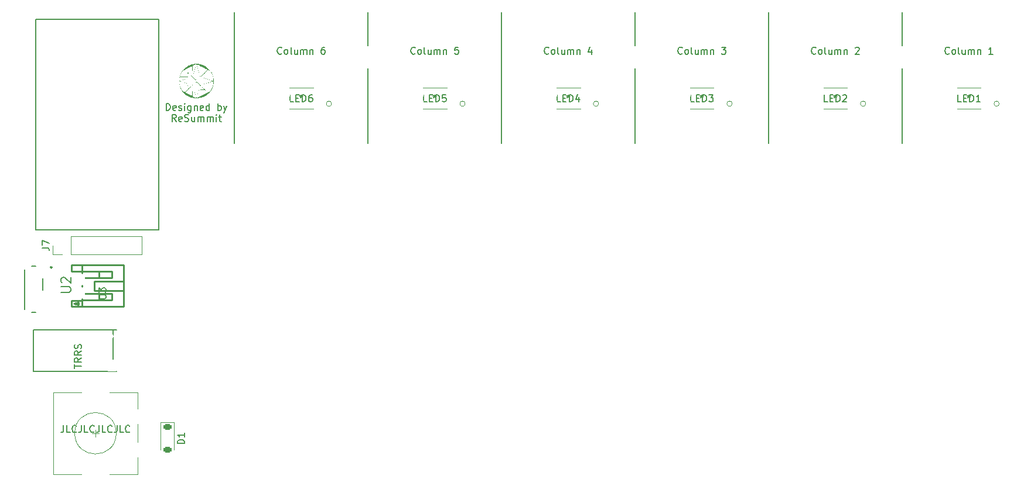
<source format=gto>
G04 #@! TF.GenerationSoftware,KiCad,Pcbnew,7.0.8*
G04 #@! TF.CreationDate,2023-10-21T22:22:20-07:00*
G04 #@! TF.ProjectId,Seismos_5CoreR,53656973-6d6f-4735-9f35-436f7265522e,rev?*
G04 #@! TF.SameCoordinates,Original*
G04 #@! TF.FileFunction,Legend,Top*
G04 #@! TF.FilePolarity,Positive*
%FSLAX46Y46*%
G04 Gerber Fmt 4.6, Leading zero omitted, Abs format (unit mm)*
G04 Created by KiCad (PCBNEW 7.0.8) date 2023-10-21 22:22:20*
%MOMM*%
%LPD*%
G01*
G04 APERTURE LIST*
G04 Aperture macros list*
%AMRoundRect*
0 Rectangle with rounded corners*
0 $1 Rounding radius*
0 $2 $3 $4 $5 $6 $7 $8 $9 X,Y pos of 4 corners*
0 Add a 4 corners polygon primitive as box body*
4,1,4,$2,$3,$4,$5,$6,$7,$8,$9,$2,$3,0*
0 Add four circle primitives for the rounded corners*
1,1,$1+$1,$2,$3*
1,1,$1+$1,$4,$5*
1,1,$1+$1,$6,$7*
1,1,$1+$1,$8,$9*
0 Add four rect primitives between the rounded corners*
20,1,$1+$1,$2,$3,$4,$5,0*
20,1,$1+$1,$4,$5,$6,$7,0*
20,1,$1+$1,$6,$7,$8,$9,0*
20,1,$1+$1,$8,$9,$2,$3,0*%
%AMFreePoly0*
4,1,6,0.600000,0.200000,0.000000,-0.400000,-0.600000,0.200000,-0.600000,0.400000,0.600000,0.400000,0.600000,0.200000,0.600000,0.200000,$1*%
%AMFreePoly1*
4,1,6,0.600000,-0.250000,-0.600000,-0.250000,-0.600000,1.000000,0.000000,0.400000,0.600000,1.000000,0.600000,-0.250000,0.600000,-0.250000,$1*%
G04 Aperture macros list end*
%ADD10C,0.150000*%
%ADD11C,0.120000*%
%ADD12C,0.127000*%
%ADD13C,0.250000*%
%ADD14C,0.254000*%
%ADD15C,1.200000*%
%ADD16O,2.500000X1.700000*%
%ADD17C,0.100000*%
%ADD18C,3.200000*%
%ADD19C,2.000000*%
%ADD20R,3.200000X2.000000*%
%ADD21R,1.700000X1.700000*%
%ADD22O,1.700000X1.700000*%
%ADD23C,0.900000*%
%ADD24R,1.500000X0.700000*%
%ADD25R,0.800000X1.000000*%
%ADD26C,1.400000*%
%ADD27C,1.600000*%
%ADD28FreePoly0,270.000000*%
%ADD29FreePoly0,90.000000*%
%ADD30R,1.600000X1.600000*%
%ADD31FreePoly1,270.000000*%
%ADD32FreePoly1,90.000000*%
%ADD33RoundRect,0.225000X-0.375000X0.225000X-0.375000X-0.225000X0.375000X-0.225000X0.375000X0.225000X0*%
%ADD34R,1.803400X0.812800*%
G04 APERTURE END LIST*
D10*
X61200000Y-20000000D02*
X61200000Y-39000000D01*
X80500000Y-20000000D02*
X80500000Y-39000000D01*
X119100000Y-20000000D02*
X119100000Y-39000000D01*
X99800000Y-20000000D02*
X99800000Y-39000000D01*
X157700000Y-20000000D02*
X157700000Y-39000000D01*
X138400000Y-20000000D02*
X138400000Y-39000000D01*
X106616666Y-25974580D02*
X106569047Y-26022200D01*
X106569047Y-26022200D02*
X106426190Y-26069819D01*
X106426190Y-26069819D02*
X106330952Y-26069819D01*
X106330952Y-26069819D02*
X106188095Y-26022200D01*
X106188095Y-26022200D02*
X106092857Y-25926961D01*
X106092857Y-25926961D02*
X106045238Y-25831723D01*
X106045238Y-25831723D02*
X105997619Y-25641247D01*
X105997619Y-25641247D02*
X105997619Y-25498390D01*
X105997619Y-25498390D02*
X106045238Y-25307914D01*
X106045238Y-25307914D02*
X106092857Y-25212676D01*
X106092857Y-25212676D02*
X106188095Y-25117438D01*
X106188095Y-25117438D02*
X106330952Y-25069819D01*
X106330952Y-25069819D02*
X106426190Y-25069819D01*
X106426190Y-25069819D02*
X106569047Y-25117438D01*
X106569047Y-25117438D02*
X106616666Y-25165057D01*
X107188095Y-26069819D02*
X107092857Y-26022200D01*
X107092857Y-26022200D02*
X107045238Y-25974580D01*
X107045238Y-25974580D02*
X106997619Y-25879342D01*
X106997619Y-25879342D02*
X106997619Y-25593628D01*
X106997619Y-25593628D02*
X107045238Y-25498390D01*
X107045238Y-25498390D02*
X107092857Y-25450771D01*
X107092857Y-25450771D02*
X107188095Y-25403152D01*
X107188095Y-25403152D02*
X107330952Y-25403152D01*
X107330952Y-25403152D02*
X107426190Y-25450771D01*
X107426190Y-25450771D02*
X107473809Y-25498390D01*
X107473809Y-25498390D02*
X107521428Y-25593628D01*
X107521428Y-25593628D02*
X107521428Y-25879342D01*
X107521428Y-25879342D02*
X107473809Y-25974580D01*
X107473809Y-25974580D02*
X107426190Y-26022200D01*
X107426190Y-26022200D02*
X107330952Y-26069819D01*
X107330952Y-26069819D02*
X107188095Y-26069819D01*
X108092857Y-26069819D02*
X107997619Y-26022200D01*
X107997619Y-26022200D02*
X107950000Y-25926961D01*
X107950000Y-25926961D02*
X107950000Y-25069819D01*
X108902381Y-25403152D02*
X108902381Y-26069819D01*
X108473810Y-25403152D02*
X108473810Y-25926961D01*
X108473810Y-25926961D02*
X108521429Y-26022200D01*
X108521429Y-26022200D02*
X108616667Y-26069819D01*
X108616667Y-26069819D02*
X108759524Y-26069819D01*
X108759524Y-26069819D02*
X108854762Y-26022200D01*
X108854762Y-26022200D02*
X108902381Y-25974580D01*
X109378572Y-26069819D02*
X109378572Y-25403152D01*
X109378572Y-25498390D02*
X109426191Y-25450771D01*
X109426191Y-25450771D02*
X109521429Y-25403152D01*
X109521429Y-25403152D02*
X109664286Y-25403152D01*
X109664286Y-25403152D02*
X109759524Y-25450771D01*
X109759524Y-25450771D02*
X109807143Y-25546009D01*
X109807143Y-25546009D02*
X109807143Y-26069819D01*
X109807143Y-25546009D02*
X109854762Y-25450771D01*
X109854762Y-25450771D02*
X109950000Y-25403152D01*
X109950000Y-25403152D02*
X110092857Y-25403152D01*
X110092857Y-25403152D02*
X110188096Y-25450771D01*
X110188096Y-25450771D02*
X110235715Y-25546009D01*
X110235715Y-25546009D02*
X110235715Y-26069819D01*
X110711905Y-25403152D02*
X110711905Y-26069819D01*
X110711905Y-25498390D02*
X110759524Y-25450771D01*
X110759524Y-25450771D02*
X110854762Y-25403152D01*
X110854762Y-25403152D02*
X110997619Y-25403152D01*
X110997619Y-25403152D02*
X111092857Y-25450771D01*
X111092857Y-25450771D02*
X111140476Y-25546009D01*
X111140476Y-25546009D02*
X111140476Y-26069819D01*
X112807143Y-25403152D02*
X112807143Y-26069819D01*
X112569048Y-25022200D02*
X112330953Y-25736485D01*
X112330953Y-25736485D02*
X112950000Y-25736485D01*
X87316666Y-25974580D02*
X87269047Y-26022200D01*
X87269047Y-26022200D02*
X87126190Y-26069819D01*
X87126190Y-26069819D02*
X87030952Y-26069819D01*
X87030952Y-26069819D02*
X86888095Y-26022200D01*
X86888095Y-26022200D02*
X86792857Y-25926961D01*
X86792857Y-25926961D02*
X86745238Y-25831723D01*
X86745238Y-25831723D02*
X86697619Y-25641247D01*
X86697619Y-25641247D02*
X86697619Y-25498390D01*
X86697619Y-25498390D02*
X86745238Y-25307914D01*
X86745238Y-25307914D02*
X86792857Y-25212676D01*
X86792857Y-25212676D02*
X86888095Y-25117438D01*
X86888095Y-25117438D02*
X87030952Y-25069819D01*
X87030952Y-25069819D02*
X87126190Y-25069819D01*
X87126190Y-25069819D02*
X87269047Y-25117438D01*
X87269047Y-25117438D02*
X87316666Y-25165057D01*
X87888095Y-26069819D02*
X87792857Y-26022200D01*
X87792857Y-26022200D02*
X87745238Y-25974580D01*
X87745238Y-25974580D02*
X87697619Y-25879342D01*
X87697619Y-25879342D02*
X87697619Y-25593628D01*
X87697619Y-25593628D02*
X87745238Y-25498390D01*
X87745238Y-25498390D02*
X87792857Y-25450771D01*
X87792857Y-25450771D02*
X87888095Y-25403152D01*
X87888095Y-25403152D02*
X88030952Y-25403152D01*
X88030952Y-25403152D02*
X88126190Y-25450771D01*
X88126190Y-25450771D02*
X88173809Y-25498390D01*
X88173809Y-25498390D02*
X88221428Y-25593628D01*
X88221428Y-25593628D02*
X88221428Y-25879342D01*
X88221428Y-25879342D02*
X88173809Y-25974580D01*
X88173809Y-25974580D02*
X88126190Y-26022200D01*
X88126190Y-26022200D02*
X88030952Y-26069819D01*
X88030952Y-26069819D02*
X87888095Y-26069819D01*
X88792857Y-26069819D02*
X88697619Y-26022200D01*
X88697619Y-26022200D02*
X88650000Y-25926961D01*
X88650000Y-25926961D02*
X88650000Y-25069819D01*
X89602381Y-25403152D02*
X89602381Y-26069819D01*
X89173810Y-25403152D02*
X89173810Y-25926961D01*
X89173810Y-25926961D02*
X89221429Y-26022200D01*
X89221429Y-26022200D02*
X89316667Y-26069819D01*
X89316667Y-26069819D02*
X89459524Y-26069819D01*
X89459524Y-26069819D02*
X89554762Y-26022200D01*
X89554762Y-26022200D02*
X89602381Y-25974580D01*
X90078572Y-26069819D02*
X90078572Y-25403152D01*
X90078572Y-25498390D02*
X90126191Y-25450771D01*
X90126191Y-25450771D02*
X90221429Y-25403152D01*
X90221429Y-25403152D02*
X90364286Y-25403152D01*
X90364286Y-25403152D02*
X90459524Y-25450771D01*
X90459524Y-25450771D02*
X90507143Y-25546009D01*
X90507143Y-25546009D02*
X90507143Y-26069819D01*
X90507143Y-25546009D02*
X90554762Y-25450771D01*
X90554762Y-25450771D02*
X90650000Y-25403152D01*
X90650000Y-25403152D02*
X90792857Y-25403152D01*
X90792857Y-25403152D02*
X90888096Y-25450771D01*
X90888096Y-25450771D02*
X90935715Y-25546009D01*
X90935715Y-25546009D02*
X90935715Y-26069819D01*
X91411905Y-25403152D02*
X91411905Y-26069819D01*
X91411905Y-25498390D02*
X91459524Y-25450771D01*
X91459524Y-25450771D02*
X91554762Y-25403152D01*
X91554762Y-25403152D02*
X91697619Y-25403152D01*
X91697619Y-25403152D02*
X91792857Y-25450771D01*
X91792857Y-25450771D02*
X91840476Y-25546009D01*
X91840476Y-25546009D02*
X91840476Y-26069819D01*
X93554762Y-25069819D02*
X93078572Y-25069819D01*
X93078572Y-25069819D02*
X93030953Y-25546009D01*
X93030953Y-25546009D02*
X93078572Y-25498390D01*
X93078572Y-25498390D02*
X93173810Y-25450771D01*
X93173810Y-25450771D02*
X93411905Y-25450771D01*
X93411905Y-25450771D02*
X93507143Y-25498390D01*
X93507143Y-25498390D02*
X93554762Y-25546009D01*
X93554762Y-25546009D02*
X93602381Y-25641247D01*
X93602381Y-25641247D02*
X93602381Y-25879342D01*
X93602381Y-25879342D02*
X93554762Y-25974580D01*
X93554762Y-25974580D02*
X93507143Y-26022200D01*
X93507143Y-26022200D02*
X93411905Y-26069819D01*
X93411905Y-26069819D02*
X93173810Y-26069819D01*
X93173810Y-26069819D02*
X93078572Y-26022200D01*
X93078572Y-26022200D02*
X93030953Y-25974580D01*
X145216666Y-25974580D02*
X145169047Y-26022200D01*
X145169047Y-26022200D02*
X145026190Y-26069819D01*
X145026190Y-26069819D02*
X144930952Y-26069819D01*
X144930952Y-26069819D02*
X144788095Y-26022200D01*
X144788095Y-26022200D02*
X144692857Y-25926961D01*
X144692857Y-25926961D02*
X144645238Y-25831723D01*
X144645238Y-25831723D02*
X144597619Y-25641247D01*
X144597619Y-25641247D02*
X144597619Y-25498390D01*
X144597619Y-25498390D02*
X144645238Y-25307914D01*
X144645238Y-25307914D02*
X144692857Y-25212676D01*
X144692857Y-25212676D02*
X144788095Y-25117438D01*
X144788095Y-25117438D02*
X144930952Y-25069819D01*
X144930952Y-25069819D02*
X145026190Y-25069819D01*
X145026190Y-25069819D02*
X145169047Y-25117438D01*
X145169047Y-25117438D02*
X145216666Y-25165057D01*
X145788095Y-26069819D02*
X145692857Y-26022200D01*
X145692857Y-26022200D02*
X145645238Y-25974580D01*
X145645238Y-25974580D02*
X145597619Y-25879342D01*
X145597619Y-25879342D02*
X145597619Y-25593628D01*
X145597619Y-25593628D02*
X145645238Y-25498390D01*
X145645238Y-25498390D02*
X145692857Y-25450771D01*
X145692857Y-25450771D02*
X145788095Y-25403152D01*
X145788095Y-25403152D02*
X145930952Y-25403152D01*
X145930952Y-25403152D02*
X146026190Y-25450771D01*
X146026190Y-25450771D02*
X146073809Y-25498390D01*
X146073809Y-25498390D02*
X146121428Y-25593628D01*
X146121428Y-25593628D02*
X146121428Y-25879342D01*
X146121428Y-25879342D02*
X146073809Y-25974580D01*
X146073809Y-25974580D02*
X146026190Y-26022200D01*
X146026190Y-26022200D02*
X145930952Y-26069819D01*
X145930952Y-26069819D02*
X145788095Y-26069819D01*
X146692857Y-26069819D02*
X146597619Y-26022200D01*
X146597619Y-26022200D02*
X146550000Y-25926961D01*
X146550000Y-25926961D02*
X146550000Y-25069819D01*
X147502381Y-25403152D02*
X147502381Y-26069819D01*
X147073810Y-25403152D02*
X147073810Y-25926961D01*
X147073810Y-25926961D02*
X147121429Y-26022200D01*
X147121429Y-26022200D02*
X147216667Y-26069819D01*
X147216667Y-26069819D02*
X147359524Y-26069819D01*
X147359524Y-26069819D02*
X147454762Y-26022200D01*
X147454762Y-26022200D02*
X147502381Y-25974580D01*
X147978572Y-26069819D02*
X147978572Y-25403152D01*
X147978572Y-25498390D02*
X148026191Y-25450771D01*
X148026191Y-25450771D02*
X148121429Y-25403152D01*
X148121429Y-25403152D02*
X148264286Y-25403152D01*
X148264286Y-25403152D02*
X148359524Y-25450771D01*
X148359524Y-25450771D02*
X148407143Y-25546009D01*
X148407143Y-25546009D02*
X148407143Y-26069819D01*
X148407143Y-25546009D02*
X148454762Y-25450771D01*
X148454762Y-25450771D02*
X148550000Y-25403152D01*
X148550000Y-25403152D02*
X148692857Y-25403152D01*
X148692857Y-25403152D02*
X148788096Y-25450771D01*
X148788096Y-25450771D02*
X148835715Y-25546009D01*
X148835715Y-25546009D02*
X148835715Y-26069819D01*
X149311905Y-25403152D02*
X149311905Y-26069819D01*
X149311905Y-25498390D02*
X149359524Y-25450771D01*
X149359524Y-25450771D02*
X149454762Y-25403152D01*
X149454762Y-25403152D02*
X149597619Y-25403152D01*
X149597619Y-25403152D02*
X149692857Y-25450771D01*
X149692857Y-25450771D02*
X149740476Y-25546009D01*
X149740476Y-25546009D02*
X149740476Y-26069819D01*
X150930953Y-25165057D02*
X150978572Y-25117438D01*
X150978572Y-25117438D02*
X151073810Y-25069819D01*
X151073810Y-25069819D02*
X151311905Y-25069819D01*
X151311905Y-25069819D02*
X151407143Y-25117438D01*
X151407143Y-25117438D02*
X151454762Y-25165057D01*
X151454762Y-25165057D02*
X151502381Y-25260295D01*
X151502381Y-25260295D02*
X151502381Y-25355533D01*
X151502381Y-25355533D02*
X151454762Y-25498390D01*
X151454762Y-25498390D02*
X150883334Y-26069819D01*
X150883334Y-26069819D02*
X151502381Y-26069819D01*
X125916666Y-25974580D02*
X125869047Y-26022200D01*
X125869047Y-26022200D02*
X125726190Y-26069819D01*
X125726190Y-26069819D02*
X125630952Y-26069819D01*
X125630952Y-26069819D02*
X125488095Y-26022200D01*
X125488095Y-26022200D02*
X125392857Y-25926961D01*
X125392857Y-25926961D02*
X125345238Y-25831723D01*
X125345238Y-25831723D02*
X125297619Y-25641247D01*
X125297619Y-25641247D02*
X125297619Y-25498390D01*
X125297619Y-25498390D02*
X125345238Y-25307914D01*
X125345238Y-25307914D02*
X125392857Y-25212676D01*
X125392857Y-25212676D02*
X125488095Y-25117438D01*
X125488095Y-25117438D02*
X125630952Y-25069819D01*
X125630952Y-25069819D02*
X125726190Y-25069819D01*
X125726190Y-25069819D02*
X125869047Y-25117438D01*
X125869047Y-25117438D02*
X125916666Y-25165057D01*
X126488095Y-26069819D02*
X126392857Y-26022200D01*
X126392857Y-26022200D02*
X126345238Y-25974580D01*
X126345238Y-25974580D02*
X126297619Y-25879342D01*
X126297619Y-25879342D02*
X126297619Y-25593628D01*
X126297619Y-25593628D02*
X126345238Y-25498390D01*
X126345238Y-25498390D02*
X126392857Y-25450771D01*
X126392857Y-25450771D02*
X126488095Y-25403152D01*
X126488095Y-25403152D02*
X126630952Y-25403152D01*
X126630952Y-25403152D02*
X126726190Y-25450771D01*
X126726190Y-25450771D02*
X126773809Y-25498390D01*
X126773809Y-25498390D02*
X126821428Y-25593628D01*
X126821428Y-25593628D02*
X126821428Y-25879342D01*
X126821428Y-25879342D02*
X126773809Y-25974580D01*
X126773809Y-25974580D02*
X126726190Y-26022200D01*
X126726190Y-26022200D02*
X126630952Y-26069819D01*
X126630952Y-26069819D02*
X126488095Y-26069819D01*
X127392857Y-26069819D02*
X127297619Y-26022200D01*
X127297619Y-26022200D02*
X127250000Y-25926961D01*
X127250000Y-25926961D02*
X127250000Y-25069819D01*
X128202381Y-25403152D02*
X128202381Y-26069819D01*
X127773810Y-25403152D02*
X127773810Y-25926961D01*
X127773810Y-25926961D02*
X127821429Y-26022200D01*
X127821429Y-26022200D02*
X127916667Y-26069819D01*
X127916667Y-26069819D02*
X128059524Y-26069819D01*
X128059524Y-26069819D02*
X128154762Y-26022200D01*
X128154762Y-26022200D02*
X128202381Y-25974580D01*
X128678572Y-26069819D02*
X128678572Y-25403152D01*
X128678572Y-25498390D02*
X128726191Y-25450771D01*
X128726191Y-25450771D02*
X128821429Y-25403152D01*
X128821429Y-25403152D02*
X128964286Y-25403152D01*
X128964286Y-25403152D02*
X129059524Y-25450771D01*
X129059524Y-25450771D02*
X129107143Y-25546009D01*
X129107143Y-25546009D02*
X129107143Y-26069819D01*
X129107143Y-25546009D02*
X129154762Y-25450771D01*
X129154762Y-25450771D02*
X129250000Y-25403152D01*
X129250000Y-25403152D02*
X129392857Y-25403152D01*
X129392857Y-25403152D02*
X129488096Y-25450771D01*
X129488096Y-25450771D02*
X129535715Y-25546009D01*
X129535715Y-25546009D02*
X129535715Y-26069819D01*
X130011905Y-25403152D02*
X130011905Y-26069819D01*
X130011905Y-25498390D02*
X130059524Y-25450771D01*
X130059524Y-25450771D02*
X130154762Y-25403152D01*
X130154762Y-25403152D02*
X130297619Y-25403152D01*
X130297619Y-25403152D02*
X130392857Y-25450771D01*
X130392857Y-25450771D02*
X130440476Y-25546009D01*
X130440476Y-25546009D02*
X130440476Y-26069819D01*
X131583334Y-25069819D02*
X132202381Y-25069819D01*
X132202381Y-25069819D02*
X131869048Y-25450771D01*
X131869048Y-25450771D02*
X132011905Y-25450771D01*
X132011905Y-25450771D02*
X132107143Y-25498390D01*
X132107143Y-25498390D02*
X132154762Y-25546009D01*
X132154762Y-25546009D02*
X132202381Y-25641247D01*
X132202381Y-25641247D02*
X132202381Y-25879342D01*
X132202381Y-25879342D02*
X132154762Y-25974580D01*
X132154762Y-25974580D02*
X132107143Y-26022200D01*
X132107143Y-26022200D02*
X132011905Y-26069819D01*
X132011905Y-26069819D02*
X131726191Y-26069819D01*
X131726191Y-26069819D02*
X131630953Y-26022200D01*
X131630953Y-26022200D02*
X131583334Y-25974580D01*
X164516666Y-25974580D02*
X164469047Y-26022200D01*
X164469047Y-26022200D02*
X164326190Y-26069819D01*
X164326190Y-26069819D02*
X164230952Y-26069819D01*
X164230952Y-26069819D02*
X164088095Y-26022200D01*
X164088095Y-26022200D02*
X163992857Y-25926961D01*
X163992857Y-25926961D02*
X163945238Y-25831723D01*
X163945238Y-25831723D02*
X163897619Y-25641247D01*
X163897619Y-25641247D02*
X163897619Y-25498390D01*
X163897619Y-25498390D02*
X163945238Y-25307914D01*
X163945238Y-25307914D02*
X163992857Y-25212676D01*
X163992857Y-25212676D02*
X164088095Y-25117438D01*
X164088095Y-25117438D02*
X164230952Y-25069819D01*
X164230952Y-25069819D02*
X164326190Y-25069819D01*
X164326190Y-25069819D02*
X164469047Y-25117438D01*
X164469047Y-25117438D02*
X164516666Y-25165057D01*
X165088095Y-26069819D02*
X164992857Y-26022200D01*
X164992857Y-26022200D02*
X164945238Y-25974580D01*
X164945238Y-25974580D02*
X164897619Y-25879342D01*
X164897619Y-25879342D02*
X164897619Y-25593628D01*
X164897619Y-25593628D02*
X164945238Y-25498390D01*
X164945238Y-25498390D02*
X164992857Y-25450771D01*
X164992857Y-25450771D02*
X165088095Y-25403152D01*
X165088095Y-25403152D02*
X165230952Y-25403152D01*
X165230952Y-25403152D02*
X165326190Y-25450771D01*
X165326190Y-25450771D02*
X165373809Y-25498390D01*
X165373809Y-25498390D02*
X165421428Y-25593628D01*
X165421428Y-25593628D02*
X165421428Y-25879342D01*
X165421428Y-25879342D02*
X165373809Y-25974580D01*
X165373809Y-25974580D02*
X165326190Y-26022200D01*
X165326190Y-26022200D02*
X165230952Y-26069819D01*
X165230952Y-26069819D02*
X165088095Y-26069819D01*
X165992857Y-26069819D02*
X165897619Y-26022200D01*
X165897619Y-26022200D02*
X165850000Y-25926961D01*
X165850000Y-25926961D02*
X165850000Y-25069819D01*
X166802381Y-25403152D02*
X166802381Y-26069819D01*
X166373810Y-25403152D02*
X166373810Y-25926961D01*
X166373810Y-25926961D02*
X166421429Y-26022200D01*
X166421429Y-26022200D02*
X166516667Y-26069819D01*
X166516667Y-26069819D02*
X166659524Y-26069819D01*
X166659524Y-26069819D02*
X166754762Y-26022200D01*
X166754762Y-26022200D02*
X166802381Y-25974580D01*
X167278572Y-26069819D02*
X167278572Y-25403152D01*
X167278572Y-25498390D02*
X167326191Y-25450771D01*
X167326191Y-25450771D02*
X167421429Y-25403152D01*
X167421429Y-25403152D02*
X167564286Y-25403152D01*
X167564286Y-25403152D02*
X167659524Y-25450771D01*
X167659524Y-25450771D02*
X167707143Y-25546009D01*
X167707143Y-25546009D02*
X167707143Y-26069819D01*
X167707143Y-25546009D02*
X167754762Y-25450771D01*
X167754762Y-25450771D02*
X167850000Y-25403152D01*
X167850000Y-25403152D02*
X167992857Y-25403152D01*
X167992857Y-25403152D02*
X168088096Y-25450771D01*
X168088096Y-25450771D02*
X168135715Y-25546009D01*
X168135715Y-25546009D02*
X168135715Y-26069819D01*
X168611905Y-25403152D02*
X168611905Y-26069819D01*
X168611905Y-25498390D02*
X168659524Y-25450771D01*
X168659524Y-25450771D02*
X168754762Y-25403152D01*
X168754762Y-25403152D02*
X168897619Y-25403152D01*
X168897619Y-25403152D02*
X168992857Y-25450771D01*
X168992857Y-25450771D02*
X169040476Y-25546009D01*
X169040476Y-25546009D02*
X169040476Y-26069819D01*
X170802381Y-26069819D02*
X170230953Y-26069819D01*
X170516667Y-26069819D02*
X170516667Y-25069819D01*
X170516667Y-25069819D02*
X170421429Y-25212676D01*
X170421429Y-25212676D02*
X170326191Y-25307914D01*
X170326191Y-25307914D02*
X170230953Y-25355533D01*
X68016666Y-25974580D02*
X67969047Y-26022200D01*
X67969047Y-26022200D02*
X67826190Y-26069819D01*
X67826190Y-26069819D02*
X67730952Y-26069819D01*
X67730952Y-26069819D02*
X67588095Y-26022200D01*
X67588095Y-26022200D02*
X67492857Y-25926961D01*
X67492857Y-25926961D02*
X67445238Y-25831723D01*
X67445238Y-25831723D02*
X67397619Y-25641247D01*
X67397619Y-25641247D02*
X67397619Y-25498390D01*
X67397619Y-25498390D02*
X67445238Y-25307914D01*
X67445238Y-25307914D02*
X67492857Y-25212676D01*
X67492857Y-25212676D02*
X67588095Y-25117438D01*
X67588095Y-25117438D02*
X67730952Y-25069819D01*
X67730952Y-25069819D02*
X67826190Y-25069819D01*
X67826190Y-25069819D02*
X67969047Y-25117438D01*
X67969047Y-25117438D02*
X68016666Y-25165057D01*
X68588095Y-26069819D02*
X68492857Y-26022200D01*
X68492857Y-26022200D02*
X68445238Y-25974580D01*
X68445238Y-25974580D02*
X68397619Y-25879342D01*
X68397619Y-25879342D02*
X68397619Y-25593628D01*
X68397619Y-25593628D02*
X68445238Y-25498390D01*
X68445238Y-25498390D02*
X68492857Y-25450771D01*
X68492857Y-25450771D02*
X68588095Y-25403152D01*
X68588095Y-25403152D02*
X68730952Y-25403152D01*
X68730952Y-25403152D02*
X68826190Y-25450771D01*
X68826190Y-25450771D02*
X68873809Y-25498390D01*
X68873809Y-25498390D02*
X68921428Y-25593628D01*
X68921428Y-25593628D02*
X68921428Y-25879342D01*
X68921428Y-25879342D02*
X68873809Y-25974580D01*
X68873809Y-25974580D02*
X68826190Y-26022200D01*
X68826190Y-26022200D02*
X68730952Y-26069819D01*
X68730952Y-26069819D02*
X68588095Y-26069819D01*
X69492857Y-26069819D02*
X69397619Y-26022200D01*
X69397619Y-26022200D02*
X69350000Y-25926961D01*
X69350000Y-25926961D02*
X69350000Y-25069819D01*
X70302381Y-25403152D02*
X70302381Y-26069819D01*
X69873810Y-25403152D02*
X69873810Y-25926961D01*
X69873810Y-25926961D02*
X69921429Y-26022200D01*
X69921429Y-26022200D02*
X70016667Y-26069819D01*
X70016667Y-26069819D02*
X70159524Y-26069819D01*
X70159524Y-26069819D02*
X70254762Y-26022200D01*
X70254762Y-26022200D02*
X70302381Y-25974580D01*
X70778572Y-26069819D02*
X70778572Y-25403152D01*
X70778572Y-25498390D02*
X70826191Y-25450771D01*
X70826191Y-25450771D02*
X70921429Y-25403152D01*
X70921429Y-25403152D02*
X71064286Y-25403152D01*
X71064286Y-25403152D02*
X71159524Y-25450771D01*
X71159524Y-25450771D02*
X71207143Y-25546009D01*
X71207143Y-25546009D02*
X71207143Y-26069819D01*
X71207143Y-25546009D02*
X71254762Y-25450771D01*
X71254762Y-25450771D02*
X71350000Y-25403152D01*
X71350000Y-25403152D02*
X71492857Y-25403152D01*
X71492857Y-25403152D02*
X71588096Y-25450771D01*
X71588096Y-25450771D02*
X71635715Y-25546009D01*
X71635715Y-25546009D02*
X71635715Y-26069819D01*
X72111905Y-25403152D02*
X72111905Y-26069819D01*
X72111905Y-25498390D02*
X72159524Y-25450771D01*
X72159524Y-25450771D02*
X72254762Y-25403152D01*
X72254762Y-25403152D02*
X72397619Y-25403152D01*
X72397619Y-25403152D02*
X72492857Y-25450771D01*
X72492857Y-25450771D02*
X72540476Y-25546009D01*
X72540476Y-25546009D02*
X72540476Y-26069819D01*
X74207143Y-25069819D02*
X74016667Y-25069819D01*
X74016667Y-25069819D02*
X73921429Y-25117438D01*
X73921429Y-25117438D02*
X73873810Y-25165057D01*
X73873810Y-25165057D02*
X73778572Y-25307914D01*
X73778572Y-25307914D02*
X73730953Y-25498390D01*
X73730953Y-25498390D02*
X73730953Y-25879342D01*
X73730953Y-25879342D02*
X73778572Y-25974580D01*
X73778572Y-25974580D02*
X73826191Y-26022200D01*
X73826191Y-26022200D02*
X73921429Y-26069819D01*
X73921429Y-26069819D02*
X74111905Y-26069819D01*
X74111905Y-26069819D02*
X74207143Y-26022200D01*
X74207143Y-26022200D02*
X74254762Y-25974580D01*
X74254762Y-25974580D02*
X74302381Y-25879342D01*
X74302381Y-25879342D02*
X74302381Y-25641247D01*
X74302381Y-25641247D02*
X74254762Y-25546009D01*
X74254762Y-25546009D02*
X74207143Y-25498390D01*
X74207143Y-25498390D02*
X74111905Y-25450771D01*
X74111905Y-25450771D02*
X73921429Y-25450771D01*
X73921429Y-25450771D02*
X73826191Y-25498390D01*
X73826191Y-25498390D02*
X73778572Y-25546009D01*
X73778572Y-25546009D02*
X73730953Y-25641247D01*
X36490951Y-79829819D02*
X36490951Y-80544104D01*
X36490951Y-80544104D02*
X36443332Y-80686961D01*
X36443332Y-80686961D02*
X36348094Y-80782200D01*
X36348094Y-80782200D02*
X36205237Y-80829819D01*
X36205237Y-80829819D02*
X36109999Y-80829819D01*
X37443332Y-80829819D02*
X36967142Y-80829819D01*
X36967142Y-80829819D02*
X36967142Y-79829819D01*
X38348094Y-80734580D02*
X38300475Y-80782200D01*
X38300475Y-80782200D02*
X38157618Y-80829819D01*
X38157618Y-80829819D02*
X38062380Y-80829819D01*
X38062380Y-80829819D02*
X37919523Y-80782200D01*
X37919523Y-80782200D02*
X37824285Y-80686961D01*
X37824285Y-80686961D02*
X37776666Y-80591723D01*
X37776666Y-80591723D02*
X37729047Y-80401247D01*
X37729047Y-80401247D02*
X37729047Y-80258390D01*
X37729047Y-80258390D02*
X37776666Y-80067914D01*
X37776666Y-80067914D02*
X37824285Y-79972676D01*
X37824285Y-79972676D02*
X37919523Y-79877438D01*
X37919523Y-79877438D02*
X38062380Y-79829819D01*
X38062380Y-79829819D02*
X38157618Y-79829819D01*
X38157618Y-79829819D02*
X38300475Y-79877438D01*
X38300475Y-79877438D02*
X38348094Y-79925057D01*
X39062380Y-79829819D02*
X39062380Y-80544104D01*
X39062380Y-80544104D02*
X39014761Y-80686961D01*
X39014761Y-80686961D02*
X38919523Y-80782200D01*
X38919523Y-80782200D02*
X38776666Y-80829819D01*
X38776666Y-80829819D02*
X38681428Y-80829819D01*
X40014761Y-80829819D02*
X39538571Y-80829819D01*
X39538571Y-80829819D02*
X39538571Y-79829819D01*
X40919523Y-80734580D02*
X40871904Y-80782200D01*
X40871904Y-80782200D02*
X40729047Y-80829819D01*
X40729047Y-80829819D02*
X40633809Y-80829819D01*
X40633809Y-80829819D02*
X40490952Y-80782200D01*
X40490952Y-80782200D02*
X40395714Y-80686961D01*
X40395714Y-80686961D02*
X40348095Y-80591723D01*
X40348095Y-80591723D02*
X40300476Y-80401247D01*
X40300476Y-80401247D02*
X40300476Y-80258390D01*
X40300476Y-80258390D02*
X40348095Y-80067914D01*
X40348095Y-80067914D02*
X40395714Y-79972676D01*
X40395714Y-79972676D02*
X40490952Y-79877438D01*
X40490952Y-79877438D02*
X40633809Y-79829819D01*
X40633809Y-79829819D02*
X40729047Y-79829819D01*
X40729047Y-79829819D02*
X40871904Y-79877438D01*
X40871904Y-79877438D02*
X40919523Y-79925057D01*
X41633809Y-79829819D02*
X41633809Y-80544104D01*
X41633809Y-80544104D02*
X41586190Y-80686961D01*
X41586190Y-80686961D02*
X41490952Y-80782200D01*
X41490952Y-80782200D02*
X41348095Y-80829819D01*
X41348095Y-80829819D02*
X41252857Y-80829819D01*
X42586190Y-80829819D02*
X42110000Y-80829819D01*
X42110000Y-80829819D02*
X42110000Y-79829819D01*
X43490952Y-80734580D02*
X43443333Y-80782200D01*
X43443333Y-80782200D02*
X43300476Y-80829819D01*
X43300476Y-80829819D02*
X43205238Y-80829819D01*
X43205238Y-80829819D02*
X43062381Y-80782200D01*
X43062381Y-80782200D02*
X42967143Y-80686961D01*
X42967143Y-80686961D02*
X42919524Y-80591723D01*
X42919524Y-80591723D02*
X42871905Y-80401247D01*
X42871905Y-80401247D02*
X42871905Y-80258390D01*
X42871905Y-80258390D02*
X42919524Y-80067914D01*
X42919524Y-80067914D02*
X42967143Y-79972676D01*
X42967143Y-79972676D02*
X43062381Y-79877438D01*
X43062381Y-79877438D02*
X43205238Y-79829819D01*
X43205238Y-79829819D02*
X43300476Y-79829819D01*
X43300476Y-79829819D02*
X43443333Y-79877438D01*
X43443333Y-79877438D02*
X43490952Y-79925057D01*
X44205238Y-79829819D02*
X44205238Y-80544104D01*
X44205238Y-80544104D02*
X44157619Y-80686961D01*
X44157619Y-80686961D02*
X44062381Y-80782200D01*
X44062381Y-80782200D02*
X43919524Y-80829819D01*
X43919524Y-80829819D02*
X43824286Y-80829819D01*
X45157619Y-80829819D02*
X44681429Y-80829819D01*
X44681429Y-80829819D02*
X44681429Y-79829819D01*
X46062381Y-80734580D02*
X46014762Y-80782200D01*
X46014762Y-80782200D02*
X45871905Y-80829819D01*
X45871905Y-80829819D02*
X45776667Y-80829819D01*
X45776667Y-80829819D02*
X45633810Y-80782200D01*
X45633810Y-80782200D02*
X45538572Y-80686961D01*
X45538572Y-80686961D02*
X45490953Y-80591723D01*
X45490953Y-80591723D02*
X45443334Y-80401247D01*
X45443334Y-80401247D02*
X45443334Y-80258390D01*
X45443334Y-80258390D02*
X45490953Y-80067914D01*
X45490953Y-80067914D02*
X45538572Y-79972676D01*
X45538572Y-79972676D02*
X45633810Y-79877438D01*
X45633810Y-79877438D02*
X45776667Y-79829819D01*
X45776667Y-79829819D02*
X45871905Y-79829819D01*
X45871905Y-79829819D02*
X46014762Y-79877438D01*
X46014762Y-79877438D02*
X46062381Y-79925057D01*
X51341666Y-34209819D02*
X51341666Y-33209819D01*
X51341666Y-33209819D02*
X51579761Y-33209819D01*
X51579761Y-33209819D02*
X51722618Y-33257438D01*
X51722618Y-33257438D02*
X51817856Y-33352676D01*
X51817856Y-33352676D02*
X51865475Y-33447914D01*
X51865475Y-33447914D02*
X51913094Y-33638390D01*
X51913094Y-33638390D02*
X51913094Y-33781247D01*
X51913094Y-33781247D02*
X51865475Y-33971723D01*
X51865475Y-33971723D02*
X51817856Y-34066961D01*
X51817856Y-34066961D02*
X51722618Y-34162200D01*
X51722618Y-34162200D02*
X51579761Y-34209819D01*
X51579761Y-34209819D02*
X51341666Y-34209819D01*
X52722618Y-34162200D02*
X52627380Y-34209819D01*
X52627380Y-34209819D02*
X52436904Y-34209819D01*
X52436904Y-34209819D02*
X52341666Y-34162200D01*
X52341666Y-34162200D02*
X52294047Y-34066961D01*
X52294047Y-34066961D02*
X52294047Y-33686009D01*
X52294047Y-33686009D02*
X52341666Y-33590771D01*
X52341666Y-33590771D02*
X52436904Y-33543152D01*
X52436904Y-33543152D02*
X52627380Y-33543152D01*
X52627380Y-33543152D02*
X52722618Y-33590771D01*
X52722618Y-33590771D02*
X52770237Y-33686009D01*
X52770237Y-33686009D02*
X52770237Y-33781247D01*
X52770237Y-33781247D02*
X52294047Y-33876485D01*
X53151190Y-34162200D02*
X53246428Y-34209819D01*
X53246428Y-34209819D02*
X53436904Y-34209819D01*
X53436904Y-34209819D02*
X53532142Y-34162200D01*
X53532142Y-34162200D02*
X53579761Y-34066961D01*
X53579761Y-34066961D02*
X53579761Y-34019342D01*
X53579761Y-34019342D02*
X53532142Y-33924104D01*
X53532142Y-33924104D02*
X53436904Y-33876485D01*
X53436904Y-33876485D02*
X53294047Y-33876485D01*
X53294047Y-33876485D02*
X53198809Y-33828866D01*
X53198809Y-33828866D02*
X53151190Y-33733628D01*
X53151190Y-33733628D02*
X53151190Y-33686009D01*
X53151190Y-33686009D02*
X53198809Y-33590771D01*
X53198809Y-33590771D02*
X53294047Y-33543152D01*
X53294047Y-33543152D02*
X53436904Y-33543152D01*
X53436904Y-33543152D02*
X53532142Y-33590771D01*
X54008333Y-34209819D02*
X54008333Y-33543152D01*
X54008333Y-33209819D02*
X53960714Y-33257438D01*
X53960714Y-33257438D02*
X54008333Y-33305057D01*
X54008333Y-33305057D02*
X54055952Y-33257438D01*
X54055952Y-33257438D02*
X54008333Y-33209819D01*
X54008333Y-33209819D02*
X54008333Y-33305057D01*
X54913094Y-33543152D02*
X54913094Y-34352676D01*
X54913094Y-34352676D02*
X54865475Y-34447914D01*
X54865475Y-34447914D02*
X54817856Y-34495533D01*
X54817856Y-34495533D02*
X54722618Y-34543152D01*
X54722618Y-34543152D02*
X54579761Y-34543152D01*
X54579761Y-34543152D02*
X54484523Y-34495533D01*
X54913094Y-34162200D02*
X54817856Y-34209819D01*
X54817856Y-34209819D02*
X54627380Y-34209819D01*
X54627380Y-34209819D02*
X54532142Y-34162200D01*
X54532142Y-34162200D02*
X54484523Y-34114580D01*
X54484523Y-34114580D02*
X54436904Y-34019342D01*
X54436904Y-34019342D02*
X54436904Y-33733628D01*
X54436904Y-33733628D02*
X54484523Y-33638390D01*
X54484523Y-33638390D02*
X54532142Y-33590771D01*
X54532142Y-33590771D02*
X54627380Y-33543152D01*
X54627380Y-33543152D02*
X54817856Y-33543152D01*
X54817856Y-33543152D02*
X54913094Y-33590771D01*
X55389285Y-33543152D02*
X55389285Y-34209819D01*
X55389285Y-33638390D02*
X55436904Y-33590771D01*
X55436904Y-33590771D02*
X55532142Y-33543152D01*
X55532142Y-33543152D02*
X55674999Y-33543152D01*
X55674999Y-33543152D02*
X55770237Y-33590771D01*
X55770237Y-33590771D02*
X55817856Y-33686009D01*
X55817856Y-33686009D02*
X55817856Y-34209819D01*
X56674999Y-34162200D02*
X56579761Y-34209819D01*
X56579761Y-34209819D02*
X56389285Y-34209819D01*
X56389285Y-34209819D02*
X56294047Y-34162200D01*
X56294047Y-34162200D02*
X56246428Y-34066961D01*
X56246428Y-34066961D02*
X56246428Y-33686009D01*
X56246428Y-33686009D02*
X56294047Y-33590771D01*
X56294047Y-33590771D02*
X56389285Y-33543152D01*
X56389285Y-33543152D02*
X56579761Y-33543152D01*
X56579761Y-33543152D02*
X56674999Y-33590771D01*
X56674999Y-33590771D02*
X56722618Y-33686009D01*
X56722618Y-33686009D02*
X56722618Y-33781247D01*
X56722618Y-33781247D02*
X56246428Y-33876485D01*
X57579761Y-34209819D02*
X57579761Y-33209819D01*
X57579761Y-34162200D02*
X57484523Y-34209819D01*
X57484523Y-34209819D02*
X57294047Y-34209819D01*
X57294047Y-34209819D02*
X57198809Y-34162200D01*
X57198809Y-34162200D02*
X57151190Y-34114580D01*
X57151190Y-34114580D02*
X57103571Y-34019342D01*
X57103571Y-34019342D02*
X57103571Y-33733628D01*
X57103571Y-33733628D02*
X57151190Y-33638390D01*
X57151190Y-33638390D02*
X57198809Y-33590771D01*
X57198809Y-33590771D02*
X57294047Y-33543152D01*
X57294047Y-33543152D02*
X57484523Y-33543152D01*
X57484523Y-33543152D02*
X57579761Y-33590771D01*
X58817857Y-34209819D02*
X58817857Y-33209819D01*
X58817857Y-33590771D02*
X58913095Y-33543152D01*
X58913095Y-33543152D02*
X59103571Y-33543152D01*
X59103571Y-33543152D02*
X59198809Y-33590771D01*
X59198809Y-33590771D02*
X59246428Y-33638390D01*
X59246428Y-33638390D02*
X59294047Y-33733628D01*
X59294047Y-33733628D02*
X59294047Y-34019342D01*
X59294047Y-34019342D02*
X59246428Y-34114580D01*
X59246428Y-34114580D02*
X59198809Y-34162200D01*
X59198809Y-34162200D02*
X59103571Y-34209819D01*
X59103571Y-34209819D02*
X58913095Y-34209819D01*
X58913095Y-34209819D02*
X58817857Y-34162200D01*
X59627381Y-33543152D02*
X59865476Y-34209819D01*
X60103571Y-33543152D02*
X59865476Y-34209819D01*
X59865476Y-34209819D02*
X59770238Y-34447914D01*
X59770238Y-34447914D02*
X59722619Y-34495533D01*
X59722619Y-34495533D02*
X59627381Y-34543152D01*
X52770238Y-35819819D02*
X52436905Y-35343628D01*
X52198810Y-35819819D02*
X52198810Y-34819819D01*
X52198810Y-34819819D02*
X52579762Y-34819819D01*
X52579762Y-34819819D02*
X52675000Y-34867438D01*
X52675000Y-34867438D02*
X52722619Y-34915057D01*
X52722619Y-34915057D02*
X52770238Y-35010295D01*
X52770238Y-35010295D02*
X52770238Y-35153152D01*
X52770238Y-35153152D02*
X52722619Y-35248390D01*
X52722619Y-35248390D02*
X52675000Y-35296009D01*
X52675000Y-35296009D02*
X52579762Y-35343628D01*
X52579762Y-35343628D02*
X52198810Y-35343628D01*
X53579762Y-35772200D02*
X53484524Y-35819819D01*
X53484524Y-35819819D02*
X53294048Y-35819819D01*
X53294048Y-35819819D02*
X53198810Y-35772200D01*
X53198810Y-35772200D02*
X53151191Y-35676961D01*
X53151191Y-35676961D02*
X53151191Y-35296009D01*
X53151191Y-35296009D02*
X53198810Y-35200771D01*
X53198810Y-35200771D02*
X53294048Y-35153152D01*
X53294048Y-35153152D02*
X53484524Y-35153152D01*
X53484524Y-35153152D02*
X53579762Y-35200771D01*
X53579762Y-35200771D02*
X53627381Y-35296009D01*
X53627381Y-35296009D02*
X53627381Y-35391247D01*
X53627381Y-35391247D02*
X53151191Y-35486485D01*
X54008334Y-35772200D02*
X54151191Y-35819819D01*
X54151191Y-35819819D02*
X54389286Y-35819819D01*
X54389286Y-35819819D02*
X54484524Y-35772200D01*
X54484524Y-35772200D02*
X54532143Y-35724580D01*
X54532143Y-35724580D02*
X54579762Y-35629342D01*
X54579762Y-35629342D02*
X54579762Y-35534104D01*
X54579762Y-35534104D02*
X54532143Y-35438866D01*
X54532143Y-35438866D02*
X54484524Y-35391247D01*
X54484524Y-35391247D02*
X54389286Y-35343628D01*
X54389286Y-35343628D02*
X54198810Y-35296009D01*
X54198810Y-35296009D02*
X54103572Y-35248390D01*
X54103572Y-35248390D02*
X54055953Y-35200771D01*
X54055953Y-35200771D02*
X54008334Y-35105533D01*
X54008334Y-35105533D02*
X54008334Y-35010295D01*
X54008334Y-35010295D02*
X54055953Y-34915057D01*
X54055953Y-34915057D02*
X54103572Y-34867438D01*
X54103572Y-34867438D02*
X54198810Y-34819819D01*
X54198810Y-34819819D02*
X54436905Y-34819819D01*
X54436905Y-34819819D02*
X54579762Y-34867438D01*
X55436905Y-35153152D02*
X55436905Y-35819819D01*
X55008334Y-35153152D02*
X55008334Y-35676961D01*
X55008334Y-35676961D02*
X55055953Y-35772200D01*
X55055953Y-35772200D02*
X55151191Y-35819819D01*
X55151191Y-35819819D02*
X55294048Y-35819819D01*
X55294048Y-35819819D02*
X55389286Y-35772200D01*
X55389286Y-35772200D02*
X55436905Y-35724580D01*
X55913096Y-35819819D02*
X55913096Y-35153152D01*
X55913096Y-35248390D02*
X55960715Y-35200771D01*
X55960715Y-35200771D02*
X56055953Y-35153152D01*
X56055953Y-35153152D02*
X56198810Y-35153152D01*
X56198810Y-35153152D02*
X56294048Y-35200771D01*
X56294048Y-35200771D02*
X56341667Y-35296009D01*
X56341667Y-35296009D02*
X56341667Y-35819819D01*
X56341667Y-35296009D02*
X56389286Y-35200771D01*
X56389286Y-35200771D02*
X56484524Y-35153152D01*
X56484524Y-35153152D02*
X56627381Y-35153152D01*
X56627381Y-35153152D02*
X56722620Y-35200771D01*
X56722620Y-35200771D02*
X56770239Y-35296009D01*
X56770239Y-35296009D02*
X56770239Y-35819819D01*
X57246429Y-35819819D02*
X57246429Y-35153152D01*
X57246429Y-35248390D02*
X57294048Y-35200771D01*
X57294048Y-35200771D02*
X57389286Y-35153152D01*
X57389286Y-35153152D02*
X57532143Y-35153152D01*
X57532143Y-35153152D02*
X57627381Y-35200771D01*
X57627381Y-35200771D02*
X57675000Y-35296009D01*
X57675000Y-35296009D02*
X57675000Y-35819819D01*
X57675000Y-35296009D02*
X57722619Y-35200771D01*
X57722619Y-35200771D02*
X57817857Y-35153152D01*
X57817857Y-35153152D02*
X57960714Y-35153152D01*
X57960714Y-35153152D02*
X58055953Y-35200771D01*
X58055953Y-35200771D02*
X58103572Y-35296009D01*
X58103572Y-35296009D02*
X58103572Y-35819819D01*
X58579762Y-35819819D02*
X58579762Y-35153152D01*
X58579762Y-34819819D02*
X58532143Y-34867438D01*
X58532143Y-34867438D02*
X58579762Y-34915057D01*
X58579762Y-34915057D02*
X58627381Y-34867438D01*
X58627381Y-34867438D02*
X58579762Y-34819819D01*
X58579762Y-34819819D02*
X58579762Y-34915057D01*
X58913095Y-35153152D02*
X59294047Y-35153152D01*
X59055952Y-34819819D02*
X59055952Y-35676961D01*
X59055952Y-35676961D02*
X59103571Y-35772200D01*
X59103571Y-35772200D02*
X59198809Y-35819819D01*
X59198809Y-35819819D02*
X59294047Y-35819819D01*
X38074819Y-71536904D02*
X38074819Y-70965476D01*
X39074819Y-71251190D02*
X38074819Y-71251190D01*
X39074819Y-70060714D02*
X38598628Y-70394047D01*
X39074819Y-70632142D02*
X38074819Y-70632142D01*
X38074819Y-70632142D02*
X38074819Y-70251190D01*
X38074819Y-70251190D02*
X38122438Y-70155952D01*
X38122438Y-70155952D02*
X38170057Y-70108333D01*
X38170057Y-70108333D02*
X38265295Y-70060714D01*
X38265295Y-70060714D02*
X38408152Y-70060714D01*
X38408152Y-70060714D02*
X38503390Y-70108333D01*
X38503390Y-70108333D02*
X38551009Y-70155952D01*
X38551009Y-70155952D02*
X38598628Y-70251190D01*
X38598628Y-70251190D02*
X38598628Y-70632142D01*
X39074819Y-69060714D02*
X38598628Y-69394047D01*
X39074819Y-69632142D02*
X38074819Y-69632142D01*
X38074819Y-69632142D02*
X38074819Y-69251190D01*
X38074819Y-69251190D02*
X38122438Y-69155952D01*
X38122438Y-69155952D02*
X38170057Y-69108333D01*
X38170057Y-69108333D02*
X38265295Y-69060714D01*
X38265295Y-69060714D02*
X38408152Y-69060714D01*
X38408152Y-69060714D02*
X38503390Y-69108333D01*
X38503390Y-69108333D02*
X38551009Y-69155952D01*
X38551009Y-69155952D02*
X38598628Y-69251190D01*
X38598628Y-69251190D02*
X38598628Y-69632142D01*
X39027200Y-68679761D02*
X39074819Y-68536904D01*
X39074819Y-68536904D02*
X39074819Y-68298809D01*
X39074819Y-68298809D02*
X39027200Y-68203571D01*
X39027200Y-68203571D02*
X38979580Y-68155952D01*
X38979580Y-68155952D02*
X38884342Y-68108333D01*
X38884342Y-68108333D02*
X38789104Y-68108333D01*
X38789104Y-68108333D02*
X38693866Y-68155952D01*
X38693866Y-68155952D02*
X38646247Y-68203571D01*
X38646247Y-68203571D02*
X38598628Y-68298809D01*
X38598628Y-68298809D02*
X38551009Y-68489285D01*
X38551009Y-68489285D02*
X38503390Y-68584523D01*
X38503390Y-68584523D02*
X38455771Y-68632142D01*
X38455771Y-68632142D02*
X38360533Y-68679761D01*
X38360533Y-68679761D02*
X38265295Y-68679761D01*
X38265295Y-68679761D02*
X38170057Y-68632142D01*
X38170057Y-68632142D02*
X38122438Y-68584523D01*
X38122438Y-68584523D02*
X38074819Y-68489285D01*
X38074819Y-68489285D02*
X38074819Y-68251190D01*
X38074819Y-68251190D02*
X38122438Y-68108333D01*
X38074819Y-71536904D02*
X38074819Y-70965476D01*
X39074819Y-71251190D02*
X38074819Y-71251190D01*
X39074819Y-70060714D02*
X38598628Y-70394047D01*
X39074819Y-70632142D02*
X38074819Y-70632142D01*
X38074819Y-70632142D02*
X38074819Y-70251190D01*
X38074819Y-70251190D02*
X38122438Y-70155952D01*
X38122438Y-70155952D02*
X38170057Y-70108333D01*
X38170057Y-70108333D02*
X38265295Y-70060714D01*
X38265295Y-70060714D02*
X38408152Y-70060714D01*
X38408152Y-70060714D02*
X38503390Y-70108333D01*
X38503390Y-70108333D02*
X38551009Y-70155952D01*
X38551009Y-70155952D02*
X38598628Y-70251190D01*
X38598628Y-70251190D02*
X38598628Y-70632142D01*
X39074819Y-69060714D02*
X38598628Y-69394047D01*
X39074819Y-69632142D02*
X38074819Y-69632142D01*
X38074819Y-69632142D02*
X38074819Y-69251190D01*
X38074819Y-69251190D02*
X38122438Y-69155952D01*
X38122438Y-69155952D02*
X38170057Y-69108333D01*
X38170057Y-69108333D02*
X38265295Y-69060714D01*
X38265295Y-69060714D02*
X38408152Y-69060714D01*
X38408152Y-69060714D02*
X38503390Y-69108333D01*
X38503390Y-69108333D02*
X38551009Y-69155952D01*
X38551009Y-69155952D02*
X38598628Y-69251190D01*
X38598628Y-69251190D02*
X38598628Y-69632142D01*
X39027200Y-68679761D02*
X39074819Y-68536904D01*
X39074819Y-68536904D02*
X39074819Y-68298809D01*
X39074819Y-68298809D02*
X39027200Y-68203571D01*
X39027200Y-68203571D02*
X38979580Y-68155952D01*
X38979580Y-68155952D02*
X38884342Y-68108333D01*
X38884342Y-68108333D02*
X38789104Y-68108333D01*
X38789104Y-68108333D02*
X38693866Y-68155952D01*
X38693866Y-68155952D02*
X38646247Y-68203571D01*
X38646247Y-68203571D02*
X38598628Y-68298809D01*
X38598628Y-68298809D02*
X38551009Y-68489285D01*
X38551009Y-68489285D02*
X38503390Y-68584523D01*
X38503390Y-68584523D02*
X38455771Y-68632142D01*
X38455771Y-68632142D02*
X38360533Y-68679761D01*
X38360533Y-68679761D02*
X38265295Y-68679761D01*
X38265295Y-68679761D02*
X38170057Y-68632142D01*
X38170057Y-68632142D02*
X38122438Y-68584523D01*
X38122438Y-68584523D02*
X38074819Y-68489285D01*
X38074819Y-68489285D02*
X38074819Y-68251190D01*
X38074819Y-68251190D02*
X38122438Y-68108333D01*
X33408819Y-54099333D02*
X34123104Y-54099333D01*
X34123104Y-54099333D02*
X34265961Y-54146952D01*
X34265961Y-54146952D02*
X34361200Y-54242190D01*
X34361200Y-54242190D02*
X34408819Y-54385047D01*
X34408819Y-54385047D02*
X34408819Y-54480285D01*
X33408819Y-53718380D02*
X33408819Y-53051714D01*
X33408819Y-53051714D02*
X34408819Y-53480285D01*
X36138866Y-60563666D02*
X37272200Y-60563666D01*
X37272200Y-60563666D02*
X37405533Y-60497000D01*
X37405533Y-60497000D02*
X37472200Y-60430333D01*
X37472200Y-60430333D02*
X37538866Y-60297000D01*
X37538866Y-60297000D02*
X37538866Y-60030333D01*
X37538866Y-60030333D02*
X37472200Y-59897000D01*
X37472200Y-59897000D02*
X37405533Y-59830333D01*
X37405533Y-59830333D02*
X37272200Y-59763666D01*
X37272200Y-59763666D02*
X36138866Y-59763666D01*
X36272200Y-59163666D02*
X36205533Y-59096999D01*
X36205533Y-59096999D02*
X36138866Y-58963666D01*
X36138866Y-58963666D02*
X36138866Y-58630333D01*
X36138866Y-58630333D02*
X36205533Y-58496999D01*
X36205533Y-58496999D02*
X36272200Y-58430333D01*
X36272200Y-58430333D02*
X36405533Y-58363666D01*
X36405533Y-58363666D02*
X36538866Y-58363666D01*
X36538866Y-58363666D02*
X36738866Y-58430333D01*
X36738866Y-58430333D02*
X37538866Y-59230333D01*
X37538866Y-59230333D02*
X37538866Y-58363666D01*
X41611319Y-61492588D02*
X42420842Y-61492588D01*
X42420842Y-61492588D02*
X42516080Y-61444969D01*
X42516080Y-61444969D02*
X42563700Y-61397350D01*
X42563700Y-61397350D02*
X42611319Y-61302112D01*
X42611319Y-61302112D02*
X42611319Y-61111636D01*
X42611319Y-61111636D02*
X42563700Y-61016398D01*
X42563700Y-61016398D02*
X42516080Y-60968779D01*
X42516080Y-60968779D02*
X42420842Y-60921160D01*
X42420842Y-60921160D02*
X41611319Y-60921160D01*
X41611319Y-60540207D02*
X41611319Y-59921160D01*
X41611319Y-59921160D02*
X41992271Y-60254493D01*
X41992271Y-60254493D02*
X41992271Y-60111636D01*
X41992271Y-60111636D02*
X42039890Y-60016398D01*
X42039890Y-60016398D02*
X42087509Y-59968779D01*
X42087509Y-59968779D02*
X42182747Y-59921160D01*
X42182747Y-59921160D02*
X42420842Y-59921160D01*
X42420842Y-59921160D02*
X42516080Y-59968779D01*
X42516080Y-59968779D02*
X42563700Y-60016398D01*
X42563700Y-60016398D02*
X42611319Y-60111636D01*
X42611319Y-60111636D02*
X42611319Y-60397350D01*
X42611319Y-60397350D02*
X42563700Y-60492588D01*
X42563700Y-60492588D02*
X42516080Y-60540207D01*
X53954819Y-82438094D02*
X52954819Y-82438094D01*
X52954819Y-82438094D02*
X52954819Y-82199999D01*
X52954819Y-82199999D02*
X53002438Y-82057142D01*
X53002438Y-82057142D02*
X53097676Y-81961904D01*
X53097676Y-81961904D02*
X53192914Y-81914285D01*
X53192914Y-81914285D02*
X53383390Y-81866666D01*
X53383390Y-81866666D02*
X53526247Y-81866666D01*
X53526247Y-81866666D02*
X53716723Y-81914285D01*
X53716723Y-81914285D02*
X53811961Y-81961904D01*
X53811961Y-81961904D02*
X53907200Y-82057142D01*
X53907200Y-82057142D02*
X53954819Y-82199999D01*
X53954819Y-82199999D02*
X53954819Y-82438094D01*
X53954819Y-80914285D02*
X53954819Y-81485713D01*
X53954819Y-81199999D02*
X52954819Y-81199999D01*
X52954819Y-81199999D02*
X53097676Y-81295237D01*
X53097676Y-81295237D02*
X53192914Y-81390475D01*
X53192914Y-81390475D02*
X53240533Y-81485713D01*
X69730952Y-32954819D02*
X69254762Y-32954819D01*
X69254762Y-32954819D02*
X69254762Y-31954819D01*
X70064286Y-32431009D02*
X70397619Y-32431009D01*
X70540476Y-32954819D02*
X70064286Y-32954819D01*
X70064286Y-32954819D02*
X70064286Y-31954819D01*
X70064286Y-31954819D02*
X70540476Y-31954819D01*
X70969048Y-32954819D02*
X70969048Y-31954819D01*
X70969048Y-31954819D02*
X71207143Y-31954819D01*
X71207143Y-31954819D02*
X71350000Y-32002438D01*
X71350000Y-32002438D02*
X71445238Y-32097676D01*
X71445238Y-32097676D02*
X71492857Y-32192914D01*
X71492857Y-32192914D02*
X71540476Y-32383390D01*
X71540476Y-32383390D02*
X71540476Y-32526247D01*
X71540476Y-32526247D02*
X71492857Y-32716723D01*
X71492857Y-32716723D02*
X71445238Y-32811961D01*
X71445238Y-32811961D02*
X71350000Y-32907200D01*
X71350000Y-32907200D02*
X71207143Y-32954819D01*
X71207143Y-32954819D02*
X70969048Y-32954819D01*
X72397619Y-31954819D02*
X72207143Y-31954819D01*
X72207143Y-31954819D02*
X72111905Y-32002438D01*
X72111905Y-32002438D02*
X72064286Y-32050057D01*
X72064286Y-32050057D02*
X71969048Y-32192914D01*
X71969048Y-32192914D02*
X71921429Y-32383390D01*
X71921429Y-32383390D02*
X71921429Y-32764342D01*
X71921429Y-32764342D02*
X71969048Y-32859580D01*
X71969048Y-32859580D02*
X72016667Y-32907200D01*
X72016667Y-32907200D02*
X72111905Y-32954819D01*
X72111905Y-32954819D02*
X72302381Y-32954819D01*
X72302381Y-32954819D02*
X72397619Y-32907200D01*
X72397619Y-32907200D02*
X72445238Y-32859580D01*
X72445238Y-32859580D02*
X72492857Y-32764342D01*
X72492857Y-32764342D02*
X72492857Y-32526247D01*
X72492857Y-32526247D02*
X72445238Y-32431009D01*
X72445238Y-32431009D02*
X72397619Y-32383390D01*
X72397619Y-32383390D02*
X72302381Y-32335771D01*
X72302381Y-32335771D02*
X72111905Y-32335771D01*
X72111905Y-32335771D02*
X72016667Y-32383390D01*
X72016667Y-32383390D02*
X71969048Y-32431009D01*
X71969048Y-32431009D02*
X71921429Y-32526247D01*
X70850000Y-31954819D02*
X70850000Y-32192914D01*
X70611905Y-32097676D02*
X70850000Y-32192914D01*
X70850000Y-32192914D02*
X71088095Y-32097676D01*
X70707143Y-32383390D02*
X70850000Y-32192914D01*
X70850000Y-32192914D02*
X70992857Y-32383390D01*
X166230952Y-32954819D02*
X165754762Y-32954819D01*
X165754762Y-32954819D02*
X165754762Y-31954819D01*
X166564286Y-32431009D02*
X166897619Y-32431009D01*
X167040476Y-32954819D02*
X166564286Y-32954819D01*
X166564286Y-32954819D02*
X166564286Y-31954819D01*
X166564286Y-31954819D02*
X167040476Y-31954819D01*
X167469048Y-32954819D02*
X167469048Y-31954819D01*
X167469048Y-31954819D02*
X167707143Y-31954819D01*
X167707143Y-31954819D02*
X167850000Y-32002438D01*
X167850000Y-32002438D02*
X167945238Y-32097676D01*
X167945238Y-32097676D02*
X167992857Y-32192914D01*
X167992857Y-32192914D02*
X168040476Y-32383390D01*
X168040476Y-32383390D02*
X168040476Y-32526247D01*
X168040476Y-32526247D02*
X167992857Y-32716723D01*
X167992857Y-32716723D02*
X167945238Y-32811961D01*
X167945238Y-32811961D02*
X167850000Y-32907200D01*
X167850000Y-32907200D02*
X167707143Y-32954819D01*
X167707143Y-32954819D02*
X167469048Y-32954819D01*
X168992857Y-32954819D02*
X168421429Y-32954819D01*
X168707143Y-32954819D02*
X168707143Y-31954819D01*
X168707143Y-31954819D02*
X168611905Y-32097676D01*
X168611905Y-32097676D02*
X168516667Y-32192914D01*
X168516667Y-32192914D02*
X168421429Y-32240533D01*
X167350000Y-31954819D02*
X167350000Y-32192914D01*
X167111905Y-32097676D02*
X167350000Y-32192914D01*
X167350000Y-32192914D02*
X167588095Y-32097676D01*
X167207143Y-32383390D02*
X167350000Y-32192914D01*
X167350000Y-32192914D02*
X167492857Y-32383390D01*
X127630952Y-32954819D02*
X127154762Y-32954819D01*
X127154762Y-32954819D02*
X127154762Y-31954819D01*
X127964286Y-32431009D02*
X128297619Y-32431009D01*
X128440476Y-32954819D02*
X127964286Y-32954819D01*
X127964286Y-32954819D02*
X127964286Y-31954819D01*
X127964286Y-31954819D02*
X128440476Y-31954819D01*
X128869048Y-32954819D02*
X128869048Y-31954819D01*
X128869048Y-31954819D02*
X129107143Y-31954819D01*
X129107143Y-31954819D02*
X129250000Y-32002438D01*
X129250000Y-32002438D02*
X129345238Y-32097676D01*
X129345238Y-32097676D02*
X129392857Y-32192914D01*
X129392857Y-32192914D02*
X129440476Y-32383390D01*
X129440476Y-32383390D02*
X129440476Y-32526247D01*
X129440476Y-32526247D02*
X129392857Y-32716723D01*
X129392857Y-32716723D02*
X129345238Y-32811961D01*
X129345238Y-32811961D02*
X129250000Y-32907200D01*
X129250000Y-32907200D02*
X129107143Y-32954819D01*
X129107143Y-32954819D02*
X128869048Y-32954819D01*
X129773810Y-31954819D02*
X130392857Y-31954819D01*
X130392857Y-31954819D02*
X130059524Y-32335771D01*
X130059524Y-32335771D02*
X130202381Y-32335771D01*
X130202381Y-32335771D02*
X130297619Y-32383390D01*
X130297619Y-32383390D02*
X130345238Y-32431009D01*
X130345238Y-32431009D02*
X130392857Y-32526247D01*
X130392857Y-32526247D02*
X130392857Y-32764342D01*
X130392857Y-32764342D02*
X130345238Y-32859580D01*
X130345238Y-32859580D02*
X130297619Y-32907200D01*
X130297619Y-32907200D02*
X130202381Y-32954819D01*
X130202381Y-32954819D02*
X129916667Y-32954819D01*
X129916667Y-32954819D02*
X129821429Y-32907200D01*
X129821429Y-32907200D02*
X129773810Y-32859580D01*
X128750000Y-31954819D02*
X128750000Y-32192914D01*
X128511905Y-32097676D02*
X128750000Y-32192914D01*
X128750000Y-32192914D02*
X128988095Y-32097676D01*
X128607143Y-32383390D02*
X128750000Y-32192914D01*
X128750000Y-32192914D02*
X128892857Y-32383390D01*
X108330952Y-32954819D02*
X107854762Y-32954819D01*
X107854762Y-32954819D02*
X107854762Y-31954819D01*
X108664286Y-32431009D02*
X108997619Y-32431009D01*
X109140476Y-32954819D02*
X108664286Y-32954819D01*
X108664286Y-32954819D02*
X108664286Y-31954819D01*
X108664286Y-31954819D02*
X109140476Y-31954819D01*
X109569048Y-32954819D02*
X109569048Y-31954819D01*
X109569048Y-31954819D02*
X109807143Y-31954819D01*
X109807143Y-31954819D02*
X109950000Y-32002438D01*
X109950000Y-32002438D02*
X110045238Y-32097676D01*
X110045238Y-32097676D02*
X110092857Y-32192914D01*
X110092857Y-32192914D02*
X110140476Y-32383390D01*
X110140476Y-32383390D02*
X110140476Y-32526247D01*
X110140476Y-32526247D02*
X110092857Y-32716723D01*
X110092857Y-32716723D02*
X110045238Y-32811961D01*
X110045238Y-32811961D02*
X109950000Y-32907200D01*
X109950000Y-32907200D02*
X109807143Y-32954819D01*
X109807143Y-32954819D02*
X109569048Y-32954819D01*
X110997619Y-32288152D02*
X110997619Y-32954819D01*
X110759524Y-31907200D02*
X110521429Y-32621485D01*
X110521429Y-32621485D02*
X111140476Y-32621485D01*
X109450000Y-31954819D02*
X109450000Y-32192914D01*
X109211905Y-32097676D02*
X109450000Y-32192914D01*
X109450000Y-32192914D02*
X109688095Y-32097676D01*
X109307143Y-32383390D02*
X109450000Y-32192914D01*
X109450000Y-32192914D02*
X109592857Y-32383390D01*
X146930952Y-32954819D02*
X146454762Y-32954819D01*
X146454762Y-32954819D02*
X146454762Y-31954819D01*
X147264286Y-32431009D02*
X147597619Y-32431009D01*
X147740476Y-32954819D02*
X147264286Y-32954819D01*
X147264286Y-32954819D02*
X147264286Y-31954819D01*
X147264286Y-31954819D02*
X147740476Y-31954819D01*
X148169048Y-32954819D02*
X148169048Y-31954819D01*
X148169048Y-31954819D02*
X148407143Y-31954819D01*
X148407143Y-31954819D02*
X148550000Y-32002438D01*
X148550000Y-32002438D02*
X148645238Y-32097676D01*
X148645238Y-32097676D02*
X148692857Y-32192914D01*
X148692857Y-32192914D02*
X148740476Y-32383390D01*
X148740476Y-32383390D02*
X148740476Y-32526247D01*
X148740476Y-32526247D02*
X148692857Y-32716723D01*
X148692857Y-32716723D02*
X148645238Y-32811961D01*
X148645238Y-32811961D02*
X148550000Y-32907200D01*
X148550000Y-32907200D02*
X148407143Y-32954819D01*
X148407143Y-32954819D02*
X148169048Y-32954819D01*
X149121429Y-32050057D02*
X149169048Y-32002438D01*
X149169048Y-32002438D02*
X149264286Y-31954819D01*
X149264286Y-31954819D02*
X149502381Y-31954819D01*
X149502381Y-31954819D02*
X149597619Y-32002438D01*
X149597619Y-32002438D02*
X149645238Y-32050057D01*
X149645238Y-32050057D02*
X149692857Y-32145295D01*
X149692857Y-32145295D02*
X149692857Y-32240533D01*
X149692857Y-32240533D02*
X149645238Y-32383390D01*
X149645238Y-32383390D02*
X149073810Y-32954819D01*
X149073810Y-32954819D02*
X149692857Y-32954819D01*
X148050000Y-31954819D02*
X148050000Y-32192914D01*
X147811905Y-32097676D02*
X148050000Y-32192914D01*
X148050000Y-32192914D02*
X148288095Y-32097676D01*
X147907143Y-32383390D02*
X148050000Y-32192914D01*
X148050000Y-32192914D02*
X148192857Y-32383390D01*
X89030952Y-32954819D02*
X88554762Y-32954819D01*
X88554762Y-32954819D02*
X88554762Y-31954819D01*
X89364286Y-32431009D02*
X89697619Y-32431009D01*
X89840476Y-32954819D02*
X89364286Y-32954819D01*
X89364286Y-32954819D02*
X89364286Y-31954819D01*
X89364286Y-31954819D02*
X89840476Y-31954819D01*
X90269048Y-32954819D02*
X90269048Y-31954819D01*
X90269048Y-31954819D02*
X90507143Y-31954819D01*
X90507143Y-31954819D02*
X90650000Y-32002438D01*
X90650000Y-32002438D02*
X90745238Y-32097676D01*
X90745238Y-32097676D02*
X90792857Y-32192914D01*
X90792857Y-32192914D02*
X90840476Y-32383390D01*
X90840476Y-32383390D02*
X90840476Y-32526247D01*
X90840476Y-32526247D02*
X90792857Y-32716723D01*
X90792857Y-32716723D02*
X90745238Y-32811961D01*
X90745238Y-32811961D02*
X90650000Y-32907200D01*
X90650000Y-32907200D02*
X90507143Y-32954819D01*
X90507143Y-32954819D02*
X90269048Y-32954819D01*
X91745238Y-31954819D02*
X91269048Y-31954819D01*
X91269048Y-31954819D02*
X91221429Y-32431009D01*
X91221429Y-32431009D02*
X91269048Y-32383390D01*
X91269048Y-32383390D02*
X91364286Y-32335771D01*
X91364286Y-32335771D02*
X91602381Y-32335771D01*
X91602381Y-32335771D02*
X91697619Y-32383390D01*
X91697619Y-32383390D02*
X91745238Y-32431009D01*
X91745238Y-32431009D02*
X91792857Y-32526247D01*
X91792857Y-32526247D02*
X91792857Y-32764342D01*
X91792857Y-32764342D02*
X91745238Y-32859580D01*
X91745238Y-32859580D02*
X91697619Y-32907200D01*
X91697619Y-32907200D02*
X91602381Y-32954819D01*
X91602381Y-32954819D02*
X91364286Y-32954819D01*
X91364286Y-32954819D02*
X91269048Y-32907200D01*
X91269048Y-32907200D02*
X91221429Y-32859580D01*
X90150000Y-31954819D02*
X90150000Y-32192914D01*
X89911905Y-32097676D02*
X90150000Y-32192914D01*
X90150000Y-32192914D02*
X90388095Y-32097676D01*
X90007143Y-32383390D02*
X90150000Y-32192914D01*
X90150000Y-32192914D02*
X90292857Y-32383390D01*
D11*
X35010000Y-75060000D02*
X35010000Y-86860000D01*
X39110000Y-75060000D02*
X35010000Y-75060000D01*
X39110000Y-86860000D02*
X35010000Y-86860000D01*
X40610000Y-80960000D02*
X41610000Y-80960000D01*
X41110000Y-80460000D02*
X41110000Y-81460000D01*
X43110000Y-75060000D02*
X47210000Y-75060000D01*
X47210000Y-75060000D02*
X47210000Y-77460000D01*
X47210000Y-79660000D02*
X47210000Y-82260000D01*
X47210000Y-84460000D02*
X47210000Y-86860000D01*
X47210000Y-86860000D02*
X43110000Y-86860000D01*
X44110000Y-80960000D02*
G75*
G03*
X44110000Y-80960000I-3000000J0D01*
G01*
D10*
X32170000Y-72025000D02*
X32170000Y-66025000D01*
X44170000Y-72025000D02*
X32170000Y-72025000D01*
X32170000Y-66025000D02*
X44170000Y-66025000D01*
X43670000Y-66025000D02*
X43670000Y-72025000D01*
D11*
X34954000Y-55096000D02*
X34954000Y-53766000D01*
X36284000Y-55096000D02*
X34954000Y-55096000D01*
X37554000Y-55096000D02*
X47774000Y-55096000D01*
X37554000Y-55096000D02*
X37554000Y-52436000D01*
X47774000Y-55096000D02*
X47774000Y-52436000D01*
X37554000Y-52436000D02*
X47774000Y-52436000D01*
D12*
X31900000Y-56782000D02*
X32500000Y-56782000D01*
X30900000Y-57232000D02*
X30900000Y-63032000D01*
X33500000Y-58532000D02*
X33500000Y-60232000D01*
X32500000Y-63482000D02*
X31900000Y-63482000D01*
D13*
X34800000Y-56932000D02*
G75*
G03*
X34800000Y-56932000I-100000J0D01*
G01*
D14*
X45199500Y-56632000D02*
X45199500Y-62632000D01*
X39199500Y-56632000D02*
X45199500Y-56632000D01*
X39199500Y-56632000D02*
X37599500Y-56632000D01*
X39199500Y-56632000D02*
X39199500Y-57735000D01*
X37599500Y-56632000D02*
X37599500Y-57532000D01*
X43499500Y-57532000D02*
X43499500Y-58482000D01*
X41599500Y-57532000D02*
X41599500Y-58482000D01*
X39199500Y-57532000D02*
X43499500Y-57532000D01*
X37599500Y-57532000D02*
X39199500Y-57532000D01*
X43499500Y-58482000D02*
X39199500Y-58482000D01*
X45199500Y-58932000D02*
X45200500Y-58933000D01*
X45200500Y-58933000D02*
X40948500Y-58933000D01*
X40948500Y-58933000D02*
X40948500Y-60282000D01*
X39199500Y-59529000D02*
X39199500Y-59735000D01*
X40948500Y-60282000D02*
X45200500Y-60282000D01*
X43499500Y-60757000D02*
X43499500Y-61707000D01*
X41599500Y-60757000D02*
X41599500Y-61707000D01*
X39199500Y-60757000D02*
X43499500Y-60757000D01*
X39199500Y-61529000D02*
X39199500Y-62632000D01*
X43499500Y-61707000D02*
X39199500Y-61707000D01*
X37599500Y-61732000D02*
X39199500Y-61732000D01*
X38699500Y-62032000D02*
X38699500Y-62332000D01*
X37999500Y-62182000D02*
X38699500Y-62032000D01*
X38699500Y-62332000D02*
X37999500Y-62182000D01*
X45199500Y-62632000D02*
X39199500Y-62632000D01*
X39199500Y-62632000D02*
X37599500Y-62632000D01*
X37599500Y-62632000D02*
X37599500Y-61732000D01*
D10*
X50240000Y-21016000D02*
X50240000Y-51496000D01*
X32460000Y-21016000D02*
X50240000Y-21016000D01*
X32460000Y-21016000D02*
X32460000Y-51496000D01*
X50240000Y-51496000D02*
X32460000Y-51496000D01*
G36*
X53414000Y-29120192D02*
G01*
X53409115Y-29125077D01*
X53404230Y-29120192D01*
X53409115Y-29115307D01*
X53414000Y-29120192D01*
G37*
G36*
X53599615Y-31201038D02*
G01*
X53594730Y-31205923D01*
X53589846Y-31201038D01*
X53594730Y-31196153D01*
X53599615Y-31201038D01*
G37*
G36*
X53648461Y-28670807D02*
G01*
X53643577Y-28675692D01*
X53638692Y-28670807D01*
X53643577Y-28665923D01*
X53648461Y-28670807D01*
G37*
G36*
X53726615Y-28719653D02*
G01*
X53721730Y-28724538D01*
X53716846Y-28719653D01*
X53721730Y-28714769D01*
X53726615Y-28719653D01*
G37*
G36*
X53804769Y-28534038D02*
G01*
X53799884Y-28538923D01*
X53795000Y-28534038D01*
X53799884Y-28529153D01*
X53804769Y-28534038D01*
G37*
G36*
X53804769Y-31367115D02*
G01*
X53799884Y-31372000D01*
X53795000Y-31367115D01*
X53799884Y-31362230D01*
X53804769Y-31367115D01*
G37*
G36*
X53941538Y-28504730D02*
G01*
X53936653Y-28509615D01*
X53931769Y-28504730D01*
X53936653Y-28499846D01*
X53941538Y-28504730D01*
G37*
G36*
X54312769Y-28240961D02*
G01*
X54307884Y-28245846D01*
X54303000Y-28240961D01*
X54307884Y-28236077D01*
X54312769Y-28240961D01*
G37*
G36*
X54312769Y-28690346D02*
G01*
X54307884Y-28695230D01*
X54303000Y-28690346D01*
X54307884Y-28685461D01*
X54312769Y-28690346D01*
G37*
G36*
X54371384Y-28582884D02*
G01*
X54366500Y-28587769D01*
X54361615Y-28582884D01*
X54366500Y-28578000D01*
X54371384Y-28582884D01*
G37*
G36*
X54400692Y-31386653D02*
G01*
X54395807Y-31391538D01*
X54390923Y-31386653D01*
X54395807Y-31381769D01*
X54400692Y-31386653D01*
G37*
G36*
X54449538Y-28612192D02*
G01*
X54444653Y-28617077D01*
X54439769Y-28612192D01*
X54444653Y-28607307D01*
X54449538Y-28612192D01*
G37*
G36*
X54742615Y-28026038D02*
G01*
X54737730Y-28030923D01*
X54732846Y-28026038D01*
X54737730Y-28021153D01*
X54742615Y-28026038D01*
G37*
G36*
X56344769Y-31982577D02*
G01*
X56339884Y-31987461D01*
X56335000Y-31982577D01*
X56339884Y-31977692D01*
X56344769Y-31982577D01*
G37*
G36*
X56452230Y-28074884D02*
G01*
X56447346Y-28079769D01*
X56442461Y-28074884D01*
X56447346Y-28070000D01*
X56452230Y-28074884D01*
G37*
G36*
X56501077Y-28104192D02*
G01*
X56496192Y-28109077D01*
X56491307Y-28104192D01*
X56496192Y-28099307D01*
X56501077Y-28104192D01*
G37*
G36*
X56667153Y-31894653D02*
G01*
X56662269Y-31899538D01*
X56657384Y-31894653D01*
X56662269Y-31889769D01*
X56667153Y-31894653D01*
G37*
G36*
X56823461Y-31308500D02*
G01*
X56818577Y-31313384D01*
X56813692Y-31308500D01*
X56818577Y-31303615D01*
X56823461Y-31308500D01*
G37*
G36*
X56882077Y-28289807D02*
G01*
X56877192Y-28294692D01*
X56872307Y-28289807D01*
X56877192Y-28284923D01*
X56882077Y-28289807D01*
G37*
G36*
X56882077Y-28612192D02*
G01*
X56877192Y-28617077D01*
X56872307Y-28612192D01*
X56877192Y-28607307D01*
X56882077Y-28612192D01*
G37*
G36*
X56930923Y-28319115D02*
G01*
X56926038Y-28324000D01*
X56921153Y-28319115D01*
X56926038Y-28314230D01*
X56930923Y-28319115D01*
G37*
G36*
X57175153Y-28612192D02*
G01*
X57170269Y-28617077D01*
X57165384Y-28612192D01*
X57170269Y-28607307D01*
X57175153Y-28612192D01*
G37*
G36*
X57331461Y-28455884D02*
G01*
X57326577Y-28460769D01*
X57321692Y-28455884D01*
X57326577Y-28451000D01*
X57331461Y-28455884D01*
G37*
G36*
X57360769Y-28426577D02*
G01*
X57355884Y-28431461D01*
X57351000Y-28426577D01*
X57355884Y-28421692D01*
X57360769Y-28426577D01*
G37*
G36*
X57546384Y-31415961D02*
G01*
X57541500Y-31420846D01*
X57536615Y-31415961D01*
X57541500Y-31411077D01*
X57546384Y-31415961D01*
G37*
G36*
X57575692Y-31367115D02*
G01*
X57570807Y-31372000D01*
X57565923Y-31367115D01*
X57570807Y-31362230D01*
X57575692Y-31367115D01*
G37*
G36*
X57653846Y-28504730D02*
G01*
X57648961Y-28509615D01*
X57644077Y-28504730D01*
X57648961Y-28499846D01*
X57653846Y-28504730D01*
G37*
G36*
X57790615Y-28856423D02*
G01*
X57785730Y-28861307D01*
X57780846Y-28856423D01*
X57785730Y-28851538D01*
X57790615Y-28856423D01*
G37*
G36*
X57946923Y-29120192D02*
G01*
X57942038Y-29125077D01*
X57937153Y-29120192D01*
X57942038Y-29115307D01*
X57946923Y-29120192D01*
G37*
G36*
X57946923Y-30800500D02*
G01*
X57942038Y-30805384D01*
X57937153Y-30800500D01*
X57942038Y-30795615D01*
X57946923Y-30800500D01*
G37*
G36*
X57976230Y-30722346D02*
G01*
X57971346Y-30727230D01*
X57966461Y-30722346D01*
X57971346Y-30717461D01*
X57976230Y-30722346D01*
G37*
G36*
X53410743Y-30798871D02*
G01*
X53409402Y-30804679D01*
X53404230Y-30805384D01*
X53396189Y-30801810D01*
X53397718Y-30798871D01*
X53409311Y-30797702D01*
X53410743Y-30798871D01*
G37*
G36*
X53518205Y-31013794D02*
G01*
X53516864Y-31019602D01*
X53511692Y-31020307D01*
X53503651Y-31016733D01*
X53505179Y-31013794D01*
X53516773Y-31012625D01*
X53518205Y-31013794D01*
G37*
G36*
X53596359Y-29147871D02*
G01*
X53595018Y-29153679D01*
X53589846Y-29154384D01*
X53581805Y-29150810D01*
X53583333Y-29147871D01*
X53594927Y-29146702D01*
X53596359Y-29147871D01*
G37*
G36*
X53703820Y-28610564D02*
G01*
X53702479Y-28616371D01*
X53697307Y-28617077D01*
X53689266Y-28613502D01*
X53690794Y-28610564D01*
X53702388Y-28609394D01*
X53703820Y-28610564D01*
G37*
G36*
X54182512Y-31570641D02*
G01*
X54183682Y-31582234D01*
X54182512Y-31583666D01*
X54176705Y-31582325D01*
X54176000Y-31577153D01*
X54179574Y-31569112D01*
X54182512Y-31570641D01*
G37*
G36*
X54319282Y-31521794D02*
G01*
X54317941Y-31527602D01*
X54312769Y-31528307D01*
X54304728Y-31524733D01*
X54306256Y-31521794D01*
X54317850Y-31520625D01*
X54319282Y-31521794D01*
G37*
G36*
X54446282Y-31492487D02*
G01*
X54447451Y-31504081D01*
X54446282Y-31505512D01*
X54440474Y-31504171D01*
X54439769Y-31499000D01*
X54443343Y-31490958D01*
X54446282Y-31492487D01*
G37*
G36*
X54504897Y-31258025D02*
G01*
X54503556Y-31263833D01*
X54498384Y-31264538D01*
X54490343Y-31260964D01*
X54491871Y-31258025D01*
X54503465Y-31256856D01*
X54504897Y-31258025D01*
G37*
G36*
X54661205Y-31277564D02*
G01*
X54662374Y-31289157D01*
X54661205Y-31290589D01*
X54655397Y-31289248D01*
X54654692Y-31284077D01*
X54658266Y-31276035D01*
X54661205Y-31277564D01*
G37*
G36*
X56771359Y-31785564D02*
G01*
X56772528Y-31797157D01*
X56771359Y-31798589D01*
X56765551Y-31797248D01*
X56764846Y-31792077D01*
X56768420Y-31784035D01*
X56771359Y-31785564D01*
G37*
G36*
X56800666Y-28102564D02*
G01*
X56799325Y-28108371D01*
X56794153Y-28109077D01*
X56786112Y-28105502D01*
X56787641Y-28102564D01*
X56799234Y-28101394D01*
X56800666Y-28102564D01*
G37*
G36*
X56986282Y-28903641D02*
G01*
X56984941Y-28909448D01*
X56979769Y-28910153D01*
X56971728Y-28906579D01*
X56973256Y-28903641D01*
X56984850Y-28902471D01*
X56986282Y-28903641D01*
G37*
G36*
X57005820Y-29274871D02*
G01*
X57006989Y-29286465D01*
X57005820Y-29287897D01*
X57000012Y-29286556D01*
X56999307Y-29281384D01*
X57002882Y-29273343D01*
X57005820Y-29274871D01*
G37*
G36*
X57201205Y-31580410D02*
G01*
X57199864Y-31586218D01*
X57194692Y-31586923D01*
X57186651Y-31583348D01*
X57188179Y-31580410D01*
X57199773Y-31579241D01*
X57201205Y-31580410D01*
G37*
G36*
X57230512Y-28317487D02*
G01*
X57229171Y-28323295D01*
X57224000Y-28324000D01*
X57215958Y-28320425D01*
X57217487Y-28317487D01*
X57229081Y-28316318D01*
X57230512Y-28317487D01*
G37*
G36*
X57250051Y-28581256D02*
G01*
X57251220Y-28592850D01*
X57250051Y-28594282D01*
X57244243Y-28592941D01*
X57243538Y-28587769D01*
X57247112Y-28579728D01*
X57250051Y-28581256D01*
G37*
G36*
X57738512Y-31150564D02*
G01*
X57737171Y-31156371D01*
X57732000Y-31157077D01*
X57723958Y-31153502D01*
X57725487Y-31150564D01*
X57737081Y-31149394D01*
X57738512Y-31150564D01*
G37*
G36*
X57816666Y-28796179D02*
G01*
X57815325Y-28801987D01*
X57810153Y-28802692D01*
X57802112Y-28799117D01*
X57803641Y-28796179D01*
X57815234Y-28795010D01*
X57816666Y-28796179D01*
G37*
G36*
X57845974Y-28825487D02*
G01*
X57844633Y-28831295D01*
X57839461Y-28832000D01*
X57831420Y-28828425D01*
X57832948Y-28825487D01*
X57844542Y-28824318D01*
X57845974Y-28825487D01*
G37*
G36*
X57865512Y-28932948D02*
G01*
X57864171Y-28938756D01*
X57859000Y-28939461D01*
X57850958Y-28935887D01*
X57852487Y-28932948D01*
X57864081Y-28931779D01*
X57865512Y-28932948D01*
G37*
G36*
X57924128Y-29069718D02*
G01*
X57922787Y-29075525D01*
X57917615Y-29076230D01*
X57909574Y-29072656D01*
X57911102Y-29069718D01*
X57922696Y-29068548D01*
X57924128Y-29069718D01*
G37*
G36*
X57924128Y-29226025D02*
G01*
X57922787Y-29231833D01*
X57917615Y-29232538D01*
X57909574Y-29228964D01*
X57911102Y-29226025D01*
X57922696Y-29224856D01*
X57924128Y-29226025D01*
G37*
G36*
X54127828Y-31465224D02*
G01*
X54136491Y-31474655D01*
X54126625Y-31479270D01*
X54121692Y-31479461D01*
X54111630Y-31474655D01*
X54112598Y-31469533D01*
X54124306Y-31463897D01*
X54127828Y-31465224D01*
G37*
G36*
X54264598Y-31650840D02*
G01*
X54273260Y-31660271D01*
X54263394Y-31664885D01*
X54258461Y-31665077D01*
X54248400Y-31660270D01*
X54249367Y-31655148D01*
X54261075Y-31649512D01*
X54264598Y-31650840D01*
G37*
G36*
X53677485Y-28634280D02*
G01*
X53677769Y-28636615D01*
X53670335Y-28646100D01*
X53668000Y-28646384D01*
X53658514Y-28638950D01*
X53658230Y-28636615D01*
X53665664Y-28627130D01*
X53668000Y-28626846D01*
X53677485Y-28634280D01*
G37*
G36*
X53733026Y-28583985D02*
G01*
X53731500Y-28587769D01*
X53722721Y-28597088D01*
X53721154Y-28597538D01*
X53716958Y-28589980D01*
X53716846Y-28587769D01*
X53724356Y-28578375D01*
X53727192Y-28578000D01*
X53733026Y-28583985D01*
G37*
G36*
X53921716Y-28448664D02*
G01*
X53922000Y-28451000D01*
X53914565Y-28460485D01*
X53912230Y-28460769D01*
X53902745Y-28453335D01*
X53902461Y-28451000D01*
X53909895Y-28441514D01*
X53912230Y-28441230D01*
X53921716Y-28448664D01*
G37*
G36*
X53999870Y-28399818D02*
G01*
X54000153Y-28402153D01*
X53992719Y-28411639D01*
X53990384Y-28411923D01*
X53980899Y-28404489D01*
X53980615Y-28402153D01*
X53988049Y-28392668D01*
X53990384Y-28392384D01*
X53999870Y-28399818D01*
G37*
G36*
X54185657Y-31438173D02*
G01*
X54185769Y-31440384D01*
X54178259Y-31449778D01*
X54175423Y-31450153D01*
X54169588Y-31444168D01*
X54171115Y-31440384D01*
X54179894Y-31431065D01*
X54181461Y-31430615D01*
X54185657Y-31438173D01*
G37*
G36*
X54293118Y-31252558D02*
G01*
X54293230Y-31254769D01*
X54285720Y-31264163D01*
X54282885Y-31264538D01*
X54277050Y-31258553D01*
X54278577Y-31254769D01*
X54287355Y-31245449D01*
X54288922Y-31245000D01*
X54293118Y-31252558D01*
G37*
G36*
X54322254Y-31174280D02*
G01*
X54322538Y-31176615D01*
X54315104Y-31186100D01*
X54312769Y-31186384D01*
X54303283Y-31178950D01*
X54303000Y-31176615D01*
X54310434Y-31167130D01*
X54312769Y-31166846D01*
X54322254Y-31174280D01*
G37*
G36*
X54400408Y-28233741D02*
G01*
X54400692Y-28236077D01*
X54393258Y-28245562D01*
X54390923Y-28245846D01*
X54381437Y-28238412D01*
X54381153Y-28236077D01*
X54388588Y-28226591D01*
X54390923Y-28226307D01*
X54400408Y-28233741D01*
G37*
G36*
X54478734Y-31360019D02*
G01*
X54478846Y-31362230D01*
X54471336Y-31371624D01*
X54468500Y-31372000D01*
X54462665Y-31366015D01*
X54464192Y-31362230D01*
X54472971Y-31352911D01*
X54474538Y-31352461D01*
X54478734Y-31360019D01*
G37*
G36*
X54534103Y-31280292D02*
G01*
X54532577Y-31284077D01*
X54523798Y-31293396D01*
X54522231Y-31293846D01*
X54518035Y-31286287D01*
X54517923Y-31284077D01*
X54525433Y-31274683D01*
X54528268Y-31274307D01*
X54534103Y-31280292D01*
G37*
G36*
X54664064Y-31789399D02*
G01*
X54664461Y-31792077D01*
X54661128Y-31801592D01*
X54660153Y-31801846D01*
X54651812Y-31795000D01*
X54649807Y-31792077D01*
X54650582Y-31783074D01*
X54654115Y-31782307D01*
X54664064Y-31789399D01*
G37*
G36*
X54664349Y-28634404D02*
G01*
X54664461Y-28636615D01*
X54656951Y-28646009D01*
X54654115Y-28646384D01*
X54648281Y-28640399D01*
X54649807Y-28636615D01*
X54658586Y-28627295D01*
X54660153Y-28626846D01*
X54664349Y-28634404D01*
G37*
G36*
X54830254Y-28018818D02*
G01*
X54830538Y-28021153D01*
X54823104Y-28030639D01*
X54820769Y-28030923D01*
X54811283Y-28023489D01*
X54811000Y-28021153D01*
X54818434Y-28011668D01*
X54820769Y-28011384D01*
X54830254Y-28018818D01*
G37*
G36*
X56481254Y-32004664D02*
G01*
X56481538Y-32007000D01*
X56474104Y-32016485D01*
X56471769Y-32016769D01*
X56462283Y-32009335D01*
X56462000Y-32007000D01*
X56469434Y-31997514D01*
X56471769Y-31997230D01*
X56481254Y-32004664D01*
G37*
G36*
X56510562Y-28048126D02*
G01*
X56510846Y-28050461D01*
X56503412Y-28059946D01*
X56501077Y-28060230D01*
X56491591Y-28052796D01*
X56491307Y-28050461D01*
X56498741Y-28040976D01*
X56501077Y-28040692D01*
X56510562Y-28048126D01*
G37*
G36*
X56559294Y-27969630D02*
G01*
X56559692Y-27972307D01*
X56556359Y-27981823D01*
X56555384Y-27982077D01*
X56547043Y-27975231D01*
X56545038Y-27972307D01*
X56545813Y-27963305D01*
X56549346Y-27962538D01*
X56559294Y-27969630D01*
G37*
G36*
X56911100Y-31789741D02*
G01*
X56911384Y-31792077D01*
X56903950Y-31801562D01*
X56901615Y-31801846D01*
X56892130Y-31794412D01*
X56891846Y-31792077D01*
X56899280Y-31782591D01*
X56901615Y-31782307D01*
X56911100Y-31789741D01*
G37*
G36*
X56940408Y-28263049D02*
G01*
X56940692Y-28265384D01*
X56933258Y-28274870D01*
X56930923Y-28275153D01*
X56921437Y-28267719D01*
X56921153Y-28265384D01*
X56928588Y-28255899D01*
X56930923Y-28255615D01*
X56940408Y-28263049D01*
G37*
G36*
X56989140Y-28184553D02*
G01*
X56989538Y-28187230D01*
X56986205Y-28196746D01*
X56985230Y-28197000D01*
X56976889Y-28190154D01*
X56974884Y-28187230D01*
X56975659Y-28178228D01*
X56979192Y-28177461D01*
X56989140Y-28184553D01*
G37*
G36*
X57015488Y-31202138D02*
G01*
X57013961Y-31205923D01*
X57005182Y-31215242D01*
X57003615Y-31215692D01*
X56999419Y-31208134D01*
X56999307Y-31205923D01*
X57006817Y-31196529D01*
X57009653Y-31196153D01*
X57015488Y-31202138D01*
G37*
G36*
X57017744Y-28820374D02*
G01*
X57018846Y-28827115D01*
X57013571Y-28840116D01*
X57009077Y-28841769D01*
X57000409Y-28833856D01*
X56999307Y-28827115D01*
X57004582Y-28814114D01*
X57009077Y-28812461D01*
X57017744Y-28820374D01*
G37*
G36*
X57044795Y-28720754D02*
G01*
X57043269Y-28724538D01*
X57034490Y-28733858D01*
X57032923Y-28734307D01*
X57028727Y-28726749D01*
X57028615Y-28724538D01*
X57036125Y-28715144D01*
X57038961Y-28714769D01*
X57044795Y-28720754D01*
G37*
G36*
X57096888Y-28634404D02*
G01*
X57097000Y-28636615D01*
X57089489Y-28646009D01*
X57086654Y-28646384D01*
X57080819Y-28640399D01*
X57082346Y-28636615D01*
X57091124Y-28627295D01*
X57092692Y-28626846D01*
X57096888Y-28634404D01*
G37*
G36*
X57096888Y-28741866D02*
G01*
X57097000Y-28744077D01*
X57089489Y-28753470D01*
X57086654Y-28753846D01*
X57080819Y-28747861D01*
X57082346Y-28744077D01*
X57091124Y-28734757D01*
X57092692Y-28734307D01*
X57096888Y-28741866D01*
G37*
G36*
X57126023Y-28477972D02*
G01*
X57126307Y-28480307D01*
X57118873Y-28489793D01*
X57116538Y-28490077D01*
X57107053Y-28482642D01*
X57106769Y-28480307D01*
X57114203Y-28470822D01*
X57116538Y-28470538D01*
X57126023Y-28477972D01*
G37*
G36*
X57175041Y-28448789D02*
G01*
X57175153Y-28451000D01*
X57167643Y-28460393D01*
X57164808Y-28460769D01*
X57158973Y-28454784D01*
X57160500Y-28451000D01*
X57169278Y-28441680D01*
X57170845Y-28441230D01*
X57175041Y-28448789D01*
G37*
G36*
X57230411Y-28720754D02*
G01*
X57228884Y-28724538D01*
X57220105Y-28733858D01*
X57218538Y-28734307D01*
X57214342Y-28726749D01*
X57214230Y-28724538D01*
X57221740Y-28715144D01*
X57224576Y-28714769D01*
X57230411Y-28720754D01*
G37*
G36*
X57497140Y-31388860D02*
G01*
X57497538Y-31391538D01*
X57494205Y-31401053D01*
X57493230Y-31401307D01*
X57484889Y-31394462D01*
X57482884Y-31391538D01*
X57483659Y-31382536D01*
X57487192Y-31381769D01*
X57497140Y-31388860D01*
G37*
G36*
X57526562Y-31438049D02*
G01*
X57526846Y-31440384D01*
X57519412Y-31449870D01*
X57517077Y-31450153D01*
X57507591Y-31442719D01*
X57507307Y-31440384D01*
X57514741Y-31430899D01*
X57517077Y-31430615D01*
X57526562Y-31438049D01*
G37*
G36*
X57575408Y-31467357D02*
G01*
X57575692Y-31469692D01*
X57568258Y-31479177D01*
X57565923Y-31479461D01*
X57556437Y-31472027D01*
X57556153Y-31469692D01*
X57563588Y-31460207D01*
X57565923Y-31459923D01*
X57575408Y-31467357D01*
G37*
G36*
X57767718Y-31202138D02*
G01*
X57766192Y-31205923D01*
X57757413Y-31215242D01*
X57755846Y-31215692D01*
X57751650Y-31208134D01*
X57751538Y-31205923D01*
X57759048Y-31196529D01*
X57761884Y-31196153D01*
X57767718Y-31202138D01*
G37*
G36*
X53510614Y-29862389D02*
G01*
X53516577Y-29867538D01*
X53512720Y-29874422D01*
X53493598Y-29877298D01*
X53492153Y-29877307D01*
X53472295Y-29874706D01*
X53467471Y-29868003D01*
X53467730Y-29867538D01*
X53481550Y-29859246D01*
X53492153Y-29857769D01*
X53510614Y-29862389D01*
G37*
G36*
X55501640Y-31709017D02*
G01*
X55503657Y-31725696D01*
X55498458Y-31750557D01*
X55490091Y-31769372D01*
X55481854Y-31770145D01*
X55476297Y-31754224D01*
X55475307Y-31738346D01*
X55478485Y-31713057D01*
X55488627Y-31704215D01*
X55489961Y-31704153D01*
X55501640Y-31709017D01*
G37*
G36*
X55813847Y-32084053D02*
G01*
X55817000Y-32105707D01*
X55817230Y-32114461D01*
X55814698Y-32140493D01*
X55808658Y-32152675D01*
X55801451Y-32149125D01*
X55796011Y-32131557D01*
X55794372Y-32103639D01*
X55799148Y-32082853D01*
X55808177Y-32075384D01*
X55813847Y-32084053D01*
G37*
G36*
X54288649Y-30283086D02*
G01*
X54293230Y-30292500D01*
X54284947Y-30301706D01*
X54265442Y-30306856D01*
X54242733Y-30307298D01*
X54224840Y-30302379D01*
X54220594Y-30298408D01*
X54223100Y-30288477D01*
X54240505Y-30280978D01*
X54268175Y-30277852D01*
X54269606Y-30277846D01*
X54288649Y-30283086D01*
G37*
G36*
X54966241Y-30495067D02*
G01*
X54985214Y-30500503D01*
X54991730Y-30507423D01*
X54983345Y-30514794D01*
X54963433Y-30519235D01*
X54939858Y-30520206D01*
X54920484Y-30517165D01*
X54913865Y-30512774D01*
X54915527Y-30501044D01*
X54921901Y-30496856D01*
X54942514Y-30493454D01*
X54966241Y-30495067D01*
G37*
G36*
X55172700Y-30609617D02*
G01*
X55179397Y-30633727D01*
X55180378Y-30642505D01*
X55180344Y-30667317D01*
X55173632Y-30677480D01*
X55168166Y-30678384D01*
X55157804Y-30672704D01*
X55153362Y-30653226D01*
X55152923Y-30638493D01*
X55156206Y-30611524D01*
X55163884Y-30602058D01*
X55172700Y-30609617D01*
G37*
G36*
X55651084Y-32236534D02*
G01*
X55657656Y-32248836D01*
X55660557Y-32270053D01*
X55659758Y-32292222D01*
X55655233Y-32307379D01*
X55651340Y-32309846D01*
X55642078Y-32301557D01*
X55635632Y-32285444D01*
X55633122Y-32260741D01*
X55637381Y-32242057D01*
X55646636Y-32235003D01*
X55651084Y-32236534D01*
G37*
G36*
X57770010Y-29830759D02*
G01*
X57788983Y-29836195D01*
X57795500Y-29843115D01*
X57787114Y-29850486D01*
X57767202Y-29854928D01*
X57743627Y-29855898D01*
X57724253Y-29852857D01*
X57717634Y-29848466D01*
X57719296Y-29836736D01*
X57725671Y-29832548D01*
X57746283Y-29829146D01*
X57770010Y-29830759D01*
G37*
G36*
X53412556Y-29888834D02*
G01*
X53430242Y-29893327D01*
X53433538Y-29896846D01*
X53424752Y-29902419D01*
X53402287Y-29905956D01*
X53384692Y-29906615D01*
X53356828Y-29904858D01*
X53339142Y-29900365D01*
X53335846Y-29896846D01*
X53344632Y-29891273D01*
X53367097Y-29887736D01*
X53384692Y-29887077D01*
X53412556Y-29888834D01*
G37*
G36*
X53484179Y-30045325D02*
G01*
X53499905Y-30050234D01*
X53501923Y-30053153D01*
X53493191Y-30058980D01*
X53471099Y-30062474D01*
X53457961Y-30062923D01*
X53431743Y-30060982D01*
X53416017Y-30056073D01*
X53414000Y-30053153D01*
X53422731Y-30047327D01*
X53444823Y-30043832D01*
X53457961Y-30043384D01*
X53484179Y-30045325D01*
G37*
G36*
X53585008Y-30074859D02*
G01*
X53598619Y-30080271D01*
X53599615Y-30082461D01*
X53590948Y-30088579D01*
X53569297Y-30091981D01*
X53560538Y-30092230D01*
X53536068Y-30090064D01*
X53522458Y-30084651D01*
X53521461Y-30082461D01*
X53530128Y-30076344D01*
X53551779Y-30072941D01*
X53560538Y-30072692D01*
X53585008Y-30074859D01*
G37*
G36*
X53751085Y-30123705D02*
G01*
X53764695Y-30129117D01*
X53765692Y-30131307D01*
X53757025Y-30137425D01*
X53735374Y-30140827D01*
X53726615Y-30141077D01*
X53702145Y-30138910D01*
X53688534Y-30133497D01*
X53687538Y-30131307D01*
X53696205Y-30125190D01*
X53717856Y-30121787D01*
X53726615Y-30121538D01*
X53751085Y-30123705D01*
G37*
G36*
X54063336Y-29703598D02*
G01*
X54077206Y-29708946D01*
X54078307Y-29711230D01*
X54069730Y-29717731D01*
X54048683Y-29720931D01*
X54044692Y-29721000D01*
X54020358Y-29718411D01*
X54005701Y-29712092D01*
X54005038Y-29711230D01*
X54009435Y-29704817D01*
X54030072Y-29701644D01*
X54038654Y-29701461D01*
X54063336Y-29703598D01*
G37*
G36*
X54151623Y-29674320D02*
G01*
X54165234Y-29679733D01*
X54166230Y-29681923D01*
X54157564Y-29688040D01*
X54135913Y-29691443D01*
X54127153Y-29691692D01*
X54102683Y-29689525D01*
X54089073Y-29684113D01*
X54088077Y-29681923D01*
X54096743Y-29675805D01*
X54118394Y-29672403D01*
X54127153Y-29672153D01*
X54151623Y-29674320D01*
G37*
G36*
X54200470Y-30260474D02*
G01*
X54214080Y-30265887D01*
X54215077Y-30268077D01*
X54206410Y-30274194D01*
X54184759Y-30277597D01*
X54176000Y-30277846D01*
X54151530Y-30275679D01*
X54137919Y-30270266D01*
X54136923Y-30268077D01*
X54145589Y-30261959D01*
X54167240Y-30258556D01*
X54176000Y-30258307D01*
X54200470Y-30260474D01*
G37*
G36*
X54339634Y-30309006D02*
G01*
X54363200Y-30313261D01*
X54375675Y-30320006D01*
X54376269Y-30321807D01*
X54367627Y-30328807D01*
X54346204Y-30333906D01*
X54339634Y-30334609D01*
X54314704Y-30334719D01*
X54304226Y-30328437D01*
X54303000Y-30321807D01*
X54307518Y-30311407D01*
X54324061Y-30308247D01*
X54339634Y-30309006D01*
G37*
G36*
X54464309Y-30338067D02*
G01*
X54483825Y-30342210D01*
X54488615Y-30346230D01*
X54479782Y-30351580D01*
X54456997Y-30355129D01*
X54434884Y-30356000D01*
X54405459Y-30354394D01*
X54385943Y-30350251D01*
X54381153Y-30346230D01*
X54389986Y-30340880D01*
X54412772Y-30337332D01*
X54434884Y-30336461D01*
X54464309Y-30338067D01*
G37*
G36*
X54513155Y-29566298D02*
G01*
X54532671Y-29570441D01*
X54537461Y-29574461D01*
X54528628Y-29579811D01*
X54505843Y-29583360D01*
X54483730Y-29584230D01*
X54454306Y-29582624D01*
X54434789Y-29578482D01*
X54430000Y-29574461D01*
X54438832Y-29569111D01*
X54461618Y-29565563D01*
X54483730Y-29564692D01*
X54513155Y-29566298D01*
G37*
G36*
X54603709Y-29537804D02*
G01*
X54614906Y-29545825D01*
X54615615Y-29550038D01*
X54607803Y-29561125D01*
X54583292Y-29564692D01*
X54583051Y-29564692D01*
X54558912Y-29562905D01*
X54544415Y-29558564D01*
X54543974Y-29558179D01*
X54537660Y-29545163D01*
X54550038Y-29537552D01*
X54576538Y-29535384D01*
X54603709Y-29537804D01*
G37*
G36*
X54780248Y-29488295D02*
G01*
X54797934Y-29492788D01*
X54801230Y-29496307D01*
X54792444Y-29501880D01*
X54769979Y-29505417D01*
X54752384Y-29506077D01*
X54724520Y-29504319D01*
X54706834Y-29499826D01*
X54703538Y-29496307D01*
X54712324Y-29490734D01*
X54734789Y-29487197D01*
X54752384Y-29486538D01*
X54780248Y-29488295D01*
G37*
G36*
X54887710Y-30474988D02*
G01*
X54905396Y-30479481D01*
X54908692Y-30483000D01*
X54899906Y-30488572D01*
X54877441Y-30492110D01*
X54859846Y-30492769D01*
X54831982Y-30491012D01*
X54814296Y-30486519D01*
X54811000Y-30483000D01*
X54819786Y-30477427D01*
X54842251Y-30473890D01*
X54859846Y-30473230D01*
X54887710Y-30474988D01*
G37*
G36*
X55078033Y-30524029D02*
G01*
X55091946Y-30529728D01*
X55092292Y-30533007D01*
X55081286Y-30540253D01*
X55058745Y-30545854D01*
X55032662Y-30548761D01*
X55011030Y-30547925D01*
X55002976Y-30544720D01*
X54996752Y-30532506D01*
X55008062Y-30525114D01*
X55037626Y-30522166D01*
X55046275Y-30522077D01*
X55078033Y-30524029D01*
G37*
G36*
X55197857Y-30688300D02*
G01*
X55201180Y-30710519D01*
X55201769Y-30731538D01*
X55200179Y-30761142D01*
X55196074Y-30780867D01*
X55192000Y-30785846D01*
X55186399Y-30777066D01*
X55182865Y-30754642D01*
X55182230Y-30737576D01*
X55184055Y-30708441D01*
X55188703Y-30688152D01*
X55192000Y-30683269D01*
X55197857Y-30688300D01*
G37*
G36*
X55227425Y-29094666D02*
G01*
X55230827Y-29116317D01*
X55231077Y-29125077D01*
X55228910Y-29149547D01*
X55223497Y-29163157D01*
X55221307Y-29164153D01*
X55215190Y-29155487D01*
X55211787Y-29133836D01*
X55211538Y-29125077D01*
X55213705Y-29100606D01*
X55219117Y-29086996D01*
X55221307Y-29086000D01*
X55227425Y-29094666D01*
G37*
G36*
X55227425Y-30794513D02*
G01*
X55230827Y-30816163D01*
X55231077Y-30824923D01*
X55228910Y-30849393D01*
X55223497Y-30863003D01*
X55221307Y-30864000D01*
X55215190Y-30855333D01*
X55211787Y-30833682D01*
X55211538Y-30824923D01*
X55213705Y-30800453D01*
X55219117Y-30786842D01*
X55221307Y-30785846D01*
X55227425Y-30794513D01*
G37*
G36*
X55254946Y-28983767D02*
G01*
X55259446Y-29001872D01*
X55260384Y-29027384D01*
X55258815Y-29058102D01*
X55253384Y-29073105D01*
X55245730Y-29076230D01*
X55236515Y-29071001D01*
X55232014Y-29052896D01*
X55231077Y-29027384D01*
X55232645Y-28996667D01*
X55238077Y-28981664D01*
X55245730Y-28978538D01*
X55254946Y-28983767D01*
G37*
G36*
X55282038Y-28904141D02*
G01*
X55287137Y-28925564D01*
X55287839Y-28932134D01*
X55287950Y-28957064D01*
X55281667Y-28967542D01*
X55275038Y-28968769D01*
X55264637Y-28964250D01*
X55261478Y-28947708D01*
X55262237Y-28932134D01*
X55266492Y-28908568D01*
X55273237Y-28896094D01*
X55275038Y-28895500D01*
X55282038Y-28904141D01*
G37*
G36*
X55305579Y-28821128D02*
G01*
X55308981Y-28842779D01*
X55309230Y-28851538D01*
X55307064Y-28876008D01*
X55301651Y-28889619D01*
X55299461Y-28890615D01*
X55293344Y-28881948D01*
X55289941Y-28860297D01*
X55289692Y-28851538D01*
X55291859Y-28827068D01*
X55297271Y-28813458D01*
X55299461Y-28812461D01*
X55305579Y-28821128D01*
G37*
G36*
X55305579Y-31068051D02*
G01*
X55308981Y-31089702D01*
X55309230Y-31098461D01*
X55307064Y-31122931D01*
X55301651Y-31136542D01*
X55299461Y-31137538D01*
X55293344Y-31128871D01*
X55289941Y-31107221D01*
X55289692Y-31098461D01*
X55291859Y-31073991D01*
X55297271Y-31060381D01*
X55299461Y-31059384D01*
X55305579Y-31068051D01*
G37*
G36*
X55412273Y-28450063D02*
G01*
X55415821Y-28472849D01*
X55416692Y-28494961D01*
X55415086Y-28524386D01*
X55410943Y-28543902D01*
X55406923Y-28548692D01*
X55401573Y-28539859D01*
X55398024Y-28517074D01*
X55397153Y-28494961D01*
X55398759Y-28465536D01*
X55402902Y-28446020D01*
X55406923Y-28441230D01*
X55412273Y-28450063D01*
G37*
G36*
X55413040Y-31409974D02*
G01*
X55416443Y-31431625D01*
X55416692Y-31440384D01*
X55414525Y-31464854D01*
X55409113Y-31478465D01*
X55406923Y-31479461D01*
X55400805Y-31470794D01*
X55397403Y-31449144D01*
X55397153Y-31440384D01*
X55399320Y-31415914D01*
X55404733Y-31402304D01*
X55406923Y-31401307D01*
X55413040Y-31409974D01*
G37*
G36*
X55441803Y-31498017D02*
G01*
X55445340Y-31520481D01*
X55446000Y-31538077D01*
X55444242Y-31565940D01*
X55439749Y-31583626D01*
X55436230Y-31586923D01*
X55430658Y-31578136D01*
X55427120Y-31555672D01*
X55426461Y-31538077D01*
X55428218Y-31510213D01*
X55432711Y-31492527D01*
X55436230Y-31489230D01*
X55441803Y-31498017D01*
G37*
G36*
X55442348Y-28371743D02*
G01*
X55445750Y-28393394D01*
X55446000Y-28402153D01*
X55443833Y-28426623D01*
X55438420Y-28440234D01*
X55436230Y-28441230D01*
X55430113Y-28432564D01*
X55426710Y-28410913D01*
X55426461Y-28402153D01*
X55428628Y-28377683D01*
X55434040Y-28364073D01*
X55436230Y-28363077D01*
X55442348Y-28371743D01*
G37*
G36*
X55469869Y-28260844D02*
G01*
X55474370Y-28278949D01*
X55475307Y-28304461D01*
X55473739Y-28335179D01*
X55468307Y-28350182D01*
X55460653Y-28353307D01*
X55451438Y-28348078D01*
X55446937Y-28329973D01*
X55446000Y-28304461D01*
X55447568Y-28273744D01*
X55453000Y-28258741D01*
X55460653Y-28255615D01*
X55469869Y-28260844D01*
G37*
G36*
X55469869Y-31601921D02*
G01*
X55474370Y-31620026D01*
X55475307Y-31645538D01*
X55473739Y-31676256D01*
X55468307Y-31691259D01*
X55460653Y-31694384D01*
X55451438Y-31689155D01*
X55446937Y-31671050D01*
X55446000Y-31645538D01*
X55447568Y-31614821D01*
X55453000Y-31599818D01*
X55460653Y-31596692D01*
X55469869Y-31601921D01*
G37*
G36*
X55519957Y-31791093D02*
G01*
X55523494Y-31813558D01*
X55524153Y-31831153D01*
X55522396Y-31859017D01*
X55517903Y-31876703D01*
X55514384Y-31880000D01*
X55508811Y-31871213D01*
X55505274Y-31848749D01*
X55504615Y-31831153D01*
X55506372Y-31803289D01*
X55510865Y-31785604D01*
X55514384Y-31782307D01*
X55519957Y-31791093D01*
G37*
G36*
X55520885Y-28078577D02*
G01*
X55524084Y-28099624D01*
X55524153Y-28103615D01*
X55521565Y-28127949D01*
X55515246Y-28142606D01*
X55514384Y-28143269D01*
X55507970Y-28138872D01*
X55504798Y-28118234D01*
X55504615Y-28109653D01*
X55506752Y-28084971D01*
X55512100Y-28071101D01*
X55514384Y-28070000D01*
X55520885Y-28078577D01*
G37*
G36*
X55597888Y-32054909D02*
G01*
X55601436Y-32077695D01*
X55602307Y-32099807D01*
X55600701Y-32129232D01*
X55596559Y-32148748D01*
X55592538Y-32153538D01*
X55587188Y-32144705D01*
X55583640Y-32121920D01*
X55582769Y-32099807D01*
X55584375Y-32070382D01*
X55588518Y-32050866D01*
X55592538Y-32046077D01*
X55597888Y-32054909D01*
G37*
G36*
X55627963Y-27726974D02*
G01*
X55631366Y-27748625D01*
X55631615Y-27757384D01*
X55629448Y-27781854D01*
X55624036Y-27795465D01*
X55621846Y-27796461D01*
X55615728Y-27787794D01*
X55612326Y-27766144D01*
X55612077Y-27757384D01*
X55614243Y-27732914D01*
X55619656Y-27719304D01*
X55621846Y-27718307D01*
X55627963Y-27726974D01*
G37*
G36*
X55627963Y-32162205D02*
G01*
X55631366Y-32183856D01*
X55631615Y-32192615D01*
X55629448Y-32217085D01*
X55624036Y-32230695D01*
X55621846Y-32231692D01*
X55615728Y-32223025D01*
X55612326Y-32201374D01*
X55612077Y-32192615D01*
X55614243Y-32168145D01*
X55619656Y-32154534D01*
X55621846Y-32153538D01*
X55627963Y-32162205D01*
G37*
G36*
X55760437Y-32249524D02*
G01*
X55763416Y-32271825D01*
X55762891Y-32298582D01*
X55759088Y-32322455D01*
X55752229Y-32336106D01*
X55750743Y-32336893D01*
X55743328Y-32334546D01*
X55740317Y-32318910D01*
X55740974Y-32288861D01*
X55744255Y-32260418D01*
X55749546Y-32242480D01*
X55753730Y-32239019D01*
X55760437Y-32249524D01*
G37*
G36*
X55784271Y-27726974D02*
G01*
X55787674Y-27748625D01*
X55787923Y-27757384D01*
X55785756Y-27781854D01*
X55780343Y-27795465D01*
X55778153Y-27796461D01*
X55772036Y-27787794D01*
X55768633Y-27766144D01*
X55768384Y-27757384D01*
X55770551Y-27732914D01*
X55775964Y-27719304D01*
X55778153Y-27718307D01*
X55784271Y-27726974D01*
G37*
G36*
X55784271Y-32162205D02*
G01*
X55787674Y-32183856D01*
X55787923Y-32192615D01*
X55785756Y-32217085D01*
X55780343Y-32230695D01*
X55778153Y-32231692D01*
X55772036Y-32223025D01*
X55768633Y-32201374D01*
X55768384Y-32192615D01*
X55770551Y-32168145D01*
X55775964Y-32154534D01*
X55778153Y-32153538D01*
X55784271Y-32162205D01*
G37*
G36*
X55812811Y-27805294D02*
G01*
X55816360Y-27828079D01*
X55817230Y-27850192D01*
X55815624Y-27879617D01*
X55811482Y-27899133D01*
X55807461Y-27903923D01*
X55802111Y-27895090D01*
X55798563Y-27872304D01*
X55797692Y-27850192D01*
X55799298Y-27820767D01*
X55803441Y-27801251D01*
X55807461Y-27796461D01*
X55812811Y-27805294D01*
G37*
G36*
X55891188Y-28078786D02*
G01*
X55894725Y-28101251D01*
X55895384Y-28118846D01*
X55893627Y-28146710D01*
X55889134Y-28164396D01*
X55885615Y-28167692D01*
X55880042Y-28158906D01*
X55876505Y-28136441D01*
X55875846Y-28118846D01*
X55877603Y-28090982D01*
X55882096Y-28073296D01*
X55885615Y-28070000D01*
X55891188Y-28078786D01*
G37*
G36*
X55892029Y-31811127D02*
G01*
X55895201Y-31831765D01*
X55895384Y-31840346D01*
X55893247Y-31865028D01*
X55887899Y-31878898D01*
X55885615Y-31880000D01*
X55879114Y-31871422D01*
X55875915Y-31850376D01*
X55875846Y-31846384D01*
X55878434Y-31822050D01*
X55884753Y-31807394D01*
X55885615Y-31806730D01*
X55892029Y-31811127D01*
G37*
G36*
X55916402Y-31711434D02*
G01*
X55920839Y-31733006D01*
X55922969Y-31759444D01*
X55922409Y-31783894D01*
X55918777Y-31799500D01*
X55915619Y-31801846D01*
X55905841Y-31793579D01*
X55899692Y-31778603D01*
X55896246Y-31752441D01*
X55897460Y-31726597D01*
X55902469Y-31707526D01*
X55910038Y-31701583D01*
X55916402Y-31711434D01*
G37*
G36*
X55920876Y-28184876D02*
G01*
X55924665Y-28208539D01*
X55924692Y-28211653D01*
X55921514Y-28236943D01*
X55911373Y-28245784D01*
X55910038Y-28245846D01*
X55899200Y-28238431D01*
X55895411Y-28214768D01*
X55895384Y-28211653D01*
X55898562Y-28186364D01*
X55908703Y-28177523D01*
X55910038Y-28177461D01*
X55920876Y-28184876D01*
G37*
G36*
X55948561Y-28260844D02*
G01*
X55953062Y-28278949D01*
X55954000Y-28304461D01*
X55952431Y-28335179D01*
X55946999Y-28350182D01*
X55939346Y-28353307D01*
X55930130Y-28348078D01*
X55925630Y-28329973D01*
X55924692Y-28304461D01*
X55926261Y-28273744D01*
X55931692Y-28258741D01*
X55939346Y-28255615D01*
X55948561Y-28260844D01*
G37*
G36*
X55948561Y-31601921D02*
G01*
X55953062Y-31620026D01*
X55954000Y-31645538D01*
X55952431Y-31676256D01*
X55946999Y-31691259D01*
X55939346Y-31694384D01*
X55930130Y-31689155D01*
X55925630Y-31671050D01*
X55924692Y-31645538D01*
X55926261Y-31614821D01*
X55931692Y-31599818D01*
X55939346Y-31596692D01*
X55948561Y-31601921D01*
G37*
G36*
X55969342Y-28371863D02*
G01*
X55972879Y-28394328D01*
X55973538Y-28411923D01*
X55971781Y-28439787D01*
X55967288Y-28457472D01*
X55963769Y-28460769D01*
X55958196Y-28451983D01*
X55954659Y-28429518D01*
X55954000Y-28411923D01*
X55955757Y-28384059D01*
X55960250Y-28366373D01*
X55963769Y-28363077D01*
X55969342Y-28371863D01*
G37*
G36*
X55969886Y-31517436D02*
G01*
X55973289Y-31539086D01*
X55973538Y-31547846D01*
X55971371Y-31572316D01*
X55965959Y-31585926D01*
X55963769Y-31586923D01*
X55957651Y-31578256D01*
X55954249Y-31556605D01*
X55954000Y-31547846D01*
X55956166Y-31523376D01*
X55961579Y-31509765D01*
X55963769Y-31508769D01*
X55969886Y-31517436D01*
G37*
G36*
X56106656Y-28821128D02*
G01*
X56110058Y-28842779D01*
X56110307Y-28851538D01*
X56108141Y-28876008D01*
X56102728Y-28889619D01*
X56100538Y-28890615D01*
X56094421Y-28881948D01*
X56091018Y-28860297D01*
X56090769Y-28851538D01*
X56092936Y-28827068D01*
X56098348Y-28813458D01*
X56100538Y-28812461D01*
X56106656Y-28821128D01*
G37*
G36*
X56106656Y-31068051D02*
G01*
X56110058Y-31089702D01*
X56110307Y-31098461D01*
X56108141Y-31122931D01*
X56102728Y-31136542D01*
X56100538Y-31137538D01*
X56094421Y-31128871D01*
X56091018Y-31107221D01*
X56090769Y-31098461D01*
X56092936Y-31073991D01*
X56098348Y-31060381D01*
X56100538Y-31059384D01*
X56106656Y-31068051D01*
G37*
G36*
X56161268Y-29011602D02*
G01*
X56166368Y-29033026D01*
X56167070Y-29039596D01*
X56167181Y-29064526D01*
X56160898Y-29075004D01*
X56154269Y-29076230D01*
X56143868Y-29071712D01*
X56140709Y-29055169D01*
X56141468Y-29039596D01*
X56145722Y-29016030D01*
X56152468Y-29003555D01*
X56154269Y-29002961D01*
X56161268Y-29011602D01*
G37*
G36*
X56163484Y-30878998D02*
G01*
X56167985Y-30897103D01*
X56168923Y-30922615D01*
X56167354Y-30953332D01*
X56161922Y-30968335D01*
X56154269Y-30971461D01*
X56145054Y-30966232D01*
X56140553Y-30948127D01*
X56139615Y-30922615D01*
X56141184Y-30891897D01*
X56146615Y-30876894D01*
X56154269Y-30873769D01*
X56163484Y-30878998D01*
G37*
G36*
X56184809Y-29094666D02*
G01*
X56188212Y-29116317D01*
X56188461Y-29125077D01*
X56186294Y-29149547D01*
X56180882Y-29163157D01*
X56178692Y-29164153D01*
X56172574Y-29155487D01*
X56169172Y-29133836D01*
X56168923Y-29125077D01*
X56171089Y-29100606D01*
X56176502Y-29086996D01*
X56178692Y-29086000D01*
X56184809Y-29094666D01*
G37*
G36*
X56184809Y-30794513D02*
G01*
X56188212Y-30816163D01*
X56188461Y-30824923D01*
X56186294Y-30849393D01*
X56180882Y-30863003D01*
X56178692Y-30864000D01*
X56172574Y-30855333D01*
X56169172Y-30833682D01*
X56168923Y-30824923D01*
X56171089Y-30800453D01*
X56176502Y-30786842D01*
X56178692Y-30785846D01*
X56184809Y-30794513D01*
G37*
G36*
X56568017Y-29458988D02*
G01*
X56585703Y-29463481D01*
X56589000Y-29467000D01*
X56580213Y-29472572D01*
X56557749Y-29476110D01*
X56540153Y-29476769D01*
X56512289Y-29475012D01*
X56494604Y-29470519D01*
X56491307Y-29467000D01*
X56500093Y-29461427D01*
X56522558Y-29457890D01*
X56540153Y-29457230D01*
X56568017Y-29458988D01*
G37*
G36*
X56675479Y-30445680D02*
G01*
X56693165Y-30450173D01*
X56696461Y-30453692D01*
X56687675Y-30459265D01*
X56665210Y-30462802D01*
X56647615Y-30463461D01*
X56619751Y-30461704D01*
X56602065Y-30457211D01*
X56598769Y-30453692D01*
X56607555Y-30448119D01*
X56630020Y-30444582D01*
X56647615Y-30443923D01*
X56675479Y-30445680D01*
G37*
G36*
X56742865Y-30416468D02*
G01*
X56766431Y-30420722D01*
X56778905Y-30427468D01*
X56779500Y-30429269D01*
X56770858Y-30436268D01*
X56749435Y-30441368D01*
X56742865Y-30442070D01*
X56717935Y-30442181D01*
X56707457Y-30435898D01*
X56706230Y-30429269D01*
X56710749Y-30418868D01*
X56727291Y-30415709D01*
X56742865Y-30416468D01*
G37*
G36*
X56994540Y-29595606D02*
G01*
X57014056Y-29599748D01*
X57018846Y-29603769D01*
X57010013Y-29609119D01*
X56987228Y-29612667D01*
X56965115Y-29613538D01*
X56935690Y-29611932D01*
X56916174Y-29607789D01*
X56911384Y-29603769D01*
X56920217Y-29598419D01*
X56943002Y-29594870D01*
X56965115Y-29594000D01*
X56994540Y-29595606D01*
G37*
G36*
X57143403Y-29644698D02*
G01*
X57166970Y-29648953D01*
X57179444Y-29655698D01*
X57180038Y-29657500D01*
X57171397Y-29664499D01*
X57149974Y-29669599D01*
X57143403Y-29670301D01*
X57118473Y-29670411D01*
X57107995Y-29664129D01*
X57106769Y-29657500D01*
X57111287Y-29647099D01*
X57127830Y-29643939D01*
X57143403Y-29644698D01*
G37*
G36*
X57248470Y-29674320D02*
G01*
X57262080Y-29679733D01*
X57263077Y-29681923D01*
X57254410Y-29688040D01*
X57232759Y-29691443D01*
X57224000Y-29691692D01*
X57199530Y-29689525D01*
X57185919Y-29684113D01*
X57184923Y-29681923D01*
X57193589Y-29675805D01*
X57215240Y-29672403D01*
X57224000Y-29672153D01*
X57248470Y-29674320D01*
G37*
G36*
X57586871Y-30171953D02*
G01*
X57601874Y-30177384D01*
X57605000Y-30185038D01*
X57599770Y-30194253D01*
X57581666Y-30198754D01*
X57556153Y-30199692D01*
X57525436Y-30198123D01*
X57510433Y-30192692D01*
X57507307Y-30185038D01*
X57512536Y-30175823D01*
X57530641Y-30171322D01*
X57556153Y-30170384D01*
X57586871Y-30171953D01*
G37*
G36*
X57678316Y-30153012D02*
G01*
X57691926Y-30158425D01*
X57692923Y-30160615D01*
X57684256Y-30166732D01*
X57662605Y-30170135D01*
X57653846Y-30170384D01*
X57629376Y-30168217D01*
X57615765Y-30162805D01*
X57614769Y-30160615D01*
X57623436Y-30154497D01*
X57645086Y-30151095D01*
X57653846Y-30150846D01*
X57678316Y-30153012D01*
G37*
G36*
X57697854Y-29811089D02*
G01*
X57711465Y-29816502D01*
X57712461Y-29818692D01*
X57703794Y-29824809D01*
X57682144Y-29828212D01*
X57673384Y-29828461D01*
X57648914Y-29826294D01*
X57635304Y-29820882D01*
X57634307Y-29818692D01*
X57642974Y-29812574D01*
X57664625Y-29809172D01*
X57673384Y-29808923D01*
X57697854Y-29811089D01*
G37*
G36*
X57863931Y-29859936D02*
G01*
X57877542Y-29865348D01*
X57878538Y-29867538D01*
X57869871Y-29873656D01*
X57848221Y-29877058D01*
X57839461Y-29877307D01*
X57814991Y-29875141D01*
X57801381Y-29869728D01*
X57800384Y-29867538D01*
X57809051Y-29861421D01*
X57830702Y-29858018D01*
X57839461Y-29857769D01*
X57863931Y-29859936D01*
G37*
G36*
X57928424Y-30075522D02*
G01*
X57937151Y-30082340D01*
X57937153Y-30082461D01*
X57928664Y-30089320D01*
X57908210Y-30092230D01*
X57907846Y-30092230D01*
X57887268Y-30089401D01*
X57878540Y-30082583D01*
X57878538Y-30082461D01*
X57887027Y-30075602D01*
X57907481Y-30072693D01*
X57907846Y-30072692D01*
X57928424Y-30075522D01*
G37*
G36*
X57965017Y-29888834D02*
G01*
X57982703Y-29893327D01*
X57986000Y-29896846D01*
X57977213Y-29902419D01*
X57954749Y-29905956D01*
X57937153Y-29906615D01*
X57909289Y-29904858D01*
X57891604Y-29900365D01*
X57888307Y-29896846D01*
X57897093Y-29891273D01*
X57919558Y-29887736D01*
X57937153Y-29887077D01*
X57965017Y-29888834D01*
G37*
G36*
X58043171Y-30045141D02*
G01*
X58060857Y-30049634D01*
X58064153Y-30053153D01*
X58055367Y-30058726D01*
X58032902Y-30062263D01*
X58015307Y-30062923D01*
X57987443Y-30061165D01*
X57969757Y-30056672D01*
X57966461Y-30053153D01*
X57975247Y-30047581D01*
X57997712Y-30044043D01*
X58015307Y-30043384D01*
X58043171Y-30045141D01*
G37*
G36*
X58137449Y-29416063D02*
G01*
X58141395Y-29440205D01*
X58142307Y-29471884D01*
X58140573Y-29510990D01*
X58136269Y-29530956D01*
X58130740Y-29531782D01*
X58125331Y-29513470D01*
X58121389Y-29476022D01*
X58121160Y-29471864D01*
X58120459Y-29434781D01*
X58123365Y-29414453D01*
X58130096Y-29408364D01*
X58137449Y-29416063D01*
G37*
G36*
X53669213Y-30095522D02*
G01*
X53677740Y-30105966D01*
X53677769Y-30106884D01*
X53669956Y-30117971D01*
X53645446Y-30121538D01*
X53645205Y-30121538D01*
X53621157Y-30119827D01*
X53606830Y-30115669D01*
X53606393Y-30115291D01*
X53603283Y-30103870D01*
X53616587Y-30095556D01*
X53643220Y-30092233D01*
X53644153Y-30092230D01*
X53669213Y-30095522D01*
G37*
G36*
X53874563Y-29751876D02*
G01*
X53889566Y-29757307D01*
X53892692Y-29764961D01*
X53886213Y-29775224D01*
X53864749Y-29778851D01*
X53856057Y-29778844D01*
X53828651Y-29777083D01*
X53809006Y-29773762D01*
X53807211Y-29773145D01*
X53794581Y-29764381D01*
X53799324Y-29756776D01*
X53819277Y-29751677D01*
X53843846Y-29750307D01*
X53874563Y-29751876D01*
G37*
G36*
X53982399Y-29722604D02*
G01*
X53997196Y-29728147D01*
X54000153Y-29735653D01*
X53994765Y-29745008D01*
X53976210Y-29749483D01*
X53952935Y-29750307D01*
X53924062Y-29749113D01*
X53904037Y-29746080D01*
X53899470Y-29744060D01*
X53896114Y-29732772D01*
X53910446Y-29724906D01*
X53940799Y-29721195D01*
X53951884Y-29721000D01*
X53982399Y-29722604D01*
G37*
G36*
X54685213Y-29509368D02*
G01*
X54693740Y-29519813D01*
X54693769Y-29520730D01*
X54685956Y-29531817D01*
X54661446Y-29535384D01*
X54661205Y-29535384D01*
X54637157Y-29533673D01*
X54622830Y-29529515D01*
X54622393Y-29529137D01*
X54619283Y-29517716D01*
X54632587Y-29509402D01*
X54659220Y-29506079D01*
X54660153Y-29506077D01*
X54685213Y-29509368D01*
G37*
G36*
X55764655Y-27647704D02*
G01*
X55768372Y-27671664D01*
X55768384Y-27673769D01*
X55765233Y-27700741D01*
X55757037Y-27714471D01*
X55745679Y-27711876D01*
X55745324Y-27711529D01*
X55741039Y-27698322D01*
X55739088Y-27674698D01*
X55739077Y-27672718D01*
X55742592Y-27648081D01*
X55753622Y-27640154D01*
X55753730Y-27640153D01*
X55764655Y-27647704D01*
G37*
G36*
X56129903Y-28904570D02*
G01*
X56135663Y-28927970D01*
X56137683Y-28949102D01*
X56138301Y-28978913D01*
X56134730Y-28993781D01*
X56125838Y-28998061D01*
X56124961Y-28998077D01*
X56115798Y-28994515D01*
X56111801Y-28980957D01*
X56111901Y-28953094D01*
X56112239Y-28946788D01*
X56116422Y-28913818D01*
X56122900Y-28899799D01*
X56129903Y-28904570D01*
G37*
G36*
X56135885Y-30988781D02*
G01*
X56139602Y-31012741D01*
X56139615Y-31014846D01*
X56136464Y-31041818D01*
X56128267Y-31055548D01*
X56116909Y-31052953D01*
X56116554Y-31052606D01*
X56112269Y-31039399D01*
X56110319Y-31015775D01*
X56110307Y-31013794D01*
X56113823Y-30989158D01*
X56124853Y-30981231D01*
X56124961Y-30981230D01*
X56135885Y-30988781D01*
G37*
G36*
X56385630Y-29400219D02*
G01*
X56400427Y-29405763D01*
X56403384Y-29413269D01*
X56397996Y-29422624D01*
X56379440Y-29427098D01*
X56356166Y-29427923D01*
X56327293Y-29426729D01*
X56307268Y-29423695D01*
X56302701Y-29421675D01*
X56299345Y-29410387D01*
X56313676Y-29402521D01*
X56344030Y-29398810D01*
X56355115Y-29398615D01*
X56385630Y-29400219D01*
G37*
G36*
X56472982Y-29431214D02*
G01*
X56481509Y-29441659D01*
X56481538Y-29442577D01*
X56473726Y-29453663D01*
X56449215Y-29457230D01*
X56448974Y-29457230D01*
X56424927Y-29455519D01*
X56410600Y-29451361D01*
X56410163Y-29450983D01*
X56407052Y-29439562D01*
X56420356Y-29431248D01*
X56446989Y-29427926D01*
X56447922Y-29427923D01*
X56472982Y-29431214D01*
G37*
G36*
X57088444Y-29616829D02*
G01*
X57096971Y-29627274D01*
X57097000Y-29628192D01*
X57089187Y-29639278D01*
X57064676Y-29642846D01*
X57064435Y-29642846D01*
X57040388Y-29641134D01*
X57026061Y-29636976D01*
X57025624Y-29636599D01*
X57022513Y-29625177D01*
X57035817Y-29616863D01*
X57062451Y-29613541D01*
X57063384Y-29613538D01*
X57088444Y-29616829D01*
G37*
G36*
X58134808Y-30419726D02*
G01*
X58139587Y-30439031D01*
X58142171Y-30468768D01*
X58142307Y-30478115D01*
X58140831Y-30516342D01*
X58136196Y-30536860D01*
X58130096Y-30541613D01*
X58121425Y-30532816D01*
X58119175Y-30509863D01*
X58120534Y-30475277D01*
X58121617Y-30446365D01*
X58124392Y-30421197D01*
X58129266Y-30413049D01*
X58134808Y-30419726D01*
G37*
G36*
X55490777Y-28156748D02*
G01*
X55496602Y-28177832D01*
X55500483Y-28204358D01*
X55501464Y-28229276D01*
X55498589Y-28245538D01*
X55497412Y-28247187D01*
X55485129Y-28251126D01*
X55481983Y-28249265D01*
X55477610Y-28236151D01*
X55475593Y-28212629D01*
X55475796Y-28185640D01*
X55478083Y-28162123D01*
X55482317Y-28149017D01*
X55483967Y-28148153D01*
X55490777Y-28156748D01*
G37*
G36*
X53273073Y-30423393D02*
G01*
X53276606Y-30445801D01*
X53277230Y-30462662D01*
X53278393Y-30494178D01*
X53281338Y-30519080D01*
X53283160Y-30526162D01*
X53282253Y-30539223D01*
X53273391Y-30541615D01*
X53264704Y-30538121D01*
X53259865Y-30525020D01*
X53257900Y-30498383D01*
X53257692Y-30478115D01*
X53259072Y-30444932D01*
X53262729Y-30422214D01*
X53267461Y-30414615D01*
X53273073Y-30423393D01*
G37*
G36*
X53284425Y-29414210D02*
G01*
X53283160Y-29423837D01*
X53279644Y-29442418D01*
X53277518Y-29471823D01*
X53277230Y-29487337D01*
X53275446Y-29514938D01*
X53270889Y-29532313D01*
X53267461Y-29535384D01*
X53262356Y-29526412D01*
X53258861Y-29502645D01*
X53257692Y-29471884D01*
X53258556Y-29436749D01*
X53261795Y-29417173D01*
X53268380Y-29409225D01*
X53273391Y-29408384D01*
X53284425Y-29414210D01*
G37*
G36*
X57843253Y-30100018D02*
G01*
X57866657Y-30105540D01*
X57872120Y-30112714D01*
X57860770Y-30118919D01*
X57834000Y-30121538D01*
X57811630Y-30124031D01*
X57800622Y-30130147D01*
X57800384Y-30131307D01*
X57791551Y-30136657D01*
X57768766Y-30140206D01*
X57746653Y-30141077D01*
X57717229Y-30139471D01*
X57697712Y-30135328D01*
X57692923Y-30131307D01*
X57701746Y-30125912D01*
X57724467Y-30122364D01*
X57745608Y-30121538D01*
X57782168Y-30119057D01*
X57801129Y-30111778D01*
X57803210Y-30108727D01*
X57816821Y-30099988D01*
X57843253Y-30100018D01*
G37*
G36*
X54042817Y-30203889D02*
G01*
X54055236Y-30214346D01*
X54069733Y-30225450D01*
X54098891Y-30229000D01*
X54122972Y-30231222D01*
X54136106Y-30236756D01*
X54136923Y-30238769D01*
X54128256Y-30244886D01*
X54106605Y-30248289D01*
X54097846Y-30248538D01*
X54073376Y-30246371D01*
X54059765Y-30240959D01*
X54058769Y-30238769D01*
X54050102Y-30232651D01*
X54028451Y-30229249D01*
X54019692Y-30229000D01*
X53992521Y-30226580D01*
X53981324Y-30218559D01*
X53980615Y-30214346D01*
X53987959Y-30203552D01*
X54011467Y-30199728D01*
X54015114Y-30199692D01*
X54042817Y-30203889D01*
G37*
G36*
X55549809Y-31898436D02*
G01*
X55553212Y-31920086D01*
X55553461Y-31928846D01*
X55555724Y-31955654D01*
X55563445Y-31966944D01*
X55568705Y-31967923D01*
X55578822Y-31972936D01*
X55581634Y-31990757D01*
X55580916Y-32003802D01*
X55575285Y-32032073D01*
X55566701Y-32043916D01*
X55558421Y-32038854D01*
X55553703Y-32016413D01*
X55553461Y-32007814D01*
X55551336Y-31983045D01*
X55546014Y-31969069D01*
X55543692Y-31967923D01*
X55537574Y-31959256D01*
X55534172Y-31937605D01*
X55533923Y-31928846D01*
X55536089Y-31904376D01*
X55541502Y-31890765D01*
X55543692Y-31889769D01*
X55549809Y-31898436D01*
G37*
G36*
X55841560Y-27910871D02*
G01*
X55846293Y-27932837D01*
X55846538Y-27941371D01*
X55848401Y-27966769D01*
X55853045Y-27982132D01*
X55854789Y-27983705D01*
X55861510Y-27994568D01*
X55867728Y-28017343D01*
X55868828Y-28023596D01*
X55870933Y-28048564D01*
X55866019Y-28059093D01*
X55860578Y-28060230D01*
X55850642Y-28052932D01*
X55846687Y-28029536D01*
X55846538Y-28021153D01*
X55844276Y-27994345D01*
X55836554Y-27983055D01*
X55831294Y-27982077D01*
X55821177Y-27977063D01*
X55818365Y-27959243D01*
X55819083Y-27946197D01*
X55824692Y-27918125D01*
X55833273Y-27906158D01*
X55841560Y-27910871D01*
G37*
G36*
X56212751Y-29170308D02*
G01*
X56216842Y-29192820D01*
X56217769Y-29217884D01*
X56219084Y-29250287D01*
X56223701Y-29266969D01*
X56232423Y-29271615D01*
X56242612Y-29278068D01*
X56246811Y-29299458D01*
X56247077Y-29310692D01*
X56244317Y-29339544D01*
X56236086Y-29349796D01*
X56224282Y-29343256D01*
X56219751Y-29329798D01*
X56217772Y-29306236D01*
X56217769Y-29305224D01*
X56214362Y-29282131D01*
X56206106Y-29269262D01*
X56205557Y-29269020D01*
X56197766Y-29256088D01*
X56196148Y-29225290D01*
X56196731Y-29214244D01*
X56201013Y-29180729D01*
X56206914Y-29166181D01*
X56212751Y-29170308D01*
G37*
G36*
X55198117Y-29172820D02*
G01*
X55201520Y-29194471D01*
X55201769Y-29203230D01*
X55199715Y-29227702D01*
X55194585Y-29241312D01*
X55192510Y-29242307D01*
X55186787Y-29251117D01*
X55182108Y-29273711D01*
X55180299Y-29292828D01*
X55175720Y-29328386D01*
X55168569Y-29346495D01*
X55160971Y-29346843D01*
X55155053Y-29329117D01*
X55152923Y-29296852D01*
X55154203Y-29264174D01*
X55158703Y-29247221D01*
X55167414Y-29242308D01*
X55167577Y-29242307D01*
X55177766Y-29235855D01*
X55181964Y-29214465D01*
X55182230Y-29203230D01*
X55184397Y-29178760D01*
X55189810Y-29165150D01*
X55192000Y-29164153D01*
X55198117Y-29172820D01*
G37*
G36*
X55255920Y-30880221D02*
G01*
X55260118Y-30901611D01*
X55260384Y-30912846D01*
X55262804Y-30940017D01*
X55270825Y-30951213D01*
X55275038Y-30951923D01*
X55284302Y-30957207D01*
X55288794Y-30975467D01*
X55289692Y-31000192D01*
X55287268Y-31034713D01*
X55280486Y-31053675D01*
X55270078Y-31055414D01*
X55266631Y-31052606D01*
X55262933Y-31039890D01*
X55260692Y-31014789D01*
X55260384Y-31000186D01*
X55257669Y-30966905D01*
X55249117Y-30950295D01*
X55245730Y-30948390D01*
X55234647Y-30934256D01*
X55231077Y-30908268D01*
X55234196Y-30882857D01*
X55244181Y-30873853D01*
X55245730Y-30873769D01*
X55255920Y-30880221D01*
G37*
G36*
X56244946Y-30620882D02*
G01*
X56247077Y-30653147D01*
X56245796Y-30685826D01*
X56241296Y-30702778D01*
X56232585Y-30707691D01*
X56232423Y-30707692D01*
X56222233Y-30714145D01*
X56218035Y-30735534D01*
X56217769Y-30746769D01*
X56215602Y-30771239D01*
X56210189Y-30784849D01*
X56208000Y-30785846D01*
X56201882Y-30777179D01*
X56198479Y-30755528D01*
X56198230Y-30746769D01*
X56200284Y-30722297D01*
X56205415Y-30708687D01*
X56207489Y-30707692D01*
X56213212Y-30698883D01*
X56217891Y-30676288D01*
X56219701Y-30657171D01*
X56224279Y-30621613D01*
X56231430Y-30603504D01*
X56239029Y-30603156D01*
X56244946Y-30620882D01*
G37*
G36*
X56945694Y-30367375D02*
G01*
X56965210Y-30371518D01*
X56970000Y-30375538D01*
X56961167Y-30380888D01*
X56938381Y-30384436D01*
X56916269Y-30385307D01*
X56883866Y-30386623D01*
X56867184Y-30391239D01*
X56862538Y-30399961D01*
X56856085Y-30410150D01*
X56834695Y-30414349D01*
X56823461Y-30414615D01*
X56796290Y-30412195D01*
X56785093Y-30404174D01*
X56784384Y-30399961D01*
X56790837Y-30389772D01*
X56812227Y-30385573D01*
X56823461Y-30385307D01*
X56847931Y-30383141D01*
X56861542Y-30377728D01*
X56862538Y-30375538D01*
X56871371Y-30370188D01*
X56894156Y-30366640D01*
X56916269Y-30365769D01*
X56945694Y-30367375D01*
G37*
G36*
X57326623Y-29703628D02*
G01*
X57340234Y-29709040D01*
X57341230Y-29711230D01*
X57349897Y-29717348D01*
X57371548Y-29720750D01*
X57380307Y-29721000D01*
X57407479Y-29723419D01*
X57418675Y-29731441D01*
X57419384Y-29735653D01*
X57412932Y-29745843D01*
X57391542Y-29750041D01*
X57380307Y-29750307D01*
X57353136Y-29747888D01*
X57341940Y-29739866D01*
X57341230Y-29735653D01*
X57334778Y-29725464D01*
X57313388Y-29721266D01*
X57302153Y-29721000D01*
X57277683Y-29718833D01*
X57264073Y-29713420D01*
X57263077Y-29711230D01*
X57271743Y-29705113D01*
X57293394Y-29701710D01*
X57302153Y-29701461D01*
X57326623Y-29703628D01*
G37*
G36*
X57479409Y-30201261D02*
G01*
X57494412Y-30206692D01*
X57497538Y-30214346D01*
X57492309Y-30223561D01*
X57474204Y-30228062D01*
X57448692Y-30229000D01*
X57420828Y-30230757D01*
X57403142Y-30235250D01*
X57399846Y-30238769D01*
X57391179Y-30244886D01*
X57369528Y-30248289D01*
X57360769Y-30248538D01*
X57336299Y-30246371D01*
X57322688Y-30240959D01*
X57321692Y-30238769D01*
X57330359Y-30232651D01*
X57352009Y-30229249D01*
X57360769Y-30229000D01*
X57387940Y-30226580D01*
X57399137Y-30218559D01*
X57399846Y-30214346D01*
X57405075Y-30205130D01*
X57423180Y-30200630D01*
X57448692Y-30199692D01*
X57479409Y-30201261D01*
G37*
G36*
X53849688Y-30153060D02*
G01*
X53869341Y-30157573D01*
X53875311Y-30162203D01*
X53886490Y-30169242D01*
X53910257Y-30173723D01*
X53922529Y-30174414D01*
X53955211Y-30177469D01*
X53969490Y-30183547D01*
X53965190Y-30190492D01*
X53942133Y-30196144D01*
X53924442Y-30197760D01*
X53893620Y-30198390D01*
X53877928Y-30195035D01*
X53873186Y-30186701D01*
X53873153Y-30185549D01*
X53868768Y-30176482D01*
X53853011Y-30171796D01*
X53821978Y-30170388D01*
X53819423Y-30170384D01*
X53789998Y-30168778D01*
X53770482Y-30164635D01*
X53765692Y-30160615D01*
X53774253Y-30154693D01*
X53795521Y-30151524D01*
X53822874Y-30151012D01*
X53849688Y-30153060D01*
G37*
G36*
X55865925Y-31897546D02*
G01*
X55866891Y-31901980D01*
X55868563Y-31921100D01*
X55870209Y-31937080D01*
X55867294Y-31956711D01*
X55859626Y-31964991D01*
X55850551Y-31978568D01*
X55846654Y-32009189D01*
X55846538Y-32017237D01*
X55844075Y-32051229D01*
X55837212Y-32069832D01*
X55826737Y-32071293D01*
X55823478Y-32068606D01*
X55819815Y-32055919D01*
X55817567Y-32030743D01*
X55817230Y-32015141D01*
X55818903Y-31984997D01*
X55824661Y-31970579D01*
X55831884Y-31967923D01*
X55842073Y-31961470D01*
X55846272Y-31940080D01*
X55846538Y-31928846D01*
X55848705Y-31904376D01*
X55854117Y-31890765D01*
X55856307Y-31889769D01*
X55865925Y-31897546D01*
G37*
G36*
X57522772Y-29755358D02*
G01*
X57526846Y-29764353D01*
X57526846Y-29764451D01*
X57531231Y-29773517D01*
X57546988Y-29778203D01*
X57578021Y-29779611D01*
X57580577Y-29779615D01*
X57610001Y-29781221D01*
X57629518Y-29785364D01*
X57634307Y-29789384D01*
X57625762Y-29795544D01*
X57604521Y-29798728D01*
X57577176Y-29799083D01*
X57550318Y-29796755D01*
X57530539Y-29791891D01*
X57524395Y-29786942D01*
X57512208Y-29778903D01*
X57485001Y-29774958D01*
X57474857Y-29774730D01*
X57443532Y-29772336D01*
X57430654Y-29766623D01*
X57435926Y-29759794D01*
X57459054Y-29754053D01*
X57477871Y-29752239D01*
X57507852Y-29751671D01*
X57522772Y-29755358D01*
G37*
G36*
X55386367Y-28554260D02*
G01*
X55391224Y-28564145D01*
X55397000Y-28592977D01*
X55391858Y-28615164D01*
X55382500Y-28623313D01*
X55371396Y-28637810D01*
X55367846Y-28666968D01*
X55365290Y-28693744D01*
X55356876Y-28704474D01*
X55353192Y-28705000D01*
X55344355Y-28709823D01*
X55339805Y-28726750D01*
X55338538Y-28758730D01*
X55336932Y-28788155D01*
X55332789Y-28807671D01*
X55328769Y-28812461D01*
X55323419Y-28803628D01*
X55319870Y-28780843D01*
X55319000Y-28758730D01*
X55320606Y-28729306D01*
X55324748Y-28709789D01*
X55328769Y-28705000D01*
X55335203Y-28696406D01*
X55338445Y-28675252D01*
X55338538Y-28670501D01*
X55342735Y-28642797D01*
X55353192Y-28630379D01*
X55364296Y-28615881D01*
X55367846Y-28586724D01*
X55370561Y-28560548D01*
X55377392Y-28549092D01*
X55386367Y-28554260D01*
G37*
G36*
X55334886Y-31146205D02*
G01*
X55338289Y-31167856D01*
X55338538Y-31176615D01*
X55340958Y-31203786D01*
X55348979Y-31214983D01*
X55353192Y-31215692D01*
X55362105Y-31220594D01*
X55366648Y-31237753D01*
X55367846Y-31268377D01*
X55369673Y-31302525D01*
X55375804Y-31321149D01*
X55383124Y-31326926D01*
X55392831Y-31339617D01*
X55395611Y-31361602D01*
X55391840Y-31384051D01*
X55381895Y-31398134D01*
X55380057Y-31398927D01*
X55371470Y-31394235D01*
X55367973Y-31371988D01*
X55367846Y-31364090D01*
X55363956Y-31333159D01*
X55353192Y-31319621D01*
X55343336Y-31308009D01*
X55338934Y-31281211D01*
X55338538Y-31264845D01*
X55336791Y-31236880D01*
X55332322Y-31219076D01*
X55328769Y-31215692D01*
X55322651Y-31207025D01*
X55319249Y-31185374D01*
X55319000Y-31176615D01*
X55321166Y-31152145D01*
X55326579Y-31138534D01*
X55328769Y-31137538D01*
X55334886Y-31146205D01*
G37*
G36*
X55600609Y-27804671D02*
G01*
X55604158Y-27824165D01*
X55603275Y-27847244D01*
X55598050Y-27866205D01*
X55591643Y-27872987D01*
X55586722Y-27883735D01*
X55583499Y-27907924D01*
X55582769Y-27929160D01*
X55581416Y-27961286D01*
X55576679Y-27977695D01*
X55568115Y-27982077D01*
X55557926Y-27988529D01*
X55553727Y-28009919D01*
X55553461Y-28021153D01*
X55551294Y-28045623D01*
X55545882Y-28059234D01*
X55543692Y-28060230D01*
X55537574Y-28051564D01*
X55534172Y-28029913D01*
X55533923Y-28021153D01*
X55536089Y-27996683D01*
X55541502Y-27983073D01*
X55543692Y-27982077D01*
X55549250Y-27973287D01*
X55552789Y-27950801D01*
X55553461Y-27932924D01*
X55555795Y-27898968D01*
X55563281Y-27881332D01*
X55568115Y-27878148D01*
X55579219Y-27863650D01*
X55582769Y-27834493D01*
X55584991Y-27810412D01*
X55590525Y-27797278D01*
X55592538Y-27796461D01*
X55600609Y-27804671D01*
G37*
G36*
X53781439Y-29783984D02*
G01*
X53785230Y-29789384D01*
X53776564Y-29795502D01*
X53754913Y-29798904D01*
X53746153Y-29799153D01*
X53718982Y-29801573D01*
X53707786Y-29809594D01*
X53707077Y-29813807D01*
X53702253Y-29822644D01*
X53685326Y-29827194D01*
X53653346Y-29828461D01*
X53623921Y-29830067D01*
X53604405Y-29834210D01*
X53599615Y-29838230D01*
X53590948Y-29844348D01*
X53569297Y-29847750D01*
X53560538Y-29848000D01*
X53536068Y-29845833D01*
X53522458Y-29840420D01*
X53521461Y-29838230D01*
X53530128Y-29832113D01*
X53551779Y-29828710D01*
X53560538Y-29828461D01*
X53585008Y-29826294D01*
X53598619Y-29820882D01*
X53599615Y-29818692D01*
X53608338Y-29812827D01*
X53630372Y-29809341D01*
X53642879Y-29808923D01*
X53675571Y-29805444D01*
X53698359Y-29796347D01*
X53700796Y-29794269D01*
X53717247Y-29785559D01*
X53740903Y-29780668D01*
X53764667Y-29780006D01*
X53781439Y-29783984D01*
G37*
G36*
X54415393Y-29596166D02*
G01*
X54429003Y-29601579D01*
X54430000Y-29603769D01*
X54421333Y-29609886D01*
X54399682Y-29613289D01*
X54390923Y-29613538D01*
X54363751Y-29615958D01*
X54352555Y-29623979D01*
X54351846Y-29628192D01*
X54345213Y-29638509D01*
X54323375Y-29642643D01*
X54313814Y-29642846D01*
X54283482Y-29646790D01*
X54270159Y-29657500D01*
X54256963Y-29667235D01*
X54230934Y-29671115D01*
X54198041Y-29668593D01*
X54183327Y-29665419D01*
X54166960Y-29658286D01*
X54167880Y-29651253D01*
X54183873Y-29645682D01*
X54212727Y-29642936D01*
X54219961Y-29642846D01*
X54252364Y-29641530D01*
X54269046Y-29636914D01*
X54273692Y-29628192D01*
X54280145Y-29618003D01*
X54301534Y-29613804D01*
X54312769Y-29613538D01*
X54337239Y-29611371D01*
X54350849Y-29605959D01*
X54351846Y-29603769D01*
X54360513Y-29597651D01*
X54382163Y-29594249D01*
X54390923Y-29594000D01*
X54415393Y-29596166D01*
G37*
G36*
X55065100Y-29400261D02*
G01*
X55079463Y-29402579D01*
X55098112Y-29409917D01*
X55099228Y-29417142D01*
X55084795Y-29423211D01*
X55056796Y-29427080D01*
X55031276Y-29427923D01*
X54994066Y-29429322D01*
X54972710Y-29434027D01*
X54963774Y-29442577D01*
X54949641Y-29453660D01*
X54923652Y-29457230D01*
X54900931Y-29459664D01*
X54889482Y-29465654D01*
X54889153Y-29467000D01*
X54880487Y-29473117D01*
X54858836Y-29476520D01*
X54850077Y-29476769D01*
X54825606Y-29474602D01*
X54811996Y-29469189D01*
X54811000Y-29467000D01*
X54819666Y-29460882D01*
X54841317Y-29457479D01*
X54850077Y-29457230D01*
X54877248Y-29454811D01*
X54888444Y-29446789D01*
X54889153Y-29442577D01*
X54895745Y-29432288D01*
X54917482Y-29428139D01*
X54927416Y-29427923D01*
X54952582Y-29425526D01*
X54967718Y-29419566D01*
X54969146Y-29417523D01*
X54980696Y-29409427D01*
X55005027Y-29403243D01*
X55035406Y-29399884D01*
X55065100Y-29400261D01*
G37*
G36*
X56574393Y-30475397D02*
G01*
X56588003Y-30480810D01*
X56589000Y-30483000D01*
X56580333Y-30489117D01*
X56558682Y-30492520D01*
X56549923Y-30492769D01*
X56522751Y-30495189D01*
X56511555Y-30503210D01*
X56510846Y-30507423D01*
X56504213Y-30517740D01*
X56482375Y-30521874D01*
X56472814Y-30522077D01*
X56442482Y-30526021D01*
X56429159Y-30536730D01*
X56418324Y-30546230D01*
X56393167Y-30550744D01*
X56371127Y-30551384D01*
X56340634Y-30550258D01*
X56318725Y-30547367D01*
X56312205Y-30544871D01*
X56305857Y-30533414D01*
X56315252Y-30526196D01*
X56341753Y-30522662D01*
X56368147Y-30522077D01*
X56405511Y-30520704D01*
X56427024Y-30516082D01*
X56436214Y-30507449D01*
X56436225Y-30507423D01*
X56450359Y-30496339D01*
X56476347Y-30492769D01*
X56499068Y-30490335D01*
X56510517Y-30484345D01*
X56510846Y-30483000D01*
X56519513Y-30476882D01*
X56541163Y-30473479D01*
X56549923Y-30473230D01*
X56574393Y-30475397D01*
G37*
G36*
X56076580Y-31146371D02*
G01*
X56080129Y-31169156D01*
X56081000Y-31191269D01*
X56079394Y-31220694D01*
X56075251Y-31240210D01*
X56071230Y-31245000D01*
X56064796Y-31253593D01*
X56061554Y-31274747D01*
X56061461Y-31279498D01*
X56057264Y-31307202D01*
X56046807Y-31319621D01*
X56035703Y-31334118D01*
X56032153Y-31363276D01*
X56029598Y-31390052D01*
X56021183Y-31400782D01*
X56017500Y-31401307D01*
X56008662Y-31406131D01*
X56004113Y-31423058D01*
X56002846Y-31455038D01*
X56001240Y-31484463D01*
X55997097Y-31503979D01*
X55993077Y-31508769D01*
X55987727Y-31499936D01*
X55984178Y-31477151D01*
X55983307Y-31455038D01*
X55984913Y-31425613D01*
X55989056Y-31406097D01*
X55993077Y-31401307D01*
X55999511Y-31392714D01*
X56002753Y-31371560D01*
X56002846Y-31366808D01*
X56007043Y-31339105D01*
X56017500Y-31326686D01*
X56028604Y-31312189D01*
X56032153Y-31283031D01*
X56034709Y-31256255D01*
X56043123Y-31245525D01*
X56046807Y-31245000D01*
X56055644Y-31240176D01*
X56060194Y-31223249D01*
X56061461Y-31191269D01*
X56063067Y-31161844D01*
X56067210Y-31142328D01*
X56071230Y-31137538D01*
X56076580Y-31146371D01*
G37*
G36*
X54552162Y-30367936D02*
G01*
X54565772Y-30373348D01*
X54566769Y-30375538D01*
X54575436Y-30381656D01*
X54597086Y-30385058D01*
X54605846Y-30385307D01*
X54633017Y-30387727D01*
X54644213Y-30395748D01*
X54644923Y-30399961D01*
X54651375Y-30410150D01*
X54672765Y-30414349D01*
X54684000Y-30414615D01*
X54711171Y-30417035D01*
X54722367Y-30425056D01*
X54723077Y-30429269D01*
X54729529Y-30439458D01*
X54750919Y-30443657D01*
X54762153Y-30443923D01*
X54786623Y-30446089D01*
X54800234Y-30451502D01*
X54801230Y-30453692D01*
X54792564Y-30459809D01*
X54770913Y-30463212D01*
X54762153Y-30463461D01*
X54737683Y-30461294D01*
X54724073Y-30455882D01*
X54723077Y-30453692D01*
X54714483Y-30447258D01*
X54693329Y-30444016D01*
X54688578Y-30443923D01*
X54660874Y-30439726D01*
X54648455Y-30429269D01*
X54633958Y-30418165D01*
X54604801Y-30414615D01*
X54578024Y-30412059D01*
X54567294Y-30403645D01*
X54566769Y-30399961D01*
X54560316Y-30389772D01*
X54538926Y-30385573D01*
X54527692Y-30385307D01*
X54503222Y-30383141D01*
X54489611Y-30377728D01*
X54488615Y-30375538D01*
X54497282Y-30369421D01*
X54518932Y-30366018D01*
X54527692Y-30365769D01*
X54552162Y-30367936D01*
G37*
G36*
X55999194Y-28479205D02*
G01*
X56002597Y-28500856D01*
X56002846Y-28509615D01*
X56005265Y-28536786D01*
X56013287Y-28547983D01*
X56017500Y-28548692D01*
X56027817Y-28555325D01*
X56031951Y-28577163D01*
X56032153Y-28586724D01*
X56036098Y-28617056D01*
X56046807Y-28630379D01*
X56056664Y-28641990D01*
X56061065Y-28668788D01*
X56061461Y-28685155D01*
X56063208Y-28713119D01*
X56067677Y-28730923D01*
X56071230Y-28734307D01*
X56077348Y-28742974D01*
X56080750Y-28764625D01*
X56081000Y-28773384D01*
X56078833Y-28797854D01*
X56073420Y-28811465D01*
X56071230Y-28812461D01*
X56065113Y-28803794D01*
X56061710Y-28782144D01*
X56061461Y-28773384D01*
X56059041Y-28746213D01*
X56051020Y-28735016D01*
X56046807Y-28734307D01*
X56037894Y-28729405D01*
X56033351Y-28712246D01*
X56032153Y-28681622D01*
X56030167Y-28646807D01*
X56023688Y-28628067D01*
X56017500Y-28623313D01*
X56006416Y-28609179D01*
X56002846Y-28583191D01*
X56000412Y-28560469D01*
X55994422Y-28549020D01*
X55993077Y-28548692D01*
X55986959Y-28540025D01*
X55983556Y-28518374D01*
X55983307Y-28509615D01*
X55985474Y-28485145D01*
X55990887Y-28471534D01*
X55993077Y-28470538D01*
X55999194Y-28479205D01*
G37*
G36*
X56662316Y-29488705D02*
G01*
X56675926Y-29494117D01*
X56676923Y-29496307D01*
X56685516Y-29502741D01*
X56706670Y-29505983D01*
X56711422Y-29506077D01*
X56739125Y-29510274D01*
X56751544Y-29520730D01*
X56766041Y-29531834D01*
X56795199Y-29535384D01*
X56821975Y-29537940D01*
X56832705Y-29546354D01*
X56833230Y-29550038D01*
X56839683Y-29560227D01*
X56861073Y-29564426D01*
X56872307Y-29564692D01*
X56896777Y-29566859D01*
X56910388Y-29572271D01*
X56911384Y-29574461D01*
X56902717Y-29580579D01*
X56881067Y-29583981D01*
X56872307Y-29584230D01*
X56847837Y-29582064D01*
X56834227Y-29576651D01*
X56833230Y-29574461D01*
X56824564Y-29568344D01*
X56802913Y-29564941D01*
X56794153Y-29564692D01*
X56766982Y-29562272D01*
X56755786Y-29554251D01*
X56755077Y-29550038D01*
X56748624Y-29539849D01*
X56727234Y-29535650D01*
X56716000Y-29535384D01*
X56688828Y-29532964D01*
X56677632Y-29524943D01*
X56676923Y-29520730D01*
X56670470Y-29510541D01*
X56649080Y-29506342D01*
X56637846Y-29506077D01*
X56613376Y-29503910D01*
X56599765Y-29498497D01*
X56598769Y-29496307D01*
X56607436Y-29490190D01*
X56629086Y-29486787D01*
X56637846Y-29486538D01*
X56662316Y-29488705D01*
G37*
G36*
X57297316Y-30260474D02*
G01*
X57310926Y-30265887D01*
X57311923Y-30268077D01*
X57303256Y-30274194D01*
X57281605Y-30277597D01*
X57272846Y-30277846D01*
X57245674Y-30280265D01*
X57234478Y-30288287D01*
X57233769Y-30292500D01*
X57228866Y-30301413D01*
X57211707Y-30305955D01*
X57181083Y-30307153D01*
X57146269Y-30309140D01*
X57127528Y-30315619D01*
X57122774Y-30321807D01*
X57108641Y-30332891D01*
X57082652Y-30336461D01*
X57059931Y-30338895D01*
X57048482Y-30344885D01*
X57048153Y-30346230D01*
X57039487Y-30352348D01*
X57017836Y-30355750D01*
X57009077Y-30356000D01*
X56984606Y-30353833D01*
X56970996Y-30348420D01*
X56970000Y-30346230D01*
X56978666Y-30340113D01*
X57000317Y-30336710D01*
X57009077Y-30336461D01*
X57036248Y-30334041D01*
X57047444Y-30326020D01*
X57048153Y-30321807D01*
X57054786Y-30311490D01*
X57076624Y-30307356D01*
X57086185Y-30307153D01*
X57116517Y-30303209D01*
X57129840Y-30292500D01*
X57141452Y-30282643D01*
X57168250Y-30278242D01*
X57184616Y-30277846D01*
X57212580Y-30276099D01*
X57230385Y-30271630D01*
X57233769Y-30268077D01*
X57242436Y-30261959D01*
X57264086Y-30258556D01*
X57272846Y-30258307D01*
X57297316Y-30260474D01*
G37*
G36*
X55793057Y-27475856D02*
G01*
X55871839Y-27478914D01*
X55946548Y-27483757D01*
X56014826Y-27490443D01*
X56074316Y-27499029D01*
X56078557Y-27499788D01*
X56100513Y-27507460D01*
X56110258Y-27518338D01*
X56110307Y-27519125D01*
X56115720Y-27526963D01*
X56134031Y-27531256D01*
X56168346Y-27532681D01*
X56172762Y-27532692D01*
X56210126Y-27534064D01*
X56231639Y-27538687D01*
X56240830Y-27547319D01*
X56240840Y-27547346D01*
X56251633Y-27558818D01*
X56266232Y-27561618D01*
X56275806Y-27554804D01*
X56276384Y-27551143D01*
X56284947Y-27545788D01*
X56309073Y-27547457D01*
X56346415Y-27555356D01*
X56394628Y-27568696D01*
X56451367Y-27586684D01*
X56514286Y-27608530D01*
X56581039Y-27633443D01*
X56649281Y-27660631D01*
X56716666Y-27689303D01*
X56780849Y-27718668D01*
X56799038Y-27727450D01*
X56977900Y-27823364D01*
X57143190Y-27929987D01*
X57298828Y-28050121D01*
X57448735Y-28186572D01*
X57468676Y-28206324D01*
X57607535Y-28355759D01*
X57729701Y-28510398D01*
X57837978Y-28674161D01*
X57935169Y-28850969D01*
X57947549Y-28875961D01*
X57982456Y-28950430D01*
X58015320Y-29026479D01*
X58045191Y-29101371D01*
X58071115Y-29172365D01*
X58092142Y-29236724D01*
X58107319Y-29291707D01*
X58115696Y-29334577D01*
X58116426Y-29361980D01*
X58109773Y-29387075D01*
X58101968Y-29397823D01*
X58095663Y-29392806D01*
X58093461Y-29374268D01*
X58093461Y-29349921D01*
X57504865Y-29347403D01*
X56916269Y-29344884D01*
X56913677Y-29064019D01*
X56912885Y-28992210D01*
X56911920Y-28927182D01*
X56910838Y-28871375D01*
X56910171Y-28845603D01*
X56948316Y-28845603D01*
X56948320Y-28888453D01*
X56948447Y-28945368D01*
X56948679Y-29010876D01*
X56948996Y-29079506D01*
X56949296Y-29132524D01*
X56950461Y-29320702D01*
X57517077Y-29320303D01*
X57645222Y-29320051D01*
X57758262Y-29319493D01*
X57855562Y-29318640D01*
X57936484Y-29317503D01*
X58000393Y-29316094D01*
X58046653Y-29314423D01*
X58074628Y-29312502D01*
X58083692Y-29310413D01*
X58076249Y-29301196D01*
X58073923Y-29300923D01*
X58067000Y-29292450D01*
X58064153Y-29272313D01*
X58058969Y-29245892D01*
X58048523Y-29228072D01*
X58037816Y-29207918D01*
X58032923Y-29180063D01*
X58032892Y-29177847D01*
X58029163Y-29151504D01*
X58019383Y-29138070D01*
X58019215Y-29138004D01*
X58009345Y-29124452D01*
X58005545Y-29096192D01*
X58005538Y-29094724D01*
X58002982Y-29067947D01*
X57994568Y-29057218D01*
X57990884Y-29056692D01*
X57979098Y-29048199D01*
X57976230Y-29032269D01*
X57972886Y-29013909D01*
X57966461Y-29007846D01*
X57959602Y-28999357D01*
X57956693Y-28978903D01*
X57956692Y-28978538D01*
X57952323Y-28955270D01*
X57942038Y-28949230D01*
X57930252Y-28940738D01*
X57927384Y-28924807D01*
X57922289Y-28905164D01*
X57912730Y-28900384D01*
X57901097Y-28891646D01*
X57898077Y-28871077D01*
X57893708Y-28847809D01*
X57883423Y-28841769D01*
X57871637Y-28833276D01*
X57868769Y-28817346D01*
X57865425Y-28798986D01*
X57859000Y-28792923D01*
X57851689Y-28784553D01*
X57849230Y-28768193D01*
X57844056Y-28747387D01*
X57834577Y-28737840D01*
X57823190Y-28724765D01*
X57819923Y-28708839D01*
X57814636Y-28689981D01*
X57805269Y-28685461D01*
X57792317Y-28677641D01*
X57790615Y-28670807D01*
X57782709Y-28658125D01*
X57774822Y-28656153D01*
X57763642Y-28650670D01*
X57763686Y-28631796D01*
X57763698Y-28631730D01*
X57763281Y-28611928D01*
X57755068Y-28607307D01*
X57743300Y-28599458D01*
X57741769Y-28592653D01*
X57733949Y-28579702D01*
X57727115Y-28578000D01*
X57715099Y-28569908D01*
X57712461Y-28559157D01*
X57705100Y-28538569D01*
X57686739Y-28513777D01*
X57662963Y-28490492D01*
X57639355Y-28474428D01*
X57625827Y-28470538D01*
X57608911Y-28464725D01*
X57605000Y-28455884D01*
X57596566Y-28444064D01*
X57581622Y-28441230D01*
X57561485Y-28436065D01*
X57552912Y-28427335D01*
X57540126Y-28417784D01*
X57527562Y-28418674D01*
X57508074Y-28416868D01*
X57501496Y-28408146D01*
X57488083Y-28395946D01*
X57471763Y-28392384D01*
X57451379Y-28386994D01*
X57442455Y-28377730D01*
X57429381Y-28366343D01*
X57413454Y-28363077D01*
X57394597Y-28357790D01*
X57390077Y-28348423D01*
X57382560Y-28335464D01*
X57376015Y-28333769D01*
X57363975Y-28340336D01*
X57342360Y-28357692D01*
X57314800Y-28382324D01*
X57284925Y-28410716D01*
X57256365Y-28439353D01*
X57232751Y-28464719D01*
X57217712Y-28483300D01*
X57214230Y-28490430D01*
X57206757Y-28499543D01*
X57204247Y-28499846D01*
X57194447Y-28506463D01*
X57173387Y-28524830D01*
X57143461Y-28552723D01*
X57107062Y-28587915D01*
X57071383Y-28623353D01*
X56948501Y-28746861D01*
X56948316Y-28845603D01*
X56910171Y-28845603D01*
X56909696Y-28827227D01*
X56908549Y-28797177D01*
X56907453Y-28783665D01*
X56907214Y-28783153D01*
X56898598Y-28789807D01*
X56878747Y-28808214D01*
X56849966Y-28836038D01*
X56814562Y-28870948D01*
X56774839Y-28910608D01*
X56733104Y-28952685D01*
X56691660Y-28994845D01*
X56652815Y-29034755D01*
X56618872Y-29070081D01*
X56592139Y-29098488D01*
X56574919Y-29117643D01*
X56569461Y-29125064D01*
X56562309Y-29134562D01*
X56560067Y-29134846D01*
X56547755Y-29141469D01*
X56527512Y-29158214D01*
X56504089Y-29180391D01*
X56482233Y-29203311D01*
X56466695Y-29222286D01*
X56462000Y-29231667D01*
X56455329Y-29241849D01*
X56452605Y-29242307D01*
X56440293Y-29248931D01*
X56420051Y-29265676D01*
X56396627Y-29287853D01*
X56374772Y-29310773D01*
X56359234Y-29329747D01*
X56354538Y-29339128D01*
X56346053Y-29346598D01*
X56325607Y-29349768D01*
X56325230Y-29349769D01*
X56304285Y-29352397D01*
X56296623Y-29363571D01*
X56295923Y-29374192D01*
X56291888Y-29392783D01*
X56276000Y-29398512D01*
X56271500Y-29398615D01*
X56251857Y-29403710D01*
X56247077Y-29413269D01*
X56239257Y-29426221D01*
X56232423Y-29427923D01*
X56219471Y-29435743D01*
X56217769Y-29442577D01*
X56210799Y-29455547D01*
X56204766Y-29457230D01*
X56191092Y-29465025D01*
X56178692Y-29481653D01*
X56164990Y-29499501D01*
X56152618Y-29506077D01*
X56141109Y-29513932D01*
X56139615Y-29520730D01*
X56131795Y-29533682D01*
X56124961Y-29535384D01*
X56112009Y-29543204D01*
X56110307Y-29550038D01*
X56104663Y-29563033D01*
X56099840Y-29564692D01*
X56083268Y-29572092D01*
X56067528Y-29588334D01*
X56061461Y-29603071D01*
X56053560Y-29612353D01*
X56046807Y-29613538D01*
X56033856Y-29621358D01*
X56032153Y-29628192D01*
X56024333Y-29641144D01*
X56017500Y-29642846D01*
X56004548Y-29650666D01*
X56002846Y-29657500D01*
X55997202Y-29670494D01*
X55992379Y-29672153D01*
X55975806Y-29679553D01*
X55960067Y-29695795D01*
X55954000Y-29710533D01*
X55946098Y-29719815D01*
X55939346Y-29721000D01*
X55926394Y-29728820D01*
X55924692Y-29735653D01*
X55916872Y-29748605D01*
X55910038Y-29750307D01*
X55897068Y-29757277D01*
X55895384Y-29763310D01*
X55887590Y-29776984D01*
X55870961Y-29789384D01*
X55853113Y-29803086D01*
X55846538Y-29815458D01*
X55839895Y-29827350D01*
X55835403Y-29828461D01*
X55821084Y-29835489D01*
X55811291Y-29845557D01*
X55802026Y-29855714D01*
X55798565Y-29850050D01*
X55798003Y-29835788D01*
X55800840Y-29816299D01*
X55807461Y-29808923D01*
X55816128Y-29801010D01*
X55817230Y-29794269D01*
X55825050Y-29781317D01*
X55831884Y-29779615D01*
X55844836Y-29771795D01*
X55846538Y-29764961D01*
X55854358Y-29752009D01*
X55861192Y-29750307D01*
X55874187Y-29744663D01*
X55875846Y-29739840D01*
X55883246Y-29723268D01*
X55899487Y-29707528D01*
X55914225Y-29701461D01*
X55923507Y-29693560D01*
X55924692Y-29686807D01*
X55932512Y-29673856D01*
X55939346Y-29672153D01*
X55952297Y-29664333D01*
X55954000Y-29657500D01*
X55961820Y-29644548D01*
X55968653Y-29642846D01*
X55981648Y-29637202D01*
X55983307Y-29632379D01*
X55990707Y-29615806D01*
X56006949Y-29600067D01*
X56021686Y-29594000D01*
X56030968Y-29586098D01*
X56032153Y-29579346D01*
X56039973Y-29566394D01*
X56046807Y-29564692D01*
X56059811Y-29559595D01*
X56061461Y-29555259D01*
X56068171Y-29542021D01*
X56084397Y-29522714D01*
X56104281Y-29503254D01*
X56121967Y-29489553D01*
X56129516Y-29486538D01*
X56138474Y-29478631D01*
X56139615Y-29471884D01*
X56147435Y-29458932D01*
X56154269Y-29457230D01*
X56167263Y-29451558D01*
X56168923Y-29446710D01*
X56175749Y-29432847D01*
X56192217Y-29413309D01*
X56212316Y-29394108D01*
X56230030Y-29381258D01*
X56236556Y-29379077D01*
X56246647Y-29372565D01*
X56247077Y-29370003D01*
X56254094Y-29355488D01*
X56271425Y-29334979D01*
X56293486Y-29313844D01*
X56314693Y-29297450D01*
X56329105Y-29291153D01*
X56338478Y-29284533D01*
X56359733Y-29265900D01*
X56390992Y-29237095D01*
X56430375Y-29199960D01*
X56476004Y-29156335D01*
X56525999Y-29108062D01*
X56578481Y-29056981D01*
X56631571Y-29004936D01*
X56683390Y-28953765D01*
X56732058Y-28905311D01*
X56775697Y-28861415D01*
X56812427Y-28823918D01*
X56840369Y-28794662D01*
X56857645Y-28775486D01*
X56862538Y-28768494D01*
X56853167Y-28767272D01*
X56826646Y-28766161D01*
X56785363Y-28765203D01*
X56731706Y-28764436D01*
X56668064Y-28763900D01*
X56596825Y-28763636D01*
X56569551Y-28763615D01*
X56276563Y-28763615D01*
X56276363Y-28724538D01*
X56305692Y-28724538D01*
X56608538Y-28724538D01*
X56702463Y-28724226D01*
X56779790Y-28723305D01*
X56839900Y-28721793D01*
X56882176Y-28719710D01*
X56905998Y-28717078D01*
X56911384Y-28714769D01*
X56919745Y-28707425D01*
X56935807Y-28705000D01*
X56955450Y-28699904D01*
X56960230Y-28690346D01*
X56968050Y-28677394D01*
X56974884Y-28675692D01*
X56987836Y-28667872D01*
X56989538Y-28661038D01*
X56994626Y-28648035D01*
X56998954Y-28646384D01*
X57008230Y-28639764D01*
X57029250Y-28621168D01*
X57060001Y-28592494D01*
X57098468Y-28555641D01*
X57142638Y-28512507D01*
X57175153Y-28480307D01*
X57227624Y-28427807D01*
X57267310Y-28387385D01*
X57295481Y-28357552D01*
X57313411Y-28336816D01*
X57322371Y-28323686D01*
X57323633Y-28316673D01*
X57318470Y-28314284D01*
X57316854Y-28314230D01*
X57295907Y-28309125D01*
X57286148Y-28299577D01*
X57273022Y-28287999D01*
X57258192Y-28284923D01*
X57238361Y-28279225D01*
X57230236Y-28270269D01*
X57217225Y-28259117D01*
X57199883Y-28255615D01*
X57181377Y-28252371D01*
X57175153Y-28246032D01*
X57166864Y-28236772D01*
X57150730Y-28230319D01*
X57132442Y-28222776D01*
X57126307Y-28215479D01*
X57117932Y-28208959D01*
X57101578Y-28206769D01*
X57080772Y-28201595D01*
X57071225Y-28192115D01*
X57058150Y-28180728D01*
X57042224Y-28177461D01*
X57023366Y-28172175D01*
X57018846Y-28162807D01*
X57010412Y-28150987D01*
X56995468Y-28148153D01*
X56975028Y-28142271D01*
X56966041Y-28132391D01*
X56952914Y-28121024D01*
X56939976Y-28121864D01*
X56920887Y-28120524D01*
X56914626Y-28113203D01*
X56901747Y-28102231D01*
X56886961Y-28099307D01*
X56867130Y-28093610D01*
X56859005Y-28084653D01*
X56845994Y-28073501D01*
X56828652Y-28070000D01*
X56808780Y-28064958D01*
X56803923Y-28055346D01*
X56795185Y-28043712D01*
X56774615Y-28040692D01*
X56754037Y-28037862D01*
X56745310Y-28031044D01*
X56745307Y-28030923D01*
X56737112Y-28023026D01*
X56725462Y-28021153D01*
X56706677Y-28014788D01*
X56699994Y-28006500D01*
X56686919Y-27995113D01*
X56670993Y-27991846D01*
X56652135Y-27986559D01*
X56647615Y-27977192D01*
X56638877Y-27965558D01*
X56618307Y-27962538D01*
X56595040Y-27958169D01*
X56589000Y-27947884D01*
X56580566Y-27936064D01*
X56565622Y-27933230D01*
X56545253Y-27927515D01*
X56536362Y-27917903D01*
X56523826Y-27907198D01*
X56510846Y-27908807D01*
X56491828Y-27908264D01*
X56485329Y-27899712D01*
X56472039Y-27887795D01*
X56456070Y-27884384D01*
X56437212Y-27879098D01*
X56432692Y-27869730D01*
X56423954Y-27858097D01*
X56403384Y-27855077D01*
X56380117Y-27850708D01*
X56374077Y-27840423D01*
X56365809Y-27828523D01*
X56353173Y-27825769D01*
X56330400Y-27818391D01*
X56319291Y-27808673D01*
X56316249Y-27807278D01*
X56313701Y-27812749D01*
X56311603Y-27826516D01*
X56309914Y-27850011D01*
X56308591Y-27884665D01*
X56307593Y-27931909D01*
X56306876Y-27993173D01*
X56306398Y-28069889D01*
X56306118Y-28163487D01*
X56306003Y-28258057D01*
X56305692Y-28724538D01*
X56276363Y-28724538D01*
X56274031Y-28267827D01*
X56271500Y-27772038D01*
X56244634Y-27768947D01*
X56225119Y-27763833D01*
X56217769Y-27756735D01*
X56209405Y-27749878D01*
X56193346Y-27747615D01*
X56173703Y-27742520D01*
X56168923Y-27732961D01*
X56160414Y-27721186D01*
X56144193Y-27718307D01*
X56123387Y-27713133D01*
X56113840Y-27703653D01*
X56100715Y-27692076D01*
X56085884Y-27689000D01*
X56066053Y-27683302D01*
X56057928Y-27674346D01*
X56044917Y-27663194D01*
X56027575Y-27659692D01*
X56009070Y-27656386D01*
X56002846Y-27649923D01*
X55994485Y-27642579D01*
X55978423Y-27640153D01*
X55958780Y-27635058D01*
X55954000Y-27625500D01*
X55945491Y-27613724D01*
X55929270Y-27610846D01*
X55908464Y-27605672D01*
X55898917Y-27596192D01*
X55885791Y-27584614D01*
X55870961Y-27581538D01*
X55851130Y-27575841D01*
X55843005Y-27566884D01*
X55829994Y-27555732D01*
X55812652Y-27552230D01*
X55794147Y-27548924D01*
X55787923Y-27542461D01*
X55779562Y-27535117D01*
X55763500Y-27532692D01*
X55743857Y-27527596D01*
X55739077Y-27518038D01*
X55787923Y-27518038D01*
X55796067Y-27529972D01*
X55807461Y-27532692D01*
X55823373Y-27526583D01*
X55827000Y-27518038D01*
X55818855Y-27506104D01*
X55807461Y-27503384D01*
X55791549Y-27509493D01*
X55787923Y-27518038D01*
X55739077Y-27518038D01*
X55731257Y-27505086D01*
X55724423Y-27503384D01*
X55711471Y-27511204D01*
X55709769Y-27518038D01*
X55717589Y-27530990D01*
X55724423Y-27532692D01*
X55733638Y-27537921D01*
X55738139Y-27556026D01*
X55739077Y-27581538D01*
X55737508Y-27612256D01*
X55732076Y-27627259D01*
X55724423Y-27630384D01*
X55722201Y-27632038D01*
X55720212Y-27637664D01*
X55718443Y-27648264D01*
X55716882Y-27664834D01*
X55715515Y-27688375D01*
X55714332Y-27719887D01*
X55713318Y-27760367D01*
X55712462Y-27810815D01*
X55711750Y-27872231D01*
X55711171Y-27945614D01*
X55710712Y-28031962D01*
X55710361Y-28132275D01*
X55710104Y-28247552D01*
X55709929Y-28378793D01*
X55709824Y-28526996D01*
X55709775Y-28693160D01*
X55709769Y-28797807D01*
X55709769Y-29965230D01*
X56886961Y-29965230D01*
X57064742Y-29965210D01*
X57223980Y-29965140D01*
X57365670Y-29965008D01*
X57490806Y-29964802D01*
X57600384Y-29964510D01*
X57695398Y-29964118D01*
X57776845Y-29963616D01*
X57845719Y-29962989D01*
X57903014Y-29962227D01*
X57949727Y-29961316D01*
X57986852Y-29960244D01*
X58015384Y-29958999D01*
X58036318Y-29957568D01*
X58050649Y-29955939D01*
X58059373Y-29954100D01*
X58063483Y-29952038D01*
X58064153Y-29950577D01*
X58055444Y-29938926D01*
X58035422Y-29935923D01*
X58012470Y-29932791D01*
X58000511Y-29925385D01*
X58002943Y-29916690D01*
X58009537Y-29913191D01*
X58028788Y-29911124D01*
X58049501Y-29915357D01*
X58062849Y-29923612D01*
X58064153Y-29927293D01*
X58072823Y-29932698D01*
X58094480Y-29935703D01*
X58103230Y-29935923D01*
X58130402Y-29938342D01*
X58141598Y-29946364D01*
X58142307Y-29950577D01*
X58150127Y-29963528D01*
X58156961Y-29965230D01*
X58163169Y-29962348D01*
X58167385Y-29951741D01*
X58169963Y-29930472D01*
X58171256Y-29895602D01*
X58171615Y-29844193D01*
X58171615Y-29843115D01*
X58171269Y-29791386D01*
X58169996Y-29756248D01*
X58167444Y-29734764D01*
X58163260Y-29723994D01*
X58157090Y-29721000D01*
X58156961Y-29721000D01*
X58149812Y-29717573D01*
X58145359Y-29705068D01*
X58143046Y-29680145D01*
X58142315Y-29639466D01*
X58142307Y-29633077D01*
X58143000Y-29589284D01*
X58145378Y-29562026D01*
X58149894Y-29548336D01*
X58155704Y-29545153D01*
X58165282Y-29554695D01*
X58173788Y-29582456D01*
X58181100Y-29627139D01*
X58187098Y-29687448D01*
X58191659Y-29762088D01*
X58194661Y-29849761D01*
X58195984Y-29949172D01*
X58196038Y-29975000D01*
X58195143Y-30077071D01*
X58192538Y-30167720D01*
X58188345Y-30245652D01*
X58182686Y-30309569D01*
X58175682Y-30358176D01*
X58167456Y-30390175D01*
X58158127Y-30404271D01*
X58155704Y-30404846D01*
X58149031Y-30400302D01*
X58144878Y-30384692D01*
X58142792Y-30355052D01*
X58142307Y-30316923D01*
X58142878Y-30274028D01*
X58144963Y-30247310D01*
X58149116Y-30233429D01*
X58155896Y-30229046D01*
X58156961Y-30229000D01*
X58163520Y-30225930D01*
X58167839Y-30214657D01*
X58170340Y-30192083D01*
X58171445Y-30155113D01*
X58171615Y-30121538D01*
X58171196Y-30073437D01*
X58169659Y-30041765D01*
X58166581Y-30023426D01*
X58161540Y-30015322D01*
X58156961Y-30014077D01*
X58144009Y-30021896D01*
X58142307Y-30028730D01*
X58134342Y-30039580D01*
X58115253Y-30043905D01*
X58092252Y-30041934D01*
X58072548Y-30033895D01*
X58065327Y-30026288D01*
X58063098Y-30023718D01*
X58058755Y-30021418D01*
X58051263Y-30019373D01*
X58039591Y-30017570D01*
X58022702Y-30015991D01*
X57999565Y-30014624D01*
X57969145Y-30013452D01*
X57930408Y-30012461D01*
X57882322Y-30011635D01*
X57823851Y-30010961D01*
X57753962Y-30010422D01*
X57671621Y-30010004D01*
X57575796Y-30009691D01*
X57465451Y-30009470D01*
X57339554Y-30009324D01*
X57197070Y-30009239D01*
X57036966Y-30009200D01*
X56885207Y-30009192D01*
X55714653Y-30009192D01*
X55712171Y-31174464D01*
X55711815Y-31351354D01*
X55711549Y-31509712D01*
X55711383Y-31650544D01*
X55711327Y-31774856D01*
X55711392Y-31883656D01*
X55711588Y-31977948D01*
X55711927Y-32058740D01*
X55712418Y-32127038D01*
X55713072Y-32183847D01*
X55713899Y-32230175D01*
X55714911Y-32267028D01*
X55716117Y-32295411D01*
X55717528Y-32316331D01*
X55719154Y-32330795D01*
X55721007Y-32339808D01*
X55723095Y-32344378D01*
X55724383Y-32345375D01*
X55734775Y-32357395D01*
X55739314Y-32378099D01*
X55737996Y-32399782D01*
X55730817Y-32414739D01*
X55724423Y-32417307D01*
X55711471Y-32425127D01*
X55709769Y-32431961D01*
X55717589Y-32444913D01*
X55724423Y-32446615D01*
X55737374Y-32438795D01*
X55739077Y-32431961D01*
X55747569Y-32420175D01*
X55763500Y-32417307D01*
X55781859Y-32413963D01*
X55787923Y-32407538D01*
X55796292Y-32400228D01*
X55812652Y-32397769D01*
X55833458Y-32392595D01*
X55843005Y-32383115D01*
X55856131Y-32371537D01*
X55870961Y-32368461D01*
X55890792Y-32362764D01*
X55898917Y-32353807D01*
X55911928Y-32342655D01*
X55929270Y-32339153D01*
X55949142Y-32334111D01*
X55954000Y-32324500D01*
X55962492Y-32312714D01*
X55978423Y-32309846D01*
X55996782Y-32306502D01*
X56002846Y-32300077D01*
X56011215Y-32292766D01*
X56027575Y-32290307D01*
X56048381Y-32285133D01*
X56057928Y-32275653D01*
X56071003Y-32264267D01*
X56086929Y-32261000D01*
X56105787Y-32255713D01*
X56110307Y-32246346D01*
X56118994Y-32234681D01*
X56138570Y-32231692D01*
X56161460Y-32226998D01*
X56172455Y-32217038D01*
X56185707Y-32204971D01*
X56197924Y-32202384D01*
X56213968Y-32198615D01*
X56217769Y-32193264D01*
X56226217Y-32185667D01*
X56244634Y-32181052D01*
X56271500Y-32177961D01*
X56274034Y-31696827D01*
X56276414Y-31245000D01*
X56305372Y-31245000D01*
X56306058Y-31701711D01*
X56306299Y-31809874D01*
X56306696Y-31899924D01*
X56307292Y-31973288D01*
X56308132Y-32031391D01*
X56309259Y-32075659D01*
X56310717Y-32107518D01*
X56312548Y-32128394D01*
X56314798Y-32139711D01*
X56317509Y-32142897D01*
X56319507Y-32141327D01*
X56339069Y-32127259D01*
X56353173Y-32124230D01*
X56370148Y-32118434D01*
X56374077Y-32109577D01*
X56382814Y-32097943D01*
X56403384Y-32094923D01*
X56426652Y-32090554D01*
X56432692Y-32080269D01*
X56441126Y-32068448D01*
X56456070Y-32065615D01*
X56474206Y-32060730D01*
X56628077Y-32060730D01*
X56632961Y-32065615D01*
X56637846Y-32060730D01*
X56632961Y-32055846D01*
X56628077Y-32060730D01*
X56474206Y-32060730D01*
X56476330Y-32060158D01*
X56485071Y-32050961D01*
X56498353Y-32038773D01*
X56509963Y-32036307D01*
X56528792Y-32031890D01*
X56535269Y-32026538D01*
X56548735Y-32018976D01*
X56565153Y-32016769D01*
X56584364Y-32011570D01*
X56589000Y-32002115D01*
X56597508Y-31990339D01*
X56613729Y-31987461D01*
X56634535Y-31982287D01*
X56644082Y-31972807D01*
X56657157Y-31961420D01*
X56673083Y-31958153D01*
X56690936Y-31954674D01*
X56696461Y-31948384D01*
X56704788Y-31940924D01*
X56719839Y-31938615D01*
X56740099Y-31933158D01*
X56748840Y-31923961D01*
X57165384Y-31923961D01*
X57170269Y-31928846D01*
X57175153Y-31923961D01*
X57170269Y-31919077D01*
X57165384Y-31923961D01*
X56748840Y-31923961D01*
X56761851Y-31912809D01*
X56779193Y-31909307D01*
X56799065Y-31904265D01*
X56803923Y-31894653D01*
X56812357Y-31882833D01*
X56827301Y-31880000D01*
X56847560Y-31874543D01*
X56856302Y-31865346D01*
X56869362Y-31854013D01*
X56885609Y-31850692D01*
X56906172Y-31844881D01*
X56915342Y-31834930D01*
X56928512Y-31823543D01*
X56940811Y-31824246D01*
X56957042Y-31823408D01*
X56960230Y-31815585D01*
X56969036Y-31804929D01*
X56989538Y-31801846D01*
X57012806Y-31797477D01*
X57018846Y-31787192D01*
X57027280Y-31775371D01*
X57042224Y-31772538D01*
X57062483Y-31767081D01*
X57071225Y-31757884D01*
X57084236Y-31746732D01*
X57101578Y-31743230D01*
X57120083Y-31739924D01*
X57126307Y-31733461D01*
X57134668Y-31726117D01*
X57150730Y-31723692D01*
X57170373Y-31718596D01*
X57175153Y-31709038D01*
X57183891Y-31697404D01*
X57204461Y-31694384D01*
X57227729Y-31690015D01*
X57233769Y-31679730D01*
X57242203Y-31667910D01*
X57257147Y-31665077D01*
X57277586Y-31659194D01*
X57286573Y-31649314D01*
X57299743Y-31637927D01*
X57312032Y-31638628D01*
X57329663Y-31639771D01*
X57335836Y-31636594D01*
X57332638Y-31626054D01*
X57319379Y-31611818D01*
X57302839Y-31600097D01*
X57292273Y-31596692D01*
X57282877Y-31589377D01*
X57282615Y-31587180D01*
X57275971Y-31575288D01*
X57259163Y-31555383D01*
X57236877Y-31532151D01*
X57213797Y-31510276D01*
X57194609Y-31494444D01*
X57184666Y-31489230D01*
X57175476Y-31481747D01*
X57175153Y-31479149D01*
X57168540Y-31469193D01*
X57150257Y-31448139D01*
X57122638Y-31418514D01*
X57088020Y-31382846D01*
X57062285Y-31357034D01*
X56949416Y-31245000D01*
X56627394Y-31245000D01*
X56305372Y-31245000D01*
X56276414Y-31245000D01*
X56276568Y-31215692D01*
X56584207Y-31215692D01*
X56659499Y-31215533D01*
X56728118Y-31215084D01*
X56787735Y-31214382D01*
X56836017Y-31213469D01*
X56870635Y-31212382D01*
X56889257Y-31211163D01*
X56891846Y-31210489D01*
X56885114Y-31201368D01*
X56866128Y-31180586D01*
X56836700Y-31149922D01*
X56798642Y-31111151D01*
X56753767Y-31066049D01*
X56703888Y-31016394D01*
X56650817Y-30963962D01*
X56596367Y-30910529D01*
X56542350Y-30857873D01*
X56490579Y-30807769D01*
X56442867Y-30761995D01*
X56401026Y-30722326D01*
X56366868Y-30690540D01*
X56342207Y-30668413D01*
X56328854Y-30657722D01*
X56327161Y-30657015D01*
X56314055Y-30652026D01*
X56294174Y-30636827D01*
X56272849Y-30616545D01*
X56255411Y-30596309D01*
X56247190Y-30581244D01*
X56247077Y-30579996D01*
X56239668Y-30571134D01*
X56237644Y-30570923D01*
X56224405Y-30564213D01*
X56205099Y-30547987D01*
X56185638Y-30528103D01*
X56171938Y-30510417D01*
X56168923Y-30502867D01*
X56161015Y-30493910D01*
X56154269Y-30492769D01*
X56141317Y-30484949D01*
X56139615Y-30478115D01*
X56134166Y-30465117D01*
X56129516Y-30463461D01*
X56116406Y-30456685D01*
X56097287Y-30440301D01*
X56078015Y-30420222D01*
X56064447Y-30402363D01*
X56061461Y-30394740D01*
X56053543Y-30386370D01*
X56046807Y-30385307D01*
X56033856Y-30377487D01*
X56032153Y-30370653D01*
X56026509Y-30357659D01*
X56021686Y-30356000D01*
X56005114Y-30348600D01*
X55989374Y-30332358D01*
X55983307Y-30317620D01*
X55975406Y-30308338D01*
X55968653Y-30307153D01*
X55955702Y-30299333D01*
X55954000Y-30292500D01*
X55946180Y-30279548D01*
X55939346Y-30277846D01*
X55926394Y-30270026D01*
X55924692Y-30263192D01*
X55919243Y-30250194D01*
X55914593Y-30248538D01*
X55901483Y-30241762D01*
X55882364Y-30225378D01*
X55863092Y-30205299D01*
X55849524Y-30187440D01*
X55846538Y-30179817D01*
X55838786Y-30171104D01*
X55833991Y-30170384D01*
X55819546Y-30162583D01*
X55805456Y-30144047D01*
X55795602Y-30122080D01*
X55793868Y-30103984D01*
X55796299Y-30099485D01*
X55806953Y-30095724D01*
X55813071Y-30105251D01*
X55825069Y-30119223D01*
X55832929Y-30121538D01*
X55845239Y-30127554D01*
X55846538Y-30132005D01*
X55853938Y-30148578D01*
X55870180Y-30164317D01*
X55884917Y-30170384D01*
X55894199Y-30178286D01*
X55895384Y-30185038D01*
X55903204Y-30197990D01*
X55910038Y-30199692D01*
X55922990Y-30207512D01*
X55924692Y-30214346D01*
X55932512Y-30227297D01*
X55939346Y-30229000D01*
X55952340Y-30234644D01*
X55954000Y-30239467D01*
X55961399Y-30256039D01*
X55977641Y-30271779D01*
X55992379Y-30277846D01*
X56001661Y-30285747D01*
X56002846Y-30292500D01*
X56010666Y-30305451D01*
X56017500Y-30307153D01*
X56030451Y-30314973D01*
X56032153Y-30321807D01*
X56039973Y-30334759D01*
X56046807Y-30336461D01*
X56059802Y-30342105D01*
X56061461Y-30346928D01*
X56068861Y-30363501D01*
X56085103Y-30379240D01*
X56099840Y-30385307D01*
X56109122Y-30393209D01*
X56110307Y-30399961D01*
X56118127Y-30412913D01*
X56124961Y-30414615D01*
X56137913Y-30422435D01*
X56139615Y-30429269D01*
X56146585Y-30442239D01*
X56152618Y-30443923D01*
X56166292Y-30451717D01*
X56178692Y-30468346D01*
X56192394Y-30486194D01*
X56204766Y-30492769D01*
X56216275Y-30500624D01*
X56217769Y-30507423D01*
X56225589Y-30520374D01*
X56232423Y-30522077D01*
X56245374Y-30529896D01*
X56247077Y-30536730D01*
X56255569Y-30548516D01*
X56271500Y-30551384D01*
X56290091Y-30555419D01*
X56295820Y-30571306D01*
X56295923Y-30575807D01*
X56300366Y-30594817D01*
X56316130Y-30600230D01*
X56316307Y-30600230D01*
X56333694Y-30607233D01*
X56359381Y-30626184D01*
X56389150Y-30653961D01*
X56415433Y-30679607D01*
X56437265Y-30698596D01*
X56450584Y-30707445D01*
X56451804Y-30707692D01*
X56461636Y-30714631D01*
X56462000Y-30717124D01*
X56468710Y-30730363D01*
X56484935Y-30749670D01*
X56504819Y-30769130D01*
X56522506Y-30782831D01*
X56530055Y-30785846D01*
X56539012Y-30793753D01*
X56540153Y-30800500D01*
X56547973Y-30813451D01*
X56554807Y-30815153D01*
X56567802Y-30820826D01*
X56569461Y-30825674D01*
X56575851Y-30838678D01*
X56591797Y-30858278D01*
X56598017Y-30864751D01*
X56618324Y-30882703D01*
X56634116Y-30892620D01*
X56637094Y-30893307D01*
X56647183Y-30900068D01*
X56647615Y-30902740D01*
X56654325Y-30915978D01*
X56670550Y-30935285D01*
X56690435Y-30954746D01*
X56708121Y-30968446D01*
X56715670Y-30971461D01*
X56724628Y-30979369D01*
X56725769Y-30986115D01*
X56733589Y-30999067D01*
X56740423Y-31000769D01*
X56753426Y-31005857D01*
X56755077Y-31010185D01*
X56761501Y-31019806D01*
X56778462Y-31039420D01*
X56802493Y-31065450D01*
X56830126Y-31094318D01*
X56857892Y-31122448D01*
X56882325Y-31146263D01*
X56899957Y-31162186D01*
X56906949Y-31166846D01*
X56908066Y-31157473D01*
X56909239Y-31130940D01*
X56910414Y-31089625D01*
X56911536Y-31035906D01*
X56912551Y-30972160D01*
X56913405Y-30900766D01*
X56913683Y-30871327D01*
X56914184Y-30814089D01*
X56948999Y-30814089D01*
X56949139Y-30885759D01*
X56949264Y-30912325D01*
X56950847Y-31205358D01*
X57018567Y-31274025D01*
X57048359Y-31303241D01*
X57073711Y-31326275D01*
X57091174Y-31340090D01*
X57096528Y-31342692D01*
X57106396Y-31349579D01*
X57106769Y-31352086D01*
X57113392Y-31364398D01*
X57130137Y-31384641D01*
X57152314Y-31408064D01*
X57175235Y-31429920D01*
X57194209Y-31445458D01*
X57203590Y-31450153D01*
X57213772Y-31456824D01*
X57214230Y-31459548D01*
X57220854Y-31471860D01*
X57237599Y-31492102D01*
X57259776Y-31515526D01*
X57282696Y-31537381D01*
X57301670Y-31552919D01*
X57311051Y-31557615D01*
X57321230Y-31564543D01*
X57321692Y-31567384D01*
X57329324Y-31584753D01*
X57347050Y-31602812D01*
X57367120Y-31614301D01*
X57372980Y-31615416D01*
X57387389Y-31609312D01*
X57390077Y-31601577D01*
X57398510Y-31589756D01*
X57413454Y-31586923D01*
X57433714Y-31581466D01*
X57442455Y-31572269D01*
X57455516Y-31560936D01*
X57471763Y-31557615D01*
X57492148Y-31552225D01*
X57501071Y-31542961D01*
X57514082Y-31531809D01*
X57531424Y-31528307D01*
X57549929Y-31525001D01*
X57556153Y-31518538D01*
X57564514Y-31511194D01*
X57580577Y-31508769D01*
X57600219Y-31503673D01*
X57605000Y-31494115D01*
X57613190Y-31482191D01*
X57625005Y-31479461D01*
X57645202Y-31472616D01*
X57666696Y-31456043D01*
X57667644Y-31455038D01*
X57686075Y-31438384D01*
X57700512Y-31430678D01*
X57701370Y-31430615D01*
X57709155Y-31422132D01*
X57712460Y-31401691D01*
X57712461Y-31401307D01*
X57716830Y-31378040D01*
X57727115Y-31372000D01*
X57740067Y-31364180D01*
X57741769Y-31357346D01*
X57749675Y-31344663D01*
X57757562Y-31342692D01*
X57768861Y-31336892D01*
X57768090Y-31322556D01*
X57769376Y-31303376D01*
X57776719Y-31297088D01*
X57789220Y-31284606D01*
X57790615Y-31278147D01*
X57798458Y-31266108D01*
X57805269Y-31264538D01*
X57817089Y-31256104D01*
X57819923Y-31241160D01*
X57825638Y-31220791D01*
X57835250Y-31211901D01*
X57845955Y-31199365D01*
X57844346Y-31186384D01*
X57844889Y-31167366D01*
X57853441Y-31160868D01*
X57865358Y-31147577D01*
X57868769Y-31131608D01*
X57874055Y-31112750D01*
X57883423Y-31108230D01*
X57895056Y-31099492D01*
X57898077Y-31078923D01*
X57902445Y-31055655D01*
X57912730Y-31049615D01*
X57924516Y-31041123D01*
X57927384Y-31025192D01*
X57930728Y-31006832D01*
X57937153Y-31000769D01*
X57944464Y-30992399D01*
X57946923Y-30976039D01*
X57952097Y-30955233D01*
X57961577Y-30945686D01*
X57972963Y-30932612D01*
X57976230Y-30916685D01*
X57981517Y-30897827D01*
X57990884Y-30893307D01*
X58001073Y-30886855D01*
X58005272Y-30865465D01*
X58005538Y-30854230D01*
X58007958Y-30827059D01*
X58015979Y-30815863D01*
X58020192Y-30815153D01*
X58031826Y-30806416D01*
X58034846Y-30785846D01*
X58031292Y-30764647D01*
X58022734Y-30756538D01*
X58021230Y-30750933D01*
X58032118Y-30736913D01*
X58038166Y-30730998D01*
X58056994Y-30708902D01*
X58061049Y-30688656D01*
X58059807Y-30681937D01*
X58059783Y-30660605D01*
X58068798Y-30652701D01*
X58080842Y-30639426D01*
X58083695Y-30626051D01*
X58083698Y-30605115D01*
X57520252Y-30607641D01*
X57417183Y-30608180D01*
X57320047Y-30608836D01*
X57230584Y-30609587D01*
X57150534Y-30610413D01*
X57081638Y-30611290D01*
X57025638Y-30612198D01*
X56984275Y-30613114D01*
X56959288Y-30614018D01*
X56952244Y-30614730D01*
X56951149Y-30625278D01*
X56950253Y-30652925D01*
X56949580Y-30695235D01*
X56949154Y-30749769D01*
X56948999Y-30814089D01*
X56914184Y-30814089D01*
X56916269Y-30575807D01*
X57502423Y-30573176D01*
X57632998Y-30572432D01*
X57748596Y-30571445D01*
X57848575Y-30570229D01*
X57932292Y-30568797D01*
X57999103Y-30567162D01*
X58048365Y-30565338D01*
X58079437Y-30563339D01*
X58091674Y-30561177D01*
X58091833Y-30560965D01*
X58101098Y-30551615D01*
X58110824Y-30556938D01*
X58113000Y-30566038D01*
X58117944Y-30579044D01*
X58122146Y-30580692D01*
X58125848Y-30589236D01*
X58122608Y-30613231D01*
X58113301Y-30650220D01*
X58098801Y-30697748D01*
X58079985Y-30753358D01*
X58057727Y-30814595D01*
X58032901Y-30879002D01*
X58006382Y-30944124D01*
X57979047Y-31007504D01*
X57951768Y-31066687D01*
X57941560Y-31087643D01*
X57841389Y-31270790D01*
X57727993Y-31441823D01*
X57599331Y-31603575D01*
X57468676Y-31743676D01*
X57319297Y-31882483D01*
X57164625Y-32004678D01*
X57000628Y-32113144D01*
X56823275Y-32210766D01*
X56799038Y-32222806D01*
X56736837Y-32252028D01*
X56670585Y-32280841D01*
X56602635Y-32308452D01*
X56535344Y-32334068D01*
X56471067Y-32356894D01*
X56412158Y-32376138D01*
X56360974Y-32391007D01*
X56319869Y-32400707D01*
X56291199Y-32404444D01*
X56277318Y-32401426D01*
X56276384Y-32398856D01*
X56269721Y-32389249D01*
X56255618Y-32389515D01*
X56242907Y-32398710D01*
X56240840Y-32402653D01*
X56231675Y-32411297D01*
X56210196Y-32415928D01*
X56172875Y-32417307D01*
X56172762Y-32417307D01*
X56136681Y-32418483D01*
X56116915Y-32422461D01*
X56110356Y-32429915D01*
X56110307Y-32430874D01*
X56107683Y-32438092D01*
X56098037Y-32444105D01*
X56078709Y-32449530D01*
X56047037Y-32454980D01*
X56000361Y-32461072D01*
X55958884Y-32465872D01*
X55913774Y-32469454D01*
X55853995Y-32472049D01*
X55784190Y-32473660D01*
X55708999Y-32474290D01*
X55633066Y-32473941D01*
X55561031Y-32472615D01*
X55497535Y-32470314D01*
X55447222Y-32467041D01*
X55433075Y-32465608D01*
X55375887Y-32458547D01*
X55335577Y-32452403D01*
X55309542Y-32446552D01*
X55295184Y-32440366D01*
X55289900Y-32433220D01*
X55289776Y-32431961D01*
X55573000Y-32431961D01*
X55581144Y-32443895D01*
X55592538Y-32446615D01*
X55608450Y-32440507D01*
X55612077Y-32431961D01*
X55603932Y-32420027D01*
X55592538Y-32417307D01*
X55576626Y-32423416D01*
X55573000Y-32431961D01*
X55289776Y-32431961D01*
X55289692Y-32431102D01*
X55284632Y-32423253D01*
X55267281Y-32418902D01*
X55234382Y-32417345D01*
X55225885Y-32417307D01*
X55188159Y-32415995D01*
X55166279Y-32411557D01*
X55156700Y-32403247D01*
X55156455Y-32402653D01*
X55145810Y-32390936D01*
X55132017Y-32388543D01*
X55123822Y-32396488D01*
X55123615Y-32398856D01*
X55115052Y-32404242D01*
X55090933Y-32402615D01*
X55053614Y-32394767D01*
X55005449Y-32381493D01*
X54948795Y-32363584D01*
X54886005Y-32341836D01*
X54819436Y-32317041D01*
X54751442Y-32289992D01*
X54684379Y-32261482D01*
X54620602Y-32232306D01*
X54600961Y-32222806D01*
X54421577Y-32126381D01*
X54256072Y-32019488D01*
X54100416Y-31899240D01*
X53950578Y-31762754D01*
X53931324Y-31743676D01*
X53899137Y-31709038D01*
X53961077Y-31709038D01*
X53965961Y-31713923D01*
X53970846Y-31709038D01*
X53965961Y-31704153D01*
X53961077Y-31709038D01*
X53899137Y-31709038D01*
X53831898Y-31636677D01*
X54065075Y-31636677D01*
X54065458Y-31636850D01*
X54080794Y-31636995D01*
X54095403Y-31636151D01*
X54113589Y-31640177D01*
X54117384Y-31649724D01*
X54125777Y-31662220D01*
X54141807Y-31665077D01*
X54161450Y-31670172D01*
X54166230Y-31679730D01*
X54174213Y-31689981D01*
X54192605Y-31694385D01*
X54213075Y-31692615D01*
X54227290Y-31684346D01*
X54228529Y-31682173D01*
X54230547Y-31681487D01*
X54228347Y-31696179D01*
X54227903Y-31698342D01*
X54225336Y-31717831D01*
X54231535Y-31723284D01*
X54243542Y-31721081D01*
X54263817Y-31721729D01*
X54270450Y-31729335D01*
X54283268Y-31740074D01*
X54299467Y-31743230D01*
X54319851Y-31748620D01*
X54328774Y-31757884D01*
X54341849Y-31769271D01*
X54357776Y-31772538D01*
X54376633Y-31777825D01*
X54381153Y-31787192D01*
X54389891Y-31798826D01*
X54410461Y-31801846D01*
X54431040Y-31804622D01*
X54439767Y-31811310D01*
X54439769Y-31811429D01*
X54448058Y-31820689D01*
X54464192Y-31827142D01*
X54482480Y-31834684D01*
X54488615Y-31841982D01*
X54496991Y-31848502D01*
X54513345Y-31850692D01*
X54534150Y-31855866D01*
X54543698Y-31865346D01*
X54556772Y-31876733D01*
X54572699Y-31880000D01*
X54591556Y-31885286D01*
X54596077Y-31894653D01*
X54604814Y-31906287D01*
X54625384Y-31909307D01*
X54648116Y-31913435D01*
X54654692Y-31923047D01*
X54661876Y-31932652D01*
X54674112Y-31931707D01*
X54693209Y-31933856D01*
X54699580Y-31942391D01*
X54712993Y-31954592D01*
X54729313Y-31958153D01*
X54749697Y-31963543D01*
X54758621Y-31972807D01*
X54771695Y-31984194D01*
X54787622Y-31987461D01*
X54806480Y-31992748D01*
X54811000Y-32002115D01*
X54819737Y-32013749D01*
X54840307Y-32016769D01*
X54860886Y-32019545D01*
X54869613Y-32026233D01*
X54869615Y-32026352D01*
X54877904Y-32035612D01*
X54894038Y-32042065D01*
X54912326Y-32049608D01*
X54918461Y-32056905D01*
X54926837Y-32063425D01*
X54943191Y-32065615D01*
X54963996Y-32070789D01*
X54973544Y-32080269D01*
X54986618Y-32091656D01*
X55002545Y-32094923D01*
X55021403Y-32100209D01*
X55025923Y-32109577D01*
X55034415Y-32121362D01*
X55050346Y-32124230D01*
X55068705Y-32127574D01*
X55074769Y-32134000D01*
X55082203Y-32143485D01*
X55084538Y-32143769D01*
X55087086Y-32134058D01*
X55089262Y-32105154D01*
X55091059Y-32057399D01*
X55092469Y-31991133D01*
X55093485Y-31906699D01*
X55094100Y-31804439D01*
X55094307Y-31684693D01*
X55094307Y-31684615D01*
X55094203Y-31573519D01*
X55093867Y-31480600D01*
X55093263Y-31404497D01*
X55092354Y-31343850D01*
X55091105Y-31297299D01*
X55089479Y-31263482D01*
X55087441Y-31241039D01*
X55084953Y-31228610D01*
X55082096Y-31224836D01*
X55069555Y-31224619D01*
X55040010Y-31224308D01*
X54995994Y-31223924D01*
X54940043Y-31223488D01*
X54874690Y-31223020D01*
X54802468Y-31222540D01*
X54779248Y-31222393D01*
X54692594Y-31222023D01*
X54623790Y-31222156D01*
X54571154Y-31222851D01*
X54533004Y-31224168D01*
X54507657Y-31226169D01*
X54493430Y-31228912D01*
X54488640Y-31232459D01*
X54488614Y-31232788D01*
X54480271Y-31241960D01*
X54464192Y-31245000D01*
X54444549Y-31250095D01*
X54439769Y-31259653D01*
X54434494Y-31272654D01*
X54430000Y-31274307D01*
X54418792Y-31280899D01*
X54398562Y-31298006D01*
X54373339Y-31321623D01*
X54347154Y-31347745D01*
X54324039Y-31372367D01*
X54308023Y-31391485D01*
X54303000Y-31400493D01*
X54310536Y-31412223D01*
X54315211Y-31415057D01*
X54316999Y-31417405D01*
X54305371Y-31415190D01*
X54284307Y-31416505D01*
X54260718Y-31432586D01*
X54254083Y-31438952D01*
X54235887Y-31459448D01*
X54225660Y-31475433D01*
X54224846Y-31478710D01*
X54218073Y-31488798D01*
X54215397Y-31489230D01*
X54205286Y-31495328D01*
X54186091Y-31511452D01*
X54161112Y-31534352D01*
X54133654Y-31560776D01*
X54107019Y-31587472D01*
X54084509Y-31611188D01*
X54069426Y-31628674D01*
X54065075Y-31636677D01*
X53831898Y-31636677D01*
X53792465Y-31594241D01*
X53670298Y-31439601D01*
X53562021Y-31275838D01*
X53464830Y-31099030D01*
X53452450Y-31074038D01*
X53417543Y-30999569D01*
X53384679Y-30923520D01*
X53354809Y-30848628D01*
X53328884Y-30777634D01*
X53307858Y-30713275D01*
X53292680Y-30658292D01*
X53289882Y-30643974D01*
X53317049Y-30643974D01*
X53319537Y-30647832D01*
X53328030Y-30651356D01*
X53335694Y-30662721D01*
X53339619Y-30685765D01*
X53339753Y-30691247D01*
X53342956Y-30717576D01*
X53352072Y-30727221D01*
X53352453Y-30727230D01*
X53361413Y-30736255D01*
X53365053Y-30763611D01*
X53365153Y-30771192D01*
X53367071Y-30800168D01*
X53373592Y-30813366D01*
X53379807Y-30815153D01*
X53389997Y-30821606D01*
X53394195Y-30842996D01*
X53394461Y-30854230D01*
X53396881Y-30881402D01*
X53404902Y-30892598D01*
X53409115Y-30893307D01*
X53420901Y-30901800D01*
X53423769Y-30917730D01*
X53427113Y-30936090D01*
X53433538Y-30942153D01*
X53440848Y-30950523D01*
X53443307Y-30966883D01*
X53448481Y-30987689D01*
X53457961Y-30997236D01*
X53469348Y-31010311D01*
X53472615Y-31026237D01*
X53477902Y-31045095D01*
X53487269Y-31049615D01*
X53498903Y-31058353D01*
X53501923Y-31078923D01*
X53506292Y-31102190D01*
X53516577Y-31108230D01*
X53528362Y-31116723D01*
X53531230Y-31132653D01*
X53534574Y-31151013D01*
X53541000Y-31157077D01*
X53548310Y-31165446D01*
X53550769Y-31181806D01*
X53555943Y-31202612D01*
X53565423Y-31212159D01*
X53576810Y-31225234D01*
X53580077Y-31241160D01*
X53585363Y-31260018D01*
X53594730Y-31264538D01*
X53607694Y-31271821D01*
X53609384Y-31278147D01*
X53617308Y-31292982D01*
X53625146Y-31297804D01*
X53636533Y-31310973D01*
X53635830Y-31323272D01*
X53636668Y-31339504D01*
X53644491Y-31342692D01*
X53656644Y-31350532D01*
X53658230Y-31357346D01*
X53666050Y-31370297D01*
X53672884Y-31372000D01*
X53684518Y-31380737D01*
X53687538Y-31401307D01*
X53690748Y-31421879D01*
X53698484Y-31430612D01*
X53698629Y-31430615D01*
X53712308Y-31437214D01*
X53730695Y-31453278D01*
X53732355Y-31455038D01*
X53753636Y-31471951D01*
X53774153Y-31479441D01*
X53774995Y-31479461D01*
X53791272Y-31485461D01*
X53795000Y-31494115D01*
X53803492Y-31505901D01*
X53819423Y-31508769D01*
X53837782Y-31512113D01*
X53843846Y-31518538D01*
X53852215Y-31525848D01*
X53868575Y-31528307D01*
X53889381Y-31533481D01*
X53898928Y-31542961D01*
X53912003Y-31554348D01*
X53927929Y-31557615D01*
X53946787Y-31562902D01*
X53951307Y-31572269D01*
X53960045Y-31583903D01*
X53980615Y-31586923D01*
X54003883Y-31591292D01*
X54009923Y-31601577D01*
X54014827Y-31614583D01*
X54018994Y-31616230D01*
X54032629Y-31610005D01*
X54042719Y-31601577D01*
X54056772Y-31589721D01*
X54062680Y-31586923D01*
X54071266Y-31580401D01*
X54090540Y-31562700D01*
X54117537Y-31536618D01*
X54145512Y-31508769D01*
X54177436Y-31477491D01*
X54204985Y-31452173D01*
X54224966Y-31435643D01*
X54233711Y-31430615D01*
X54243175Y-31422717D01*
X54244384Y-31415961D01*
X54249659Y-31402961D01*
X54254153Y-31401307D01*
X54262820Y-31393395D01*
X54263923Y-31386653D01*
X54268981Y-31373650D01*
X54273283Y-31372000D01*
X54283780Y-31365635D01*
X54303913Y-31348619D01*
X54330548Y-31324070D01*
X54360553Y-31295105D01*
X54390792Y-31264841D01*
X54418133Y-31236396D01*
X54439442Y-31212888D01*
X54451585Y-31197433D01*
X54453052Y-31193155D01*
X54451633Y-31182326D01*
X54450558Y-31155173D01*
X54449818Y-31114906D01*
X54449398Y-31064735D01*
X54449289Y-31007873D01*
X54449477Y-30947529D01*
X54449950Y-30886914D01*
X54450698Y-30829240D01*
X54451707Y-30777716D01*
X54452966Y-30735553D01*
X54454462Y-30705963D01*
X54454886Y-30700755D01*
X54456555Y-30685903D01*
X54457647Y-30673253D01*
X54456730Y-30662631D01*
X54452374Y-30653861D01*
X54443149Y-30646770D01*
X54427623Y-30641184D01*
X54404366Y-30636928D01*
X54371948Y-30633827D01*
X54328937Y-30631709D01*
X54273903Y-30630397D01*
X54205415Y-30629719D01*
X54122043Y-30629499D01*
X54022355Y-30629564D01*
X53904922Y-30629739D01*
X53872259Y-30629780D01*
X53746529Y-30630036D01*
X53639277Y-30630525D01*
X53549447Y-30631288D01*
X53475980Y-30632367D01*
X53417817Y-30633805D01*
X53373901Y-30635642D01*
X53343173Y-30637921D01*
X53324575Y-30640685D01*
X53317049Y-30643974D01*
X53289882Y-30643974D01*
X53284303Y-30615422D01*
X53283574Y-30588019D01*
X53290226Y-30562924D01*
X53298031Y-30552176D01*
X53304337Y-30557193D01*
X53306538Y-30575731D01*
X53306538Y-30600078D01*
X53895134Y-30602596D01*
X54483730Y-30605115D01*
X54486322Y-30885980D01*
X54487164Y-30957789D01*
X54488269Y-31022817D01*
X54489570Y-31078625D01*
X54490996Y-31122773D01*
X54492479Y-31152822D01*
X54493949Y-31166334D01*
X54494278Y-31166846D01*
X54503865Y-31160177D01*
X54523028Y-31142579D01*
X54548293Y-31117663D01*
X54576188Y-31089041D01*
X54603239Y-31060324D01*
X54625972Y-31035124D01*
X54640912Y-31017053D01*
X54644923Y-31010218D01*
X54652477Y-31001176D01*
X54655563Y-31000769D01*
X54667719Y-30994060D01*
X54687704Y-30977099D01*
X54710830Y-30954637D01*
X54732408Y-30931422D01*
X54747748Y-30912203D01*
X54752384Y-30902702D01*
X54759887Y-30893644D01*
X54762591Y-30893307D01*
X54772215Y-30886651D01*
X54793303Y-30868047D01*
X54823688Y-30839541D01*
X54861201Y-30803183D01*
X54903674Y-30761018D01*
X54917824Y-30746769D01*
X54975926Y-30689110D01*
X55022051Y-30645636D01*
X55055989Y-30616532D01*
X55077526Y-30601987D01*
X55083463Y-30600230D01*
X55099479Y-30595004D01*
X55104075Y-30576336D01*
X55104077Y-30575807D01*
X55108111Y-30557216D01*
X55123999Y-30551487D01*
X55128500Y-30551384D01*
X55148142Y-30546289D01*
X55152923Y-30536730D01*
X55160743Y-30523779D01*
X55167577Y-30522077D01*
X55180528Y-30514257D01*
X55182230Y-30507423D01*
X55189200Y-30494452D01*
X55195233Y-30492769D01*
X55208907Y-30484974D01*
X55221307Y-30468346D01*
X55235009Y-30450498D01*
X55247381Y-30443923D01*
X55258890Y-30436068D01*
X55260384Y-30429269D01*
X55268204Y-30416317D01*
X55275038Y-30414615D01*
X55287990Y-30406795D01*
X55289692Y-30399961D01*
X55295336Y-30386966D01*
X55300159Y-30385307D01*
X55316732Y-30377907D01*
X55332471Y-30361666D01*
X55338538Y-30346928D01*
X55346440Y-30337646D01*
X55353192Y-30336461D01*
X55366144Y-30328641D01*
X55367846Y-30321807D01*
X55375666Y-30308856D01*
X55382500Y-30307153D01*
X55395451Y-30299333D01*
X55397153Y-30292500D01*
X55402797Y-30279505D01*
X55407620Y-30277846D01*
X55424193Y-30270446D01*
X55439933Y-30254204D01*
X55446000Y-30239467D01*
X55453901Y-30230185D01*
X55460653Y-30229000D01*
X55473605Y-30221180D01*
X55475307Y-30214346D01*
X55483127Y-30201394D01*
X55489961Y-30199692D01*
X55502913Y-30191872D01*
X55504615Y-30185038D01*
X55510259Y-30172043D01*
X55515082Y-30170384D01*
X55531655Y-30162984D01*
X55547394Y-30146743D01*
X55553461Y-30132005D01*
X55561363Y-30122723D01*
X55568115Y-30121538D01*
X55581116Y-30116263D01*
X55582769Y-30111769D01*
X55590203Y-30102283D01*
X55592538Y-30102000D01*
X55600475Y-30110182D01*
X55602307Y-30121538D01*
X55598216Y-30137413D01*
X55592538Y-30141077D01*
X55583871Y-30148989D01*
X55582769Y-30155730D01*
X55574949Y-30168682D01*
X55568115Y-30170384D01*
X55555163Y-30178204D01*
X55553461Y-30185038D01*
X55545641Y-30197990D01*
X55538807Y-30199692D01*
X55525809Y-30205141D01*
X55524153Y-30209790D01*
X55517378Y-30222901D01*
X55500994Y-30242020D01*
X55480915Y-30261292D01*
X55463055Y-30274860D01*
X55455432Y-30277846D01*
X55446222Y-30285243D01*
X55446000Y-30287278D01*
X55439290Y-30300517D01*
X55423064Y-30319823D01*
X55403180Y-30339284D01*
X55385494Y-30352984D01*
X55377944Y-30356000D01*
X55368987Y-30363907D01*
X55367846Y-30370653D01*
X55360026Y-30383605D01*
X55353192Y-30385307D01*
X55340240Y-30393127D01*
X55338538Y-30399961D01*
X55330718Y-30412913D01*
X55323884Y-30414615D01*
X55310889Y-30420259D01*
X55309230Y-30425082D01*
X55301830Y-30441655D01*
X55285589Y-30457394D01*
X55270851Y-30463461D01*
X55261569Y-30471363D01*
X55260384Y-30478115D01*
X55252564Y-30491067D01*
X55245730Y-30492769D01*
X55232724Y-30497645D01*
X55231077Y-30501787D01*
X55224396Y-30514321D01*
X55208210Y-30533235D01*
X55188303Y-30552745D01*
X55170460Y-30567066D01*
X55161940Y-30570923D01*
X55153260Y-30578450D01*
X55152923Y-30581243D01*
X55146214Y-30593195D01*
X55129902Y-30611663D01*
X55109714Y-30631045D01*
X55091373Y-30645738D01*
X55082361Y-30650298D01*
X55067006Y-30652740D01*
X55058717Y-30659643D01*
X55038584Y-30678574D01*
X55008448Y-30707692D01*
X54970153Y-30745157D01*
X54925541Y-30789127D01*
X54876456Y-30837763D01*
X54824740Y-30889222D01*
X54772236Y-30941666D01*
X54720788Y-30993251D01*
X54672238Y-31042139D01*
X54628429Y-31086488D01*
X54591204Y-31124458D01*
X54562406Y-31154207D01*
X54543879Y-31173895D01*
X54537461Y-31181657D01*
X54546832Y-31182841D01*
X54573353Y-31183917D01*
X54614636Y-31184846D01*
X54668293Y-31185589D01*
X54731935Y-31186108D01*
X54803174Y-31186364D01*
X54830449Y-31186384D01*
X55123436Y-31186384D01*
X55125968Y-31682173D01*
X55128500Y-32177961D01*
X55155365Y-32181052D01*
X55174880Y-32186166D01*
X55182230Y-32193264D01*
X55190431Y-32200638D01*
X55202075Y-32202384D01*
X55220861Y-32208750D01*
X55227544Y-32217038D01*
X55240604Y-32228370D01*
X55256851Y-32231692D01*
X55277236Y-32237082D01*
X55286159Y-32246346D01*
X55299285Y-32257923D01*
X55314115Y-32261000D01*
X55333946Y-32266697D01*
X55342071Y-32275653D01*
X55355082Y-32286806D01*
X55372424Y-32290307D01*
X55390929Y-32293614D01*
X55397153Y-32300077D01*
X55405514Y-32307420D01*
X55421577Y-32309846D01*
X55441219Y-32314941D01*
X55446000Y-32324500D01*
X55454508Y-32336275D01*
X55470729Y-32339153D01*
X55491535Y-32344327D01*
X55501082Y-32353807D01*
X55514208Y-32365385D01*
X55529038Y-32368461D01*
X55548869Y-32374158D01*
X55556994Y-32383115D01*
X55570005Y-32394267D01*
X55587347Y-32397769D01*
X55605852Y-32401075D01*
X55612077Y-32407538D01*
X55620437Y-32414882D01*
X55636500Y-32417307D01*
X55656142Y-32422403D01*
X55660923Y-32431961D01*
X55668743Y-32444913D01*
X55675577Y-32446615D01*
X55688528Y-32438795D01*
X55690230Y-32431961D01*
X55682410Y-32419009D01*
X55675577Y-32417307D01*
X55666361Y-32412078D01*
X55661860Y-32393973D01*
X55660923Y-32368461D01*
X55662484Y-32337768D01*
X55667899Y-32322768D01*
X55675616Y-32319615D01*
X55677828Y-32317998D01*
X55679802Y-32312484D01*
X55681546Y-32302076D01*
X55683072Y-32285780D01*
X55684390Y-32262600D01*
X55685510Y-32231541D01*
X55686442Y-32191607D01*
X55687197Y-32141803D01*
X55687784Y-32081132D01*
X55688215Y-32008601D01*
X55688500Y-31923212D01*
X55688649Y-31823972D01*
X55688671Y-31709883D01*
X55688579Y-31579951D01*
X55688381Y-31433181D01*
X55688088Y-31268577D01*
X55687827Y-31139980D01*
X55685346Y-29960346D01*
X54547230Y-29958796D01*
X54399032Y-29958638D01*
X54255837Y-29958569D01*
X54118911Y-29958586D01*
X53989517Y-29958685D01*
X53868921Y-29958863D01*
X53758385Y-29959115D01*
X53659175Y-29959438D01*
X53572555Y-29959828D01*
X53499789Y-29960281D01*
X53442141Y-29960793D01*
X53400876Y-29961362D01*
X53377258Y-29961982D01*
X53372480Y-29962307D01*
X53347957Y-29967758D01*
X53337582Y-29977668D01*
X53335846Y-29990722D01*
X53339321Y-30007589D01*
X53353609Y-30013633D01*
X53364577Y-30014077D01*
X53389009Y-30017389D01*
X53398968Y-30025213D01*
X53392706Y-30034376D01*
X53378687Y-30039654D01*
X53354066Y-30040534D01*
X53340576Y-30030171D01*
X53321048Y-30017999D01*
X53293250Y-30014077D01*
X53269541Y-30012413D01*
X53259586Y-30004820D01*
X53257692Y-29989653D01*
X53252596Y-29970011D01*
X53243038Y-29965230D01*
X53237034Y-29968013D01*
X53232884Y-29978255D01*
X53230273Y-29998802D01*
X53228883Y-30032496D01*
X53228400Y-30082182D01*
X53228384Y-30097115D01*
X53228693Y-30151151D01*
X53229831Y-30188500D01*
X53232114Y-30212004D01*
X53235858Y-30224507D01*
X53241379Y-30228854D01*
X53243038Y-30229000D01*
X53250187Y-30232426D01*
X53254640Y-30244931D01*
X53256954Y-30269854D01*
X53257684Y-30310533D01*
X53257692Y-30316923D01*
X53256999Y-30360715D01*
X53254621Y-30387973D01*
X53250105Y-30401663D01*
X53244295Y-30404846D01*
X53234717Y-30395304D01*
X53226211Y-30367543D01*
X53218899Y-30322860D01*
X53212901Y-30262551D01*
X53208340Y-30187911D01*
X53205338Y-30100238D01*
X53204015Y-30000828D01*
X53203961Y-29975000D01*
X53204856Y-29872928D01*
X53207461Y-29782279D01*
X53211654Y-29704347D01*
X53217313Y-29640430D01*
X53224317Y-29591824D01*
X53232544Y-29559824D01*
X53241872Y-29545728D01*
X53244295Y-29545153D01*
X53250968Y-29549698D01*
X53255121Y-29565307D01*
X53257207Y-29594947D01*
X53257692Y-29633077D01*
X53257121Y-29675971D01*
X53255037Y-29702689D01*
X53250883Y-29716570D01*
X53244103Y-29720953D01*
X53243038Y-29721000D01*
X53236479Y-29724069D01*
X53232160Y-29735342D01*
X53229659Y-29757916D01*
X53228554Y-29794886D01*
X53228384Y-29828461D01*
X53229047Y-29879534D01*
X53231531Y-29913038D01*
X53236580Y-29930910D01*
X53244936Y-29935090D01*
X53257345Y-29927517D01*
X53263972Y-29921269D01*
X53286682Y-29908845D01*
X53312146Y-29908438D01*
X53331953Y-29919755D01*
X53334672Y-29923711D01*
X53336901Y-29926282D01*
X53341245Y-29928581D01*
X53348736Y-29930626D01*
X53360409Y-29932430D01*
X53377297Y-29934008D01*
X53400434Y-29935375D01*
X53430854Y-29936547D01*
X53469591Y-29937538D01*
X53517678Y-29938364D01*
X53576149Y-29939038D01*
X53646038Y-29939577D01*
X53728378Y-29939996D01*
X53824204Y-29940308D01*
X53934548Y-29940530D01*
X54060446Y-29940675D01*
X54202929Y-29940760D01*
X54363033Y-29940799D01*
X54514792Y-29940807D01*
X55685346Y-29940807D01*
X55687828Y-28775827D01*
X55688182Y-28598537D01*
X55688444Y-28439797D01*
X55688601Y-28298617D01*
X55688645Y-28174006D01*
X55688566Y-28064975D01*
X55688354Y-27970536D01*
X55687998Y-27889698D01*
X55687489Y-27821472D01*
X55686817Y-27764869D01*
X55685972Y-27718899D01*
X55684944Y-27682572D01*
X55683723Y-27654900D01*
X55682299Y-27634893D01*
X55680662Y-27621561D01*
X55678803Y-27613915D01*
X55676711Y-27610965D01*
X55676127Y-27610846D01*
X55666466Y-27617761D01*
X55660754Y-27640176D01*
X55658991Y-27659820D01*
X55655581Y-27687142D01*
X55650068Y-27703720D01*
X55646269Y-27706224D01*
X55639100Y-27695521D01*
X55635839Y-27673308D01*
X55636354Y-27647188D01*
X55640514Y-27624769D01*
X55647874Y-27613763D01*
X55656939Y-27600848D01*
X55660877Y-27574377D01*
X55660923Y-27570724D01*
X55663478Y-27543947D01*
X55671893Y-27533218D01*
X55675577Y-27532692D01*
X55688528Y-27524872D01*
X55690230Y-27518038D01*
X55682410Y-27505086D01*
X55675577Y-27503384D01*
X55662625Y-27511204D01*
X55660923Y-27518038D01*
X55652430Y-27529824D01*
X55636500Y-27532692D01*
X55618140Y-27536036D01*
X55612077Y-27542461D01*
X55603707Y-27549772D01*
X55587347Y-27552230D01*
X55566541Y-27557404D01*
X55556994Y-27566884D01*
X55543868Y-27578462D01*
X55529038Y-27581538D01*
X55509207Y-27587235D01*
X55501082Y-27596192D01*
X55488071Y-27607344D01*
X55470729Y-27610846D01*
X55450857Y-27615888D01*
X55446000Y-27625500D01*
X55437507Y-27637285D01*
X55421577Y-27640153D01*
X55403217Y-27643498D01*
X55397153Y-27649923D01*
X55388784Y-27657233D01*
X55372424Y-27659692D01*
X55351618Y-27664866D01*
X55342071Y-27674346D01*
X55328945Y-27685923D01*
X55314115Y-27689000D01*
X55294284Y-27694697D01*
X55286159Y-27703653D01*
X55273148Y-27714806D01*
X55255806Y-27718307D01*
X55235934Y-27723349D01*
X55231077Y-27732961D01*
X55222584Y-27744747D01*
X55206653Y-27747615D01*
X55188291Y-27750738D01*
X55182230Y-27756735D01*
X55173782Y-27764332D01*
X55155365Y-27768947D01*
X55128500Y-27772038D01*
X55125965Y-28253173D01*
X55123431Y-28734307D01*
X54815792Y-28734307D01*
X54740500Y-28734463D01*
X54671881Y-28734903D01*
X54612264Y-28735590D01*
X54563982Y-28736485D01*
X54529364Y-28737549D01*
X54510742Y-28738744D01*
X54508153Y-28739404D01*
X54514843Y-28748343D01*
X54533718Y-28768927D01*
X54562985Y-28799395D01*
X54600853Y-28837985D01*
X54645528Y-28882936D01*
X54695218Y-28932489D01*
X54748132Y-28984882D01*
X54802477Y-29038353D01*
X54856461Y-29091143D01*
X54908290Y-29141490D01*
X54956174Y-29187633D01*
X54998319Y-29227811D01*
X55032933Y-29260264D01*
X55058225Y-29283230D01*
X55072401Y-29294949D01*
X55074735Y-29296059D01*
X55084650Y-29300283D01*
X55104304Y-29315496D01*
X55130200Y-29338315D01*
X55158842Y-29365355D01*
X55186732Y-29393235D01*
X55210373Y-29418570D01*
X55226268Y-29437978D01*
X55231077Y-29447304D01*
X55238987Y-29456110D01*
X55245730Y-29457230D01*
X55258682Y-29465050D01*
X55260384Y-29471884D01*
X55265834Y-29484882D01*
X55270483Y-29486538D01*
X55283593Y-29493314D01*
X55302712Y-29509698D01*
X55321984Y-29529777D01*
X55335552Y-29547636D01*
X55338538Y-29555259D01*
X55346456Y-29563629D01*
X55353192Y-29564692D01*
X55366144Y-29572512D01*
X55367846Y-29579346D01*
X55373295Y-29592344D01*
X55377944Y-29594000D01*
X55391055Y-29600775D01*
X55410174Y-29617159D01*
X55429446Y-29637238D01*
X55443014Y-29655098D01*
X55446000Y-29662721D01*
X55453397Y-29671931D01*
X55455432Y-29672153D01*
X55468671Y-29678863D01*
X55487977Y-29695089D01*
X55507438Y-29714973D01*
X55521138Y-29732659D01*
X55524153Y-29740209D01*
X55532061Y-29749166D01*
X55538807Y-29750307D01*
X55551759Y-29758127D01*
X55553461Y-29764961D01*
X55560654Y-29777927D01*
X55566895Y-29779615D01*
X55579575Y-29787771D01*
X55593098Y-29807066D01*
X55603352Y-29829739D01*
X55606221Y-29848030D01*
X55605012Y-29851526D01*
X55595844Y-29852475D01*
X55587528Y-29844595D01*
X55572876Y-29831252D01*
X55564596Y-29828461D01*
X55554045Y-29821331D01*
X55553461Y-29817994D01*
X55546061Y-29801421D01*
X55529819Y-29785682D01*
X55515082Y-29779615D01*
X55505800Y-29771713D01*
X55504615Y-29764961D01*
X55496795Y-29752009D01*
X55489961Y-29750307D01*
X55477009Y-29742487D01*
X55475307Y-29735653D01*
X55467487Y-29722702D01*
X55460653Y-29721000D01*
X55447659Y-29715356D01*
X55446000Y-29710533D01*
X55438600Y-29693960D01*
X55422358Y-29678220D01*
X55407620Y-29672153D01*
X55398338Y-29664252D01*
X55397153Y-29657500D01*
X55389333Y-29644548D01*
X55382500Y-29642846D01*
X55369548Y-29635026D01*
X55367846Y-29628192D01*
X55360026Y-29615240D01*
X55353192Y-29613538D01*
X55340197Y-29607894D01*
X55338538Y-29603071D01*
X55331138Y-29586498D01*
X55314896Y-29570759D01*
X55300159Y-29564692D01*
X55290877Y-29556790D01*
X55289692Y-29550038D01*
X55281872Y-29537086D01*
X55275038Y-29535384D01*
X55262086Y-29527564D01*
X55260384Y-29520730D01*
X55253414Y-29507760D01*
X55247381Y-29506076D01*
X55233707Y-29498282D01*
X55221307Y-29481653D01*
X55207606Y-29463806D01*
X55195233Y-29457230D01*
X55183724Y-29449375D01*
X55182230Y-29442577D01*
X55174410Y-29429625D01*
X55167577Y-29427923D01*
X55154625Y-29420103D01*
X55152923Y-29413269D01*
X55144430Y-29401483D01*
X55128500Y-29398615D01*
X55109909Y-29394580D01*
X55104180Y-29378693D01*
X55104077Y-29374192D01*
X55100922Y-29356737D01*
X55087514Y-29350352D01*
X55074769Y-29349769D01*
X55054195Y-29346688D01*
X55045464Y-29339265D01*
X55045461Y-29339128D01*
X55038752Y-29326973D01*
X55021792Y-29306987D01*
X54999329Y-29283861D01*
X54976114Y-29262284D01*
X54956896Y-29246943D01*
X54947394Y-29242307D01*
X54938404Y-29234751D01*
X54938000Y-29231667D01*
X54931291Y-29219511D01*
X54914330Y-29199526D01*
X54891868Y-29176400D01*
X54868652Y-29154822D01*
X54849434Y-29139482D01*
X54839932Y-29134846D01*
X54830924Y-29127304D01*
X54830538Y-29124325D01*
X54823712Y-29110463D01*
X54807243Y-29090925D01*
X54787145Y-29071724D01*
X54769430Y-29058874D01*
X54762905Y-29056692D01*
X54752817Y-29049876D01*
X54752384Y-29047180D01*
X54745740Y-29035288D01*
X54728933Y-29015383D01*
X54706646Y-28992151D01*
X54683566Y-28970276D01*
X54664378Y-28954444D01*
X54654435Y-28949230D01*
X54645994Y-28941314D01*
X54644923Y-28934577D01*
X54637103Y-28921625D01*
X54630269Y-28919923D01*
X54617271Y-28914473D01*
X54615615Y-28909824D01*
X54608839Y-28896714D01*
X54592455Y-28877594D01*
X54572376Y-28858322D01*
X54554517Y-28844755D01*
X54546894Y-28841769D01*
X54537733Y-28834324D01*
X54537461Y-28832000D01*
X54531300Y-28819407D01*
X54517281Y-28802147D01*
X54502104Y-28787687D01*
X54493643Y-28783153D01*
X54492378Y-28792526D01*
X54491070Y-28819059D01*
X54489780Y-28860374D01*
X54488565Y-28914094D01*
X54487484Y-28977840D01*
X54486597Y-29049234D01*
X54486316Y-29078673D01*
X54483730Y-29374192D01*
X53897698Y-29376271D01*
X53757032Y-29376931D01*
X53635771Y-29377846D01*
X53533784Y-29379018D01*
X53450939Y-29380451D01*
X53387104Y-29382148D01*
X53342147Y-29384109D01*
X53315937Y-29386340D01*
X53308287Y-29388482D01*
X53298968Y-29398290D01*
X53289194Y-29393182D01*
X53287000Y-29383961D01*
X53282055Y-29370956D01*
X53277853Y-29369307D01*
X53274151Y-29360763D01*
X53276295Y-29344884D01*
X53316303Y-29344884D01*
X53879752Y-29342354D01*
X53982815Y-29341817D01*
X54079941Y-29341168D01*
X54169390Y-29340429D01*
X54249422Y-29339620D01*
X54318297Y-29338762D01*
X54374274Y-29337878D01*
X54415614Y-29336987D01*
X54440576Y-29336112D01*
X54447601Y-29335424D01*
X54449448Y-29324117D01*
X54450760Y-29296385D01*
X54451574Y-29255131D01*
X54451929Y-29203259D01*
X54451862Y-29143673D01*
X54451411Y-29079275D01*
X54450613Y-29012970D01*
X54449506Y-28947660D01*
X54448128Y-28886249D01*
X54446516Y-28831641D01*
X54444708Y-28786738D01*
X54442742Y-28754445D01*
X54440655Y-28737664D01*
X54439824Y-28735954D01*
X54430849Y-28724737D01*
X54430000Y-28718839D01*
X54423971Y-28706378D01*
X54419354Y-28705000D01*
X54409046Y-28698399D01*
X54387821Y-28680234D01*
X54358370Y-28652956D01*
X54323387Y-28619018D01*
X54306752Y-28602423D01*
X54270267Y-28566332D01*
X54238238Y-28535801D01*
X54213324Y-28513278D01*
X54198187Y-28501212D01*
X54195282Y-28499846D01*
X54186005Y-28492528D01*
X54185769Y-28490451D01*
X54179145Y-28478140D01*
X54162400Y-28457897D01*
X54140223Y-28434473D01*
X54117303Y-28412618D01*
X54098329Y-28397080D01*
X54088948Y-28392384D01*
X54079513Y-28384486D01*
X54078307Y-28377730D01*
X54070487Y-28364779D01*
X54063653Y-28363077D01*
X54050702Y-28355257D01*
X54049000Y-28348423D01*
X54040855Y-28336489D01*
X54029461Y-28333769D01*
X54013549Y-28339877D01*
X54009923Y-28348423D01*
X54001185Y-28360056D01*
X53980615Y-28363077D01*
X53957347Y-28367445D01*
X53951307Y-28377730D01*
X53942873Y-28389551D01*
X53927929Y-28392384D01*
X53907670Y-28397841D01*
X53898928Y-28407038D01*
X53885917Y-28418190D01*
X53868575Y-28421692D01*
X53850064Y-28424642D01*
X53843846Y-28430402D01*
X53835566Y-28439002D01*
X53819423Y-28445242D01*
X53801126Y-28453087D01*
X53795000Y-28460955D01*
X53786830Y-28468785D01*
X53775787Y-28470538D01*
X53755999Y-28477951D01*
X53731699Y-28496441D01*
X53708513Y-28520379D01*
X53692068Y-28544142D01*
X53687538Y-28558787D01*
X53681352Y-28574443D01*
X53672884Y-28578000D01*
X53659932Y-28585820D01*
X53658230Y-28592653D01*
X53653054Y-28605656D01*
X53648647Y-28607307D01*
X53639387Y-28615596D01*
X53632934Y-28631730D01*
X53625392Y-28650018D01*
X53618094Y-28656153D01*
X53610362Y-28664082D01*
X53609384Y-28670807D01*
X53601564Y-28683759D01*
X53594730Y-28685461D01*
X53582910Y-28693895D01*
X53580077Y-28708839D01*
X53574620Y-28729099D01*
X53565423Y-28737840D01*
X53554271Y-28750851D01*
X53550769Y-28768193D01*
X53547462Y-28786699D01*
X53541000Y-28792923D01*
X53533656Y-28801283D01*
X53531230Y-28817346D01*
X53526135Y-28836989D01*
X53516577Y-28841769D01*
X53504943Y-28850507D01*
X53501923Y-28871077D01*
X53497554Y-28894344D01*
X53487269Y-28900384D01*
X53475448Y-28908818D01*
X53472615Y-28923762D01*
X53467449Y-28943899D01*
X53458719Y-28952472D01*
X53449169Y-28965258D01*
X53450059Y-28977822D01*
X53448252Y-28997310D01*
X53439531Y-29003888D01*
X53427272Y-29017317D01*
X53423769Y-29033314D01*
X53418482Y-29052172D01*
X53409115Y-29056692D01*
X53398779Y-29063352D01*
X53394655Y-29085256D01*
X53394461Y-29094573D01*
X53390687Y-29123734D01*
X53381095Y-29143419D01*
X53379807Y-29144615D01*
X53369662Y-29162278D01*
X53365166Y-29188391D01*
X53365153Y-29189773D01*
X53361531Y-29214739D01*
X53351860Y-29222769D01*
X53342692Y-29230226D01*
X53341068Y-29253859D01*
X53341328Y-29257561D01*
X53339493Y-29286316D01*
X53330198Y-29297683D01*
X53318975Y-29310624D01*
X53316305Y-29323949D01*
X53316303Y-29344884D01*
X53276295Y-29344884D01*
X53277391Y-29336769D01*
X53286699Y-29299779D01*
X53301198Y-29252251D01*
X53320014Y-29196641D01*
X53342273Y-29135404D01*
X53367098Y-29070997D01*
X53393617Y-29005875D01*
X53420953Y-28942495D01*
X53448231Y-28883313D01*
X53458439Y-28862356D01*
X53558610Y-28679209D01*
X53672006Y-28508176D01*
X53800668Y-28346425D01*
X53824021Y-28321384D01*
X54073506Y-28321384D01*
X54081770Y-28333761D01*
X54101108Y-28355059D01*
X54132982Y-28387500D01*
X54163883Y-28417659D01*
X54190206Y-28441790D01*
X54208679Y-28456986D01*
X54215430Y-28460769D01*
X54224586Y-28468204D01*
X54224846Y-28470465D01*
X54231396Y-28481195D01*
X54248938Y-28501793D01*
X54274309Y-28528659D01*
X54288346Y-28542730D01*
X54316375Y-28571462D01*
X54338081Y-28595831D01*
X54350290Y-28612172D01*
X54351846Y-28616072D01*
X54359742Y-28625624D01*
X54366500Y-28626846D01*
X54379500Y-28632121D01*
X54381153Y-28636615D01*
X54389066Y-28645282D01*
X54395807Y-28646384D01*
X54408759Y-28654204D01*
X54410461Y-28661038D01*
X54418281Y-28673990D01*
X54425115Y-28675692D01*
X54438074Y-28683180D01*
X54439769Y-28689699D01*
X54449069Y-28693978D01*
X54475115Y-28697633D01*
X54515123Y-28700657D01*
X54566309Y-28703043D01*
X54625891Y-28704785D01*
X54691085Y-28705874D01*
X54759107Y-28706306D01*
X54827174Y-28706072D01*
X54892504Y-28705166D01*
X54952311Y-28703581D01*
X55003814Y-28701310D01*
X55044229Y-28698347D01*
X55070772Y-28694684D01*
X55080122Y-28691273D01*
X55083568Y-28685336D01*
X55086425Y-28673945D01*
X55088745Y-28655454D01*
X55090579Y-28628219D01*
X55091979Y-28590594D01*
X55092998Y-28540934D01*
X55093687Y-28477594D01*
X55094098Y-28398928D01*
X55094283Y-28303292D01*
X55094307Y-28241659D01*
X55094090Y-28125494D01*
X55093442Y-28026715D01*
X55092372Y-27945692D01*
X55090889Y-27882793D01*
X55089001Y-27838387D01*
X55086716Y-27812843D01*
X55084538Y-27806230D01*
X55075053Y-27813664D01*
X55074769Y-27816000D01*
X55066408Y-27823343D01*
X55050346Y-27825769D01*
X55030703Y-27830864D01*
X55025923Y-27840423D01*
X55017414Y-27852198D01*
X55001193Y-27855076D01*
X54980387Y-27860251D01*
X54970840Y-27869730D01*
X54957715Y-27881308D01*
X54942884Y-27884384D01*
X54923053Y-27890081D01*
X54914928Y-27899038D01*
X54901868Y-27910370D01*
X54885621Y-27913692D01*
X54865358Y-27918794D01*
X54856604Y-27927587D01*
X54843808Y-27937136D01*
X54831136Y-27936217D01*
X54814795Y-27936493D01*
X54811000Y-27946745D01*
X54802738Y-27959711D01*
X54787622Y-27962538D01*
X54767362Y-27967995D01*
X54758621Y-27977192D01*
X54745571Y-27988484D01*
X54729082Y-27991846D01*
X54709583Y-27994479D01*
X54701910Y-27999173D01*
X54690033Y-28010002D01*
X54667120Y-28022913D01*
X54640815Y-28034260D01*
X54618764Y-28040398D01*
X54614823Y-28040692D01*
X54599425Y-28047013D01*
X54596077Y-28055346D01*
X54587643Y-28067166D01*
X54572699Y-28070000D01*
X54552439Y-28075456D01*
X54543698Y-28084653D01*
X54530637Y-28095986D01*
X54514390Y-28099307D01*
X54493827Y-28105118D01*
X54484657Y-28115069D01*
X54471487Y-28126457D01*
X54459189Y-28125753D01*
X54442957Y-28126591D01*
X54439769Y-28134414D01*
X54430963Y-28145071D01*
X54410461Y-28148153D01*
X54387194Y-28152522D01*
X54381153Y-28162807D01*
X54372720Y-28174628D01*
X54357776Y-28177461D01*
X54337516Y-28182918D01*
X54328774Y-28192115D01*
X54315725Y-28203407D01*
X54299236Y-28206769D01*
X54279692Y-28210433D01*
X54271919Y-28216972D01*
X54260642Y-28225712D01*
X54246682Y-28228820D01*
X54229578Y-28234889D01*
X54224846Y-28243040D01*
X54216156Y-28252356D01*
X54195538Y-28255615D01*
X54172270Y-28259984D01*
X54166230Y-28270269D01*
X54157796Y-28282089D01*
X54142852Y-28284923D01*
X54122593Y-28290379D01*
X54113851Y-28299577D01*
X54100813Y-28310830D01*
X54084089Y-28314230D01*
X54074788Y-28315637D01*
X54073506Y-28321384D01*
X53824021Y-28321384D01*
X53931324Y-28206324D01*
X54072775Y-28074884D01*
X54361615Y-28074884D01*
X54366500Y-28079769D01*
X54371384Y-28074884D01*
X54366500Y-28070000D01*
X54361615Y-28074884D01*
X54072775Y-28074884D01*
X54080759Y-28067465D01*
X54235398Y-27945298D01*
X54399161Y-27837021D01*
X54575969Y-27739830D01*
X54600961Y-27727450D01*
X54663733Y-27698032D01*
X54730408Y-27669070D01*
X54798640Y-27641356D01*
X54866083Y-27615682D01*
X54930392Y-27592837D01*
X54989221Y-27573614D01*
X55040225Y-27558804D01*
X55081058Y-27549198D01*
X55109374Y-27545587D01*
X55122828Y-27548763D01*
X55123615Y-27551143D01*
X55130279Y-27560750D01*
X55144381Y-27560484D01*
X55157092Y-27551289D01*
X55159159Y-27547346D01*
X55168324Y-27538702D01*
X55189803Y-27534071D01*
X55227124Y-27532692D01*
X55227237Y-27532692D01*
X55263318Y-27531516D01*
X55283084Y-27527539D01*
X55289643Y-27520085D01*
X55289692Y-27519125D01*
X55299050Y-27508719D01*
X55325551Y-27499577D01*
X55366838Y-27491758D01*
X55420555Y-27485319D01*
X55484342Y-27480319D01*
X55555844Y-27476815D01*
X55632702Y-27474864D01*
X55712559Y-27474526D01*
X55793057Y-27475856D01*
G37*
D11*
X52500000Y-79340000D02*
X50500000Y-79340000D01*
X52500000Y-79340000D02*
X52500000Y-83350000D01*
X50500000Y-79340000D02*
X50500000Y-83350000D01*
X69122800Y-30976000D02*
X72577200Y-30976000D01*
X72577200Y-34024000D02*
X69122800Y-34024000D01*
X75231000Y-33249300D02*
G75*
G03*
X75231000Y-33249300I-381000J0D01*
G01*
X165622800Y-30976000D02*
X169077200Y-30976000D01*
X169077200Y-34024000D02*
X165622800Y-34024000D01*
X171731000Y-33249300D02*
G75*
G03*
X171731000Y-33249300I-381000J0D01*
G01*
X127022800Y-30976000D02*
X130477200Y-30976000D01*
X130477200Y-34024000D02*
X127022800Y-34024000D01*
X133131000Y-33249300D02*
G75*
G03*
X133131000Y-33249300I-381000J0D01*
G01*
X107722800Y-30976000D02*
X111177200Y-30976000D01*
X111177200Y-34024000D02*
X107722800Y-34024000D01*
X113831000Y-33249300D02*
G75*
G03*
X113831000Y-33249300I-381000J0D01*
G01*
X146322800Y-30976000D02*
X149777200Y-30976000D01*
X149777200Y-34024000D02*
X146322800Y-34024000D01*
X152431000Y-33249300D02*
G75*
G03*
X152431000Y-33249300I-381000J0D01*
G01*
X88422800Y-30976000D02*
X91877200Y-30976000D01*
X91877200Y-34024000D02*
X88422800Y-34024000D01*
X94531000Y-33249300D02*
G75*
G03*
X94531000Y-33249300I-381000J0D01*
G01*
D15*
X33670000Y-70775000D03*
X40670000Y-70775000D03*
X33670000Y-69025000D03*
X40670000Y-69025000D03*
D16*
X42470000Y-66925000D03*
X38470000Y-66925000D03*
X35470000Y-66925000D03*
X43470000Y-71125000D03*
%LPC*%
D13*
X42237000Y-22286000D02*
G75*
G03*
X42237000Y-22286000I-125000J0D01*
G01*
X40713000Y-22286000D02*
G75*
G03*
X40713000Y-22286000I-125000J0D01*
G01*
X42237000Y-24826000D02*
G75*
G03*
X42237000Y-24826000I-125000J0D01*
G01*
X40713000Y-24826000D02*
G75*
G03*
X40713000Y-24826000I-125000J0D01*
G01*
X42237000Y-27366000D02*
G75*
G03*
X42237000Y-27366000I-125000J0D01*
G01*
X40713000Y-27366000D02*
G75*
G03*
X40713000Y-27366000I-125000J0D01*
G01*
X42237000Y-29906000D02*
G75*
G03*
X42237000Y-29906000I-125000J0D01*
G01*
X40713000Y-29906000D02*
G75*
G03*
X40713000Y-29906000I-125000J0D01*
G01*
X42237000Y-32446000D02*
G75*
G03*
X42237000Y-32446000I-125000J0D01*
G01*
X40713000Y-32446000D02*
G75*
G03*
X40713000Y-32446000I-125000J0D01*
G01*
X42237000Y-34986000D02*
G75*
G03*
X42237000Y-34986000I-125000J0D01*
G01*
X40713000Y-34986000D02*
G75*
G03*
X40713000Y-34986000I-125000J0D01*
G01*
X42237000Y-37526000D02*
G75*
G03*
X42237000Y-37526000I-125000J0D01*
G01*
X40713000Y-37526000D02*
G75*
G03*
X40713000Y-37526000I-125000J0D01*
G01*
X42237000Y-40066000D02*
G75*
G03*
X42237000Y-40066000I-125000J0D01*
G01*
X40713000Y-40066000D02*
G75*
G03*
X40713000Y-40066000I-125000J0D01*
G01*
X42237000Y-42606000D02*
G75*
G03*
X42237000Y-42606000I-125000J0D01*
G01*
X40713000Y-42606000D02*
G75*
G03*
X40713000Y-42606000I-125000J0D01*
G01*
X42237000Y-45146000D02*
G75*
G03*
X42237000Y-45146000I-125000J0D01*
G01*
X40713000Y-45146000D02*
G75*
G03*
X40713000Y-45146000I-125000J0D01*
G01*
X42237000Y-47686000D02*
G75*
G03*
X42237000Y-47686000I-125000J0D01*
G01*
X40713000Y-47686000D02*
G75*
G03*
X40713000Y-47686000I-125000J0D01*
G01*
X42237000Y-50226000D02*
G75*
G03*
X42237000Y-50226000I-125000J0D01*
G01*
X40713000Y-50226000D02*
G75*
G03*
X40713000Y-50226000I-125000J0D01*
G01*
D17*
X36270000Y-22794000D02*
X35254000Y-22794000D01*
X35254000Y-21778000D01*
X36270000Y-21778000D01*
X36270000Y-22794000D01*
G36*
X36270000Y-22794000D02*
G01*
X35254000Y-22794000D01*
X35254000Y-21778000D01*
X36270000Y-21778000D01*
X36270000Y-22794000D01*
G37*
X47446000Y-22794000D02*
X46430000Y-22794000D01*
X46430000Y-21778000D01*
X47446000Y-21778000D01*
X47446000Y-22794000D01*
G36*
X47446000Y-22794000D02*
G01*
X46430000Y-22794000D01*
X46430000Y-21778000D01*
X47446000Y-21778000D01*
X47446000Y-22794000D01*
G37*
X36270000Y-25334000D02*
X35254000Y-25334000D01*
X35254000Y-24318000D01*
X36270000Y-24318000D01*
X36270000Y-25334000D01*
G36*
X36270000Y-25334000D02*
G01*
X35254000Y-25334000D01*
X35254000Y-24318000D01*
X36270000Y-24318000D01*
X36270000Y-25334000D01*
G37*
X47446000Y-25334000D02*
X46430000Y-25334000D01*
X46430000Y-24318000D01*
X47446000Y-24318000D01*
X47446000Y-25334000D01*
G36*
X47446000Y-25334000D02*
G01*
X46430000Y-25334000D01*
X46430000Y-24318000D01*
X47446000Y-24318000D01*
X47446000Y-25334000D01*
G37*
X36270000Y-27874000D02*
X35254000Y-27874000D01*
X35254000Y-26858000D01*
X36270000Y-26858000D01*
X36270000Y-27874000D01*
G36*
X36270000Y-27874000D02*
G01*
X35254000Y-27874000D01*
X35254000Y-26858000D01*
X36270000Y-26858000D01*
X36270000Y-27874000D01*
G37*
X47446000Y-27874000D02*
X46430000Y-27874000D01*
X46430000Y-26858000D01*
X47446000Y-26858000D01*
X47446000Y-27874000D01*
G36*
X47446000Y-27874000D02*
G01*
X46430000Y-27874000D01*
X46430000Y-26858000D01*
X47446000Y-26858000D01*
X47446000Y-27874000D01*
G37*
X36270000Y-30414000D02*
X35254000Y-30414000D01*
X35254000Y-29398000D01*
X36270000Y-29398000D01*
X36270000Y-30414000D01*
G36*
X36270000Y-30414000D02*
G01*
X35254000Y-30414000D01*
X35254000Y-29398000D01*
X36270000Y-29398000D01*
X36270000Y-30414000D01*
G37*
X47446000Y-30414000D02*
X46430000Y-30414000D01*
X46430000Y-29398000D01*
X47446000Y-29398000D01*
X47446000Y-30414000D01*
G36*
X47446000Y-30414000D02*
G01*
X46430000Y-30414000D01*
X46430000Y-29398000D01*
X47446000Y-29398000D01*
X47446000Y-30414000D01*
G37*
X36270000Y-32954000D02*
X35254000Y-32954000D01*
X35254000Y-31938000D01*
X36270000Y-31938000D01*
X36270000Y-32954000D01*
G36*
X36270000Y-32954000D02*
G01*
X35254000Y-32954000D01*
X35254000Y-31938000D01*
X36270000Y-31938000D01*
X36270000Y-32954000D01*
G37*
X47446000Y-32954000D02*
X46430000Y-32954000D01*
X46430000Y-31938000D01*
X47446000Y-31938000D01*
X47446000Y-32954000D01*
G36*
X47446000Y-32954000D02*
G01*
X46430000Y-32954000D01*
X46430000Y-31938000D01*
X47446000Y-31938000D01*
X47446000Y-32954000D01*
G37*
X36270000Y-35494000D02*
X35254000Y-35494000D01*
X35254000Y-34478000D01*
X36270000Y-34478000D01*
X36270000Y-35494000D01*
G36*
X36270000Y-35494000D02*
G01*
X35254000Y-35494000D01*
X35254000Y-34478000D01*
X36270000Y-34478000D01*
X36270000Y-35494000D01*
G37*
X47446000Y-35494000D02*
X46430000Y-35494000D01*
X46430000Y-34478000D01*
X47446000Y-34478000D01*
X47446000Y-35494000D01*
G36*
X47446000Y-35494000D02*
G01*
X46430000Y-35494000D01*
X46430000Y-34478000D01*
X47446000Y-34478000D01*
X47446000Y-35494000D01*
G37*
X36270000Y-38034000D02*
X35254000Y-38034000D01*
X35254000Y-37018000D01*
X36270000Y-37018000D01*
X36270000Y-38034000D01*
G36*
X36270000Y-38034000D02*
G01*
X35254000Y-38034000D01*
X35254000Y-37018000D01*
X36270000Y-37018000D01*
X36270000Y-38034000D01*
G37*
X47446000Y-38034000D02*
X46430000Y-38034000D01*
X46430000Y-37018000D01*
X47446000Y-37018000D01*
X47446000Y-38034000D01*
G36*
X47446000Y-38034000D02*
G01*
X46430000Y-38034000D01*
X46430000Y-37018000D01*
X47446000Y-37018000D01*
X47446000Y-38034000D01*
G37*
X36270000Y-40574000D02*
X35254000Y-40574000D01*
X35254000Y-39558000D01*
X36270000Y-39558000D01*
X36270000Y-40574000D01*
G36*
X36270000Y-40574000D02*
G01*
X35254000Y-40574000D01*
X35254000Y-39558000D01*
X36270000Y-39558000D01*
X36270000Y-40574000D01*
G37*
X47446000Y-40574000D02*
X46430000Y-40574000D01*
X46430000Y-39558000D01*
X47446000Y-39558000D01*
X47446000Y-40574000D01*
G36*
X47446000Y-40574000D02*
G01*
X46430000Y-40574000D01*
X46430000Y-39558000D01*
X47446000Y-39558000D01*
X47446000Y-40574000D01*
G37*
X36270000Y-43114000D02*
X35254000Y-43114000D01*
X35254000Y-42098000D01*
X36270000Y-42098000D01*
X36270000Y-43114000D01*
G36*
X36270000Y-43114000D02*
G01*
X35254000Y-43114000D01*
X35254000Y-42098000D01*
X36270000Y-42098000D01*
X36270000Y-43114000D01*
G37*
X47446000Y-43114000D02*
X46430000Y-43114000D01*
X46430000Y-42098000D01*
X47446000Y-42098000D01*
X47446000Y-43114000D01*
G36*
X47446000Y-43114000D02*
G01*
X46430000Y-43114000D01*
X46430000Y-42098000D01*
X47446000Y-42098000D01*
X47446000Y-43114000D01*
G37*
X36270000Y-45654000D02*
X35254000Y-45654000D01*
X35254000Y-44638000D01*
X36270000Y-44638000D01*
X36270000Y-45654000D01*
G36*
X36270000Y-45654000D02*
G01*
X35254000Y-45654000D01*
X35254000Y-44638000D01*
X36270000Y-44638000D01*
X36270000Y-45654000D01*
G37*
X47446000Y-45654000D02*
X46430000Y-45654000D01*
X46430000Y-44638000D01*
X47446000Y-44638000D01*
X47446000Y-45654000D01*
G36*
X47446000Y-45654000D02*
G01*
X46430000Y-45654000D01*
X46430000Y-44638000D01*
X47446000Y-44638000D01*
X47446000Y-45654000D01*
G37*
X36270000Y-48194000D02*
X35254000Y-48194000D01*
X35254000Y-47178000D01*
X36270000Y-47178000D01*
X36270000Y-48194000D01*
G36*
X36270000Y-48194000D02*
G01*
X35254000Y-48194000D01*
X35254000Y-47178000D01*
X36270000Y-47178000D01*
X36270000Y-48194000D01*
G37*
X47446000Y-48194000D02*
X46430000Y-48194000D01*
X46430000Y-47178000D01*
X47446000Y-47178000D01*
X47446000Y-48194000D01*
G36*
X47446000Y-48194000D02*
G01*
X46430000Y-48194000D01*
X46430000Y-47178000D01*
X47446000Y-47178000D01*
X47446000Y-48194000D01*
G37*
X36270000Y-50734000D02*
X35254000Y-50734000D01*
X35254000Y-49718000D01*
X36270000Y-49718000D01*
X36270000Y-50734000D01*
G36*
X36270000Y-50734000D02*
G01*
X35254000Y-50734000D01*
X35254000Y-49718000D01*
X36270000Y-49718000D01*
X36270000Y-50734000D01*
G37*
X47446000Y-50734000D02*
X46430000Y-50734000D01*
X46430000Y-49718000D01*
X47446000Y-49718000D01*
X47446000Y-50734000D01*
G36*
X47446000Y-50734000D02*
G01*
X46430000Y-50734000D01*
X46430000Y-49718000D01*
X47446000Y-49718000D01*
X47446000Y-50734000D01*
G37*
D18*
X51000000Y-64750000D03*
D19*
X33610000Y-78460000D03*
X33610000Y-83460000D03*
X33610000Y-80960000D03*
D20*
X41110000Y-75360000D03*
X41110000Y-86560000D03*
D19*
X48110000Y-83460000D03*
X48110000Y-78460000D03*
D15*
X33670000Y-70775000D03*
X40670000Y-70775000D03*
X33670000Y-69025000D03*
X40670000Y-69025000D03*
D16*
X42470000Y-66925000D03*
X38470000Y-66925000D03*
X35470000Y-66925000D03*
X43470000Y-71125000D03*
D21*
X36284000Y-53766000D03*
D22*
X38824000Y-53766000D03*
X41364000Y-53766000D03*
X43904000Y-53766000D03*
X46444000Y-53766000D03*
D23*
X32200000Y-58632000D03*
X32200000Y-61632000D03*
D24*
X33950000Y-60882000D03*
D25*
X33165000Y-56482000D03*
X31235000Y-56482000D03*
X33165000Y-63782000D03*
X31235000Y-63782000D03*
D24*
X33950000Y-62382000D03*
X33950000Y-57882000D03*
D26*
X38949500Y-60632000D03*
X38949500Y-58632000D03*
D18*
X80500000Y-26500000D03*
D27*
X48970000Y-22286000D03*
D28*
X47192000Y-22286000D03*
D29*
X35508000Y-22286000D03*
D27*
X33730000Y-22286000D03*
D30*
X33730000Y-22286000D03*
D27*
X48970000Y-24826000D03*
D28*
X47192000Y-24826000D03*
D29*
X35508000Y-24826000D03*
D27*
X33730000Y-24826000D03*
X48970000Y-27366000D03*
D28*
X47192000Y-27366000D03*
D29*
X35508000Y-27366000D03*
D27*
X33730000Y-27366000D03*
X48970000Y-29906000D03*
D28*
X47192000Y-29906000D03*
D29*
X35508000Y-29906000D03*
D27*
X33730000Y-29906000D03*
X48970000Y-32446000D03*
D28*
X47192000Y-32446000D03*
D29*
X35508000Y-32446000D03*
D27*
X33730000Y-32446000D03*
X48970000Y-34986000D03*
D28*
X47192000Y-34986000D03*
D29*
X35508000Y-34986000D03*
D27*
X33730000Y-34986000D03*
X48970000Y-37526000D03*
D28*
X47192000Y-37526000D03*
D29*
X35508000Y-37526000D03*
D27*
X33730000Y-37526000D03*
X48970000Y-40066000D03*
D28*
X47192000Y-40066000D03*
D29*
X35508000Y-40066000D03*
D27*
X33730000Y-40066000D03*
X48970000Y-42606000D03*
D28*
X47192000Y-42606000D03*
D29*
X35508000Y-42606000D03*
D27*
X33730000Y-42606000D03*
X48970000Y-45146000D03*
D28*
X47192000Y-45146000D03*
D29*
X35508000Y-45146000D03*
D27*
X33730000Y-45146000D03*
X48970000Y-47686000D03*
D28*
X47192000Y-47686000D03*
D29*
X35508000Y-47686000D03*
D27*
X33730000Y-47686000D03*
X48970000Y-50226000D03*
D28*
X47192000Y-50226000D03*
D29*
X35508000Y-50226000D03*
D27*
X33730000Y-50226000D03*
D31*
X46176000Y-22286000D03*
X46176000Y-24826000D03*
X46176000Y-27366000D03*
X46176000Y-29906000D03*
X46176000Y-32446000D03*
X46176000Y-34986000D03*
X46176000Y-37526000D03*
X46176000Y-40066000D03*
X46176000Y-42606000D03*
X46176000Y-45146000D03*
X46176000Y-47686000D03*
X46176000Y-50226000D03*
D32*
X36524000Y-50226000D03*
X36524000Y-47686000D03*
X36524000Y-45146000D03*
X36524000Y-42606000D03*
X36524000Y-40066000D03*
X36524000Y-37526000D03*
X36524000Y-34986000D03*
X36524000Y-32446000D03*
X36524000Y-29906000D03*
X36524000Y-27366000D03*
X36524000Y-24826000D03*
X36524000Y-22286000D03*
D18*
X157700000Y-26500000D03*
X52500000Y-92500000D03*
X119100000Y-26500000D03*
D33*
X51500000Y-80050000D03*
X51500000Y-83350000D03*
D34*
X73351900Y-33249300D03*
X73351900Y-31750700D03*
X68348100Y-31750700D03*
X68348100Y-33249300D03*
X169851900Y-33249300D03*
X169851900Y-31750700D03*
X164848100Y-31750700D03*
X164848100Y-33249300D03*
X131251900Y-33249300D03*
X131251900Y-31750700D03*
X126248100Y-31750700D03*
X126248100Y-33249300D03*
X111951900Y-33249300D03*
X111951900Y-31750700D03*
X106948100Y-31750700D03*
X106948100Y-33249300D03*
D23*
X55712500Y-24449500D03*
X55712500Y-21649500D03*
D34*
X150551900Y-33249300D03*
X150551900Y-31750700D03*
X145548100Y-31750700D03*
X145548100Y-33249300D03*
X92651900Y-33249300D03*
X92651900Y-31750700D03*
X87648100Y-31750700D03*
X87648100Y-33249300D03*
%LPD*%
M02*

</source>
